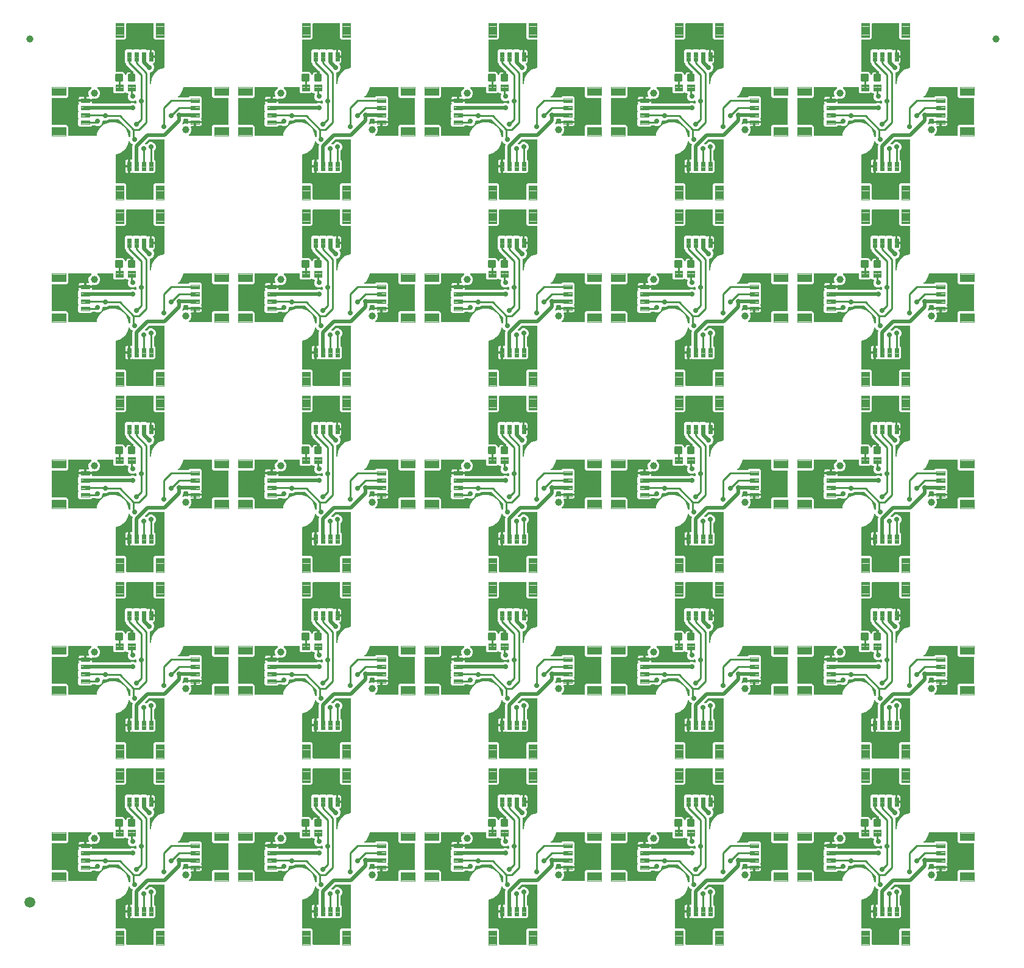
<source format=gtl>
G04 EAGLE Gerber RS-274X export*
G75*
%MOMM*%
%FSLAX34Y34*%
%LPD*%
%INTop Copper*%
%IPPOS*%
%AMOC8*
5,1,8,0,0,1.08239X$1,22.5*%
G01*
%ADD10C,0.096000*%
%ADD11C,0.102000*%
%ADD12C,0.300000*%
%ADD13C,0.100000*%
%ADD14C,1.000000*%
%ADD15C,1.500000*%
%ADD16C,0.736600*%
%ADD17C,0.254000*%
%ADD18C,0.508000*%

G36*
X371432Y1127271D02*
X371432Y1127271D01*
X371434Y1127271D01*
X371572Y1127291D01*
X371710Y1127311D01*
X371713Y1127312D01*
X371716Y1127313D01*
X371842Y1127371D01*
X371969Y1127428D01*
X371971Y1127430D01*
X371974Y1127431D01*
X372080Y1127523D01*
X372186Y1127613D01*
X372187Y1127615D01*
X372189Y1127617D01*
X372345Y1127855D01*
X372353Y1127879D01*
X372364Y1127897D01*
X372439Y1128078D01*
X372654Y1128293D01*
X372706Y1128363D01*
X372766Y1128427D01*
X372792Y1128476D01*
X372825Y1128520D01*
X372856Y1128602D01*
X372896Y1128680D01*
X372904Y1128728D01*
X372926Y1128786D01*
X372938Y1128934D01*
X372951Y1129011D01*
X372951Y1135631D01*
X372939Y1135717D01*
X372936Y1135805D01*
X372919Y1135857D01*
X372911Y1135912D01*
X372876Y1135992D01*
X372849Y1136075D01*
X372821Y1136115D01*
X372795Y1136172D01*
X372699Y1136285D01*
X372654Y1136349D01*
X372574Y1136428D01*
X372574Y1136429D01*
X356648Y1152354D01*
X356579Y1152406D01*
X356515Y1152466D01*
X356465Y1152492D01*
X356421Y1152525D01*
X356340Y1152556D01*
X356262Y1152596D01*
X356214Y1152604D01*
X356156Y1152626D01*
X356008Y1152638D01*
X355931Y1152651D01*
X343442Y1152651D01*
X343355Y1152639D01*
X343268Y1152636D01*
X343215Y1152619D01*
X343160Y1152611D01*
X343081Y1152576D01*
X342997Y1152549D01*
X342958Y1152521D01*
X342901Y1152495D01*
X342788Y1152399D01*
X342724Y1152354D01*
X341633Y1151263D01*
X339159Y1150238D01*
X336481Y1150238D01*
X335415Y1150680D01*
X335303Y1150709D01*
X335194Y1150743D01*
X335166Y1150744D01*
X335139Y1150751D01*
X335025Y1150748D01*
X334910Y1150751D01*
X334883Y1150744D01*
X334855Y1150743D01*
X334746Y1150708D01*
X334635Y1150679D01*
X334611Y1150665D01*
X334584Y1150656D01*
X334489Y1150592D01*
X334390Y1150534D01*
X334371Y1150513D01*
X334348Y1150498D01*
X334274Y1150410D01*
X334196Y1150326D01*
X334183Y1150301D01*
X334165Y1150280D01*
X334119Y1150175D01*
X334066Y1150073D01*
X334062Y1150048D01*
X334050Y1150021D01*
X334013Y1149757D01*
X334011Y1149742D01*
X334011Y1148011D01*
X332986Y1145537D01*
X331092Y1143643D01*
X328618Y1142618D01*
X325940Y1142618D01*
X323466Y1143643D01*
X323405Y1143704D01*
X323335Y1143756D01*
X323271Y1143816D01*
X323222Y1143842D01*
X323178Y1143875D01*
X323096Y1143906D01*
X323018Y1143946D01*
X322971Y1143954D01*
X322912Y1143976D01*
X322764Y1143988D01*
X322687Y1144001D01*
X319745Y1144001D01*
X319658Y1143989D01*
X319571Y1143986D01*
X319518Y1143969D01*
X319463Y1143961D01*
X319383Y1143926D01*
X319300Y1143899D01*
X319261Y1143871D01*
X319204Y1143845D01*
X319090Y1143749D01*
X319027Y1143704D01*
X317594Y1142271D01*
X302166Y1142271D01*
X300081Y1144356D01*
X300081Y1152284D01*
X300399Y1152602D01*
X300434Y1152649D01*
X300477Y1152689D01*
X300520Y1152762D01*
X300570Y1152829D01*
X300591Y1152884D01*
X300621Y1152934D01*
X300641Y1153016D01*
X300671Y1153095D01*
X300676Y1153153D01*
X300691Y1153210D01*
X300688Y1153294D01*
X300695Y1153378D01*
X300683Y1153436D01*
X300682Y1153494D01*
X300656Y1153574D01*
X300639Y1153657D01*
X300612Y1153709D01*
X300594Y1153765D01*
X300554Y1153821D01*
X300508Y1153909D01*
X300439Y1153982D01*
X300399Y1154038D01*
X300081Y1154356D01*
X300081Y1162284D01*
X300399Y1162602D01*
X300434Y1162649D01*
X300477Y1162689D01*
X300520Y1162762D01*
X300570Y1162829D01*
X300591Y1162884D01*
X300621Y1162934D01*
X300641Y1163016D01*
X300671Y1163095D01*
X300676Y1163153D01*
X300691Y1163210D01*
X300688Y1163294D01*
X300695Y1163378D01*
X300683Y1163436D01*
X300682Y1163494D01*
X300656Y1163574D01*
X300639Y1163657D01*
X300612Y1163709D01*
X300594Y1163765D01*
X300554Y1163821D01*
X300508Y1163909D01*
X300439Y1163982D01*
X300399Y1164038D01*
X300081Y1164356D01*
X300081Y1172284D01*
X300851Y1173054D01*
X300892Y1173108D01*
X300941Y1173156D01*
X300977Y1173222D01*
X301022Y1173281D01*
X301046Y1173345D01*
X301080Y1173404D01*
X301097Y1173477D01*
X301123Y1173547D01*
X301129Y1173615D01*
X301144Y1173681D01*
X301141Y1173756D01*
X301147Y1173830D01*
X301133Y1173897D01*
X301130Y1173965D01*
X301108Y1174024D01*
X301091Y1174109D01*
X301039Y1174210D01*
X301013Y1174279D01*
X300797Y1174652D01*
X300589Y1175428D01*
X300589Y1176821D01*
X309396Y1176821D01*
X309454Y1176829D01*
X309512Y1176827D01*
X309594Y1176849D01*
X309677Y1176861D01*
X309731Y1176884D01*
X309787Y1176899D01*
X309860Y1176942D01*
X309879Y1176951D01*
X309925Y1176920D01*
X309981Y1176903D01*
X310033Y1176876D01*
X310101Y1176865D01*
X310196Y1176835D01*
X310296Y1176832D01*
X310364Y1176821D01*
X319171Y1176821D01*
X319171Y1175428D01*
X319106Y1175187D01*
X319100Y1175138D01*
X319085Y1175092D01*
X319083Y1174998D01*
X319072Y1174905D01*
X319079Y1174856D01*
X319078Y1174808D01*
X319102Y1174717D01*
X319117Y1174624D01*
X319138Y1174580D01*
X319150Y1174533D01*
X319198Y1174452D01*
X319238Y1174367D01*
X319270Y1174330D01*
X319295Y1174288D01*
X319364Y1174224D01*
X319426Y1174153D01*
X319467Y1174127D01*
X319502Y1174094D01*
X319586Y1174051D01*
X319665Y1174000D01*
X319712Y1173986D01*
X319756Y1173964D01*
X319829Y1173952D01*
X319938Y1173920D01*
X320025Y1173919D01*
X320087Y1173909D01*
X371488Y1173909D01*
X371575Y1173921D01*
X371663Y1173924D01*
X371715Y1173941D01*
X371770Y1173949D01*
X371850Y1173984D01*
X371933Y1174011D01*
X371972Y1174039D01*
X372029Y1174065D01*
X372052Y1174084D01*
X374581Y1175132D01*
X377259Y1175132D01*
X379749Y1174100D01*
X379777Y1174093D01*
X379803Y1174080D01*
X379915Y1174058D01*
X380024Y1174029D01*
X380053Y1174030D01*
X380082Y1174025D01*
X380195Y1174034D01*
X380308Y1174038D01*
X380336Y1174047D01*
X380366Y1174049D01*
X380471Y1174090D01*
X380579Y1174124D01*
X380604Y1174141D01*
X380631Y1174151D01*
X380721Y1174219D01*
X380815Y1174283D01*
X380834Y1174305D01*
X380858Y1174323D01*
X380925Y1174414D01*
X380998Y1174500D01*
X381010Y1174527D01*
X381028Y1174550D01*
X381068Y1174657D01*
X381114Y1174760D01*
X381118Y1174789D01*
X381128Y1174816D01*
X381137Y1174929D01*
X381153Y1175041D01*
X381148Y1175071D01*
X381151Y1175100D01*
X381133Y1175176D01*
X381112Y1175323D01*
X381086Y1175380D01*
X381075Y1175427D01*
X380858Y1175951D01*
X380858Y1177261D01*
X380842Y1177374D01*
X380832Y1177489D01*
X380822Y1177515D01*
X380818Y1177542D01*
X380771Y1177647D01*
X380730Y1177754D01*
X380714Y1177776D01*
X380702Y1177802D01*
X380628Y1177889D01*
X380559Y1177981D01*
X380536Y1177997D01*
X380519Y1178019D01*
X380423Y1178082D01*
X380331Y1178151D01*
X380305Y1178161D01*
X380282Y1178176D01*
X380172Y1178211D01*
X380065Y1178251D01*
X380037Y1178254D01*
X380011Y1178262D01*
X379896Y1178265D01*
X379782Y1178274D01*
X379757Y1178268D01*
X379727Y1178269D01*
X379470Y1178202D01*
X379454Y1178199D01*
X377259Y1177289D01*
X374581Y1177289D01*
X372107Y1178314D01*
X370213Y1180208D01*
X369188Y1182682D01*
X369188Y1185360D01*
X369821Y1186887D01*
X369850Y1186999D01*
X369884Y1187108D01*
X369885Y1187136D01*
X369892Y1187163D01*
X369889Y1187277D01*
X369892Y1187392D01*
X369885Y1187419D01*
X369884Y1187447D01*
X369849Y1187556D01*
X369820Y1187667D01*
X369806Y1187691D01*
X369797Y1187718D01*
X369733Y1187813D01*
X369675Y1187912D01*
X369654Y1187931D01*
X369639Y1187954D01*
X369551Y1188028D01*
X369467Y1188106D01*
X369442Y1188119D01*
X369421Y1188137D01*
X369316Y1188183D01*
X369214Y1188236D01*
X369189Y1188240D01*
X369161Y1188252D01*
X368898Y1188289D01*
X368883Y1188291D01*
X367790Y1188291D01*
X366478Y1189603D01*
X366431Y1189639D01*
X366391Y1189681D01*
X366318Y1189724D01*
X366251Y1189774D01*
X366196Y1189795D01*
X366146Y1189825D01*
X366064Y1189845D01*
X365985Y1189876D01*
X365927Y1189880D01*
X365870Y1189895D01*
X365786Y1189892D01*
X365702Y1189899D01*
X365644Y1189888D01*
X365586Y1189886D01*
X365506Y1189860D01*
X365423Y1189843D01*
X365371Y1189816D01*
X365315Y1189798D01*
X365259Y1189758D01*
X365171Y1189712D01*
X365098Y1189644D01*
X365042Y1189603D01*
X363730Y1188291D01*
X350790Y1188291D01*
X348711Y1190370D01*
X348711Y1196340D01*
X348703Y1196398D01*
X348705Y1196456D01*
X348683Y1196538D01*
X348671Y1196622D01*
X348648Y1196675D01*
X348633Y1196731D01*
X348590Y1196804D01*
X348555Y1196881D01*
X348517Y1196926D01*
X348488Y1196976D01*
X348426Y1197034D01*
X348372Y1197098D01*
X348323Y1197130D01*
X348280Y1197170D01*
X348205Y1197209D01*
X348135Y1197256D01*
X348079Y1197273D01*
X348027Y1197300D01*
X347959Y1197311D01*
X347864Y1197341D01*
X347764Y1197344D01*
X347696Y1197355D01*
X327778Y1197355D01*
X327749Y1197351D01*
X327720Y1197354D01*
X327609Y1197331D01*
X327497Y1197315D01*
X327470Y1197303D01*
X327441Y1197298D01*
X327341Y1197245D01*
X327237Y1197199D01*
X327215Y1197180D01*
X327189Y1197167D01*
X327107Y1197089D01*
X327020Y1197016D01*
X327004Y1196991D01*
X326983Y1196971D01*
X326926Y1196873D01*
X326863Y1196779D01*
X326854Y1196751D01*
X326839Y1196726D01*
X326811Y1196616D01*
X326777Y1196508D01*
X326776Y1196478D01*
X326769Y1196450D01*
X326773Y1196337D01*
X326770Y1196224D01*
X326777Y1196195D01*
X326778Y1196166D01*
X326813Y1196058D01*
X326842Y1195949D01*
X326857Y1195923D01*
X326866Y1195895D01*
X326911Y1195832D01*
X326987Y1195704D01*
X327032Y1195661D01*
X327060Y1195622D01*
X329403Y1193279D01*
X330629Y1190321D01*
X330629Y1187119D01*
X329403Y1184161D01*
X327139Y1181897D01*
X324181Y1180671D01*
X320979Y1180671D01*
X320575Y1180839D01*
X320463Y1180867D01*
X320354Y1180902D01*
X320326Y1180903D01*
X320299Y1180910D01*
X320185Y1180906D01*
X320070Y1180909D01*
X320043Y1180902D01*
X320015Y1180902D01*
X319906Y1180867D01*
X319795Y1180838D01*
X319771Y1180823D01*
X319744Y1180815D01*
X319649Y1180751D01*
X319550Y1180692D01*
X319531Y1180672D01*
X319508Y1180657D01*
X319434Y1180569D01*
X319356Y1180485D01*
X319343Y1180460D01*
X319325Y1180439D01*
X319278Y1180334D01*
X319226Y1180232D01*
X319222Y1180207D01*
X319210Y1180179D01*
X319173Y1179916D01*
X319171Y1179901D01*
X319171Y1179819D01*
X311379Y1179819D01*
X311379Y1183861D01*
X314361Y1183861D01*
X314475Y1183877D01*
X314590Y1183887D01*
X314616Y1183897D01*
X314643Y1183901D01*
X314748Y1183948D01*
X314855Y1183989D01*
X314877Y1184005D01*
X314902Y1184017D01*
X314990Y1184091D01*
X315082Y1184160D01*
X315098Y1184183D01*
X315119Y1184200D01*
X315183Y1184296D01*
X315252Y1184388D01*
X315262Y1184414D01*
X315277Y1184437D01*
X315312Y1184547D01*
X315352Y1184654D01*
X315354Y1184682D01*
X315363Y1184708D01*
X315366Y1184823D01*
X315375Y1184937D01*
X315369Y1184962D01*
X315370Y1184992D01*
X315303Y1185249D01*
X315299Y1185265D01*
X314531Y1187119D01*
X314531Y1190321D01*
X315757Y1193279D01*
X318100Y1195622D01*
X318117Y1195646D01*
X318140Y1195665D01*
X318202Y1195759D01*
X318270Y1195849D01*
X318281Y1195877D01*
X318297Y1195901D01*
X318331Y1196009D01*
X318372Y1196115D01*
X318374Y1196144D01*
X318383Y1196172D01*
X318386Y1196286D01*
X318395Y1196398D01*
X318389Y1196427D01*
X318390Y1196456D01*
X318362Y1196566D01*
X318339Y1196677D01*
X318326Y1196703D01*
X318318Y1196731D01*
X318261Y1196829D01*
X318208Y1196929D01*
X318188Y1196951D01*
X318173Y1196976D01*
X318091Y1197053D01*
X318013Y1197135D01*
X317987Y1197150D01*
X317966Y1197170D01*
X317865Y1197222D01*
X317767Y1197279D01*
X317739Y1197286D01*
X317713Y1197300D01*
X317635Y1197313D01*
X317492Y1197349D01*
X317429Y1197347D01*
X317382Y1197355D01*
X287194Y1197355D01*
X287136Y1197347D01*
X287078Y1197349D01*
X286996Y1197327D01*
X286912Y1197315D01*
X286859Y1197292D01*
X286803Y1197277D01*
X286730Y1197234D01*
X286653Y1197199D01*
X286608Y1197161D01*
X286558Y1197132D01*
X286500Y1197070D01*
X286436Y1197016D01*
X286404Y1196967D01*
X286364Y1196924D01*
X286325Y1196849D01*
X286278Y1196779D01*
X286261Y1196723D01*
X286234Y1196671D01*
X286223Y1196603D01*
X286193Y1196508D01*
X286190Y1196408D01*
X286179Y1196340D01*
X286179Y1184338D01*
X284112Y1182271D01*
X264160Y1182271D01*
X264102Y1182263D01*
X264044Y1182265D01*
X263962Y1182243D01*
X263878Y1182231D01*
X263825Y1182208D01*
X263769Y1182193D01*
X263696Y1182150D01*
X263619Y1182115D01*
X263574Y1182077D01*
X263524Y1182048D01*
X263466Y1181986D01*
X263402Y1181932D01*
X263370Y1181883D01*
X263330Y1181840D01*
X263291Y1181765D01*
X263244Y1181695D01*
X263227Y1181639D01*
X263200Y1181587D01*
X263189Y1181519D01*
X263159Y1181424D01*
X263156Y1181324D01*
X263145Y1181256D01*
X263145Y1145384D01*
X263153Y1145326D01*
X263151Y1145268D01*
X263173Y1145186D01*
X263185Y1145102D01*
X263208Y1145049D01*
X263223Y1144993D01*
X263266Y1144920D01*
X263301Y1144843D01*
X263339Y1144798D01*
X263368Y1144748D01*
X263430Y1144690D01*
X263484Y1144626D01*
X263533Y1144594D01*
X263576Y1144554D01*
X263651Y1144515D01*
X263721Y1144468D01*
X263777Y1144451D01*
X263829Y1144424D01*
X263897Y1144413D01*
X263992Y1144383D01*
X264092Y1144380D01*
X264160Y1144369D01*
X284112Y1144369D01*
X286179Y1142302D01*
X286179Y1130300D01*
X286187Y1130242D01*
X286185Y1130184D01*
X286207Y1130102D01*
X286219Y1130018D01*
X286242Y1129965D01*
X286257Y1129909D01*
X286300Y1129836D01*
X286335Y1129759D01*
X286373Y1129714D01*
X286402Y1129664D01*
X286464Y1129606D01*
X286518Y1129542D01*
X286567Y1129510D01*
X286610Y1129470D01*
X286685Y1129431D01*
X286755Y1129384D01*
X286811Y1129367D01*
X286863Y1129340D01*
X286931Y1129329D01*
X287026Y1129299D01*
X287126Y1129296D01*
X287194Y1129285D01*
X324889Y1129285D01*
X325000Y1129300D01*
X325112Y1129309D01*
X325141Y1129320D01*
X325171Y1129325D01*
X325273Y1129370D01*
X325378Y1129410D01*
X325402Y1129428D01*
X325430Y1129441D01*
X325516Y1129513D01*
X325606Y1129580D01*
X325624Y1129605D01*
X325647Y1129624D01*
X325709Y1129718D01*
X325777Y1129807D01*
X325786Y1129833D01*
X325805Y1129861D01*
X325878Y1130092D01*
X325889Y1130124D01*
X326409Y1133071D01*
X330395Y1139975D01*
X336502Y1145100D01*
X343994Y1147827D01*
X351966Y1147827D01*
X359458Y1145100D01*
X365565Y1139976D01*
X369551Y1133071D01*
X370426Y1128109D01*
X370469Y1127979D01*
X370512Y1127844D01*
X370513Y1127842D01*
X370514Y1127839D01*
X370593Y1127723D01*
X370670Y1127608D01*
X370672Y1127606D01*
X370674Y1127604D01*
X370781Y1127515D01*
X370888Y1127425D01*
X370890Y1127424D01*
X370892Y1127422D01*
X371018Y1127367D01*
X371147Y1127309D01*
X371150Y1127309D01*
X371153Y1127308D01*
X371291Y1127290D01*
X371429Y1127271D01*
X371432Y1127271D01*
G37*
G36*
X889592Y90951D02*
X889592Y90951D01*
X889594Y90951D01*
X889732Y90971D01*
X889870Y90991D01*
X889873Y90992D01*
X889876Y90993D01*
X890002Y91051D01*
X890129Y91108D01*
X890131Y91110D01*
X890134Y91111D01*
X890240Y91203D01*
X890346Y91293D01*
X890347Y91295D01*
X890349Y91297D01*
X890505Y91535D01*
X890513Y91559D01*
X890524Y91577D01*
X890599Y91758D01*
X890814Y91973D01*
X890866Y92043D01*
X890926Y92107D01*
X890952Y92156D01*
X890985Y92200D01*
X891016Y92282D01*
X891056Y92360D01*
X891064Y92408D01*
X891086Y92466D01*
X891098Y92614D01*
X891111Y92691D01*
X891111Y99311D01*
X891099Y99397D01*
X891096Y99485D01*
X891079Y99537D01*
X891071Y99592D01*
X891036Y99672D01*
X891009Y99755D01*
X890981Y99795D01*
X890955Y99852D01*
X890859Y99965D01*
X890814Y100029D01*
X890734Y100108D01*
X890734Y100109D01*
X874808Y116034D01*
X874739Y116086D01*
X874675Y116146D01*
X874625Y116172D01*
X874581Y116205D01*
X874500Y116236D01*
X874422Y116276D01*
X874374Y116284D01*
X874316Y116306D01*
X874168Y116318D01*
X874091Y116331D01*
X861602Y116331D01*
X861515Y116319D01*
X861428Y116316D01*
X861375Y116299D01*
X861320Y116291D01*
X861241Y116256D01*
X861157Y116229D01*
X861118Y116201D01*
X861061Y116175D01*
X860948Y116079D01*
X860884Y116034D01*
X859793Y114943D01*
X857319Y113918D01*
X854641Y113918D01*
X853575Y114360D01*
X853463Y114389D01*
X853354Y114423D01*
X853326Y114424D01*
X853299Y114431D01*
X853185Y114428D01*
X853070Y114431D01*
X853043Y114424D01*
X853015Y114423D01*
X852906Y114388D01*
X852795Y114359D01*
X852771Y114345D01*
X852744Y114336D01*
X852649Y114272D01*
X852550Y114214D01*
X852531Y114193D01*
X852508Y114178D01*
X852434Y114090D01*
X852356Y114006D01*
X852343Y113981D01*
X852325Y113960D01*
X852279Y113855D01*
X852226Y113753D01*
X852222Y113728D01*
X852210Y113701D01*
X852173Y113437D01*
X852171Y113422D01*
X852171Y111691D01*
X851146Y109217D01*
X849252Y107323D01*
X846778Y106298D01*
X844100Y106298D01*
X841626Y107323D01*
X841565Y107384D01*
X841495Y107436D01*
X841431Y107496D01*
X841382Y107522D01*
X841338Y107555D01*
X841256Y107586D01*
X841178Y107626D01*
X841131Y107634D01*
X841072Y107656D01*
X840924Y107668D01*
X840847Y107681D01*
X837905Y107681D01*
X837818Y107669D01*
X837731Y107666D01*
X837678Y107649D01*
X837623Y107641D01*
X837543Y107606D01*
X837460Y107579D01*
X837421Y107551D01*
X837364Y107525D01*
X837250Y107429D01*
X837187Y107384D01*
X835754Y105951D01*
X820326Y105951D01*
X818241Y108036D01*
X818241Y115964D01*
X818559Y116282D01*
X818594Y116329D01*
X818637Y116369D01*
X818680Y116442D01*
X818730Y116509D01*
X818751Y116564D01*
X818781Y116614D01*
X818801Y116696D01*
X818831Y116775D01*
X818836Y116833D01*
X818851Y116890D01*
X818848Y116974D01*
X818855Y117058D01*
X818843Y117116D01*
X818842Y117174D01*
X818816Y117254D01*
X818799Y117337D01*
X818772Y117389D01*
X818754Y117445D01*
X818714Y117501D01*
X818668Y117589D01*
X818599Y117662D01*
X818559Y117718D01*
X818241Y118036D01*
X818241Y125964D01*
X818559Y126282D01*
X818594Y126329D01*
X818637Y126369D01*
X818680Y126442D01*
X818730Y126509D01*
X818751Y126564D01*
X818781Y126614D01*
X818801Y126696D01*
X818831Y126775D01*
X818836Y126833D01*
X818851Y126890D01*
X818848Y126974D01*
X818855Y127058D01*
X818843Y127116D01*
X818842Y127174D01*
X818816Y127254D01*
X818799Y127337D01*
X818772Y127389D01*
X818754Y127445D01*
X818714Y127501D01*
X818668Y127589D01*
X818599Y127662D01*
X818559Y127718D01*
X818241Y128036D01*
X818241Y135964D01*
X819011Y136734D01*
X819052Y136788D01*
X819101Y136836D01*
X819137Y136902D01*
X819182Y136961D01*
X819206Y137025D01*
X819240Y137084D01*
X819257Y137157D01*
X819283Y137227D01*
X819289Y137295D01*
X819304Y137361D01*
X819301Y137436D01*
X819307Y137510D01*
X819293Y137577D01*
X819290Y137645D01*
X819268Y137704D01*
X819251Y137789D01*
X819199Y137890D01*
X819173Y137959D01*
X818957Y138332D01*
X818749Y139108D01*
X818749Y140501D01*
X827556Y140501D01*
X827614Y140509D01*
X827672Y140507D01*
X827754Y140529D01*
X827837Y140541D01*
X827891Y140564D01*
X827947Y140579D01*
X828020Y140622D01*
X828039Y140631D01*
X828085Y140600D01*
X828141Y140583D01*
X828193Y140556D01*
X828261Y140545D01*
X828356Y140515D01*
X828456Y140512D01*
X828524Y140501D01*
X837331Y140501D01*
X837331Y139108D01*
X837266Y138867D01*
X837260Y138818D01*
X837245Y138772D01*
X837243Y138678D01*
X837232Y138585D01*
X837239Y138536D01*
X837238Y138488D01*
X837262Y138397D01*
X837277Y138304D01*
X837298Y138260D01*
X837310Y138213D01*
X837358Y138132D01*
X837398Y138047D01*
X837430Y138010D01*
X837455Y137968D01*
X837524Y137904D01*
X837586Y137833D01*
X837627Y137807D01*
X837662Y137774D01*
X837746Y137731D01*
X837825Y137680D01*
X837872Y137666D01*
X837916Y137644D01*
X837989Y137632D01*
X838098Y137600D01*
X838185Y137599D01*
X838247Y137589D01*
X889648Y137589D01*
X889735Y137601D01*
X889823Y137604D01*
X889875Y137621D01*
X889930Y137629D01*
X890010Y137664D01*
X890093Y137691D01*
X890132Y137719D01*
X890189Y137745D01*
X890212Y137764D01*
X892741Y138812D01*
X895419Y138812D01*
X897909Y137780D01*
X897937Y137773D01*
X897963Y137760D01*
X898075Y137738D01*
X898184Y137709D01*
X898213Y137710D01*
X898242Y137705D01*
X898355Y137714D01*
X898468Y137718D01*
X898496Y137727D01*
X898526Y137729D01*
X898631Y137770D01*
X898739Y137804D01*
X898764Y137821D01*
X898791Y137831D01*
X898881Y137899D01*
X898975Y137963D01*
X898994Y137985D01*
X899018Y138003D01*
X899085Y138094D01*
X899158Y138180D01*
X899170Y138207D01*
X899188Y138230D01*
X899228Y138337D01*
X899274Y138440D01*
X899278Y138469D01*
X899288Y138496D01*
X899297Y138609D01*
X899313Y138721D01*
X899308Y138751D01*
X899311Y138780D01*
X899293Y138856D01*
X899272Y139003D01*
X899246Y139060D01*
X899235Y139107D01*
X899018Y139631D01*
X899018Y140941D01*
X899002Y141054D01*
X898992Y141169D01*
X898982Y141195D01*
X898978Y141222D01*
X898931Y141327D01*
X898890Y141434D01*
X898874Y141456D01*
X898862Y141482D01*
X898788Y141569D01*
X898719Y141661D01*
X898696Y141677D01*
X898679Y141699D01*
X898583Y141762D01*
X898491Y141831D01*
X898465Y141841D01*
X898442Y141856D01*
X898332Y141891D01*
X898225Y141931D01*
X898197Y141934D01*
X898171Y141942D01*
X898056Y141945D01*
X897942Y141954D01*
X897917Y141948D01*
X897887Y141949D01*
X897630Y141882D01*
X897614Y141879D01*
X895419Y140969D01*
X892741Y140969D01*
X890267Y141994D01*
X888373Y143888D01*
X887348Y146362D01*
X887348Y149040D01*
X887981Y150567D01*
X888010Y150679D01*
X888044Y150788D01*
X888045Y150816D01*
X888052Y150843D01*
X888049Y150957D01*
X888052Y151072D01*
X888045Y151099D01*
X888044Y151127D01*
X888009Y151236D01*
X887980Y151347D01*
X887966Y151371D01*
X887957Y151398D01*
X887893Y151493D01*
X887835Y151592D01*
X887814Y151611D01*
X887799Y151634D01*
X887711Y151708D01*
X887627Y151786D01*
X887602Y151799D01*
X887581Y151817D01*
X887476Y151863D01*
X887374Y151916D01*
X887349Y151920D01*
X887321Y151932D01*
X887058Y151969D01*
X887043Y151971D01*
X885950Y151971D01*
X884638Y153283D01*
X884591Y153319D01*
X884551Y153361D01*
X884478Y153404D01*
X884411Y153454D01*
X884356Y153475D01*
X884306Y153505D01*
X884224Y153525D01*
X884145Y153556D01*
X884087Y153560D01*
X884030Y153575D01*
X883946Y153572D01*
X883862Y153579D01*
X883804Y153568D01*
X883746Y153566D01*
X883666Y153540D01*
X883583Y153523D01*
X883531Y153496D01*
X883475Y153478D01*
X883419Y153438D01*
X883331Y153392D01*
X883258Y153324D01*
X883202Y153283D01*
X881890Y151971D01*
X868950Y151971D01*
X866871Y154050D01*
X866871Y160020D01*
X866863Y160078D01*
X866865Y160136D01*
X866843Y160218D01*
X866831Y160302D01*
X866808Y160355D01*
X866793Y160411D01*
X866750Y160484D01*
X866715Y160561D01*
X866677Y160606D01*
X866648Y160656D01*
X866586Y160714D01*
X866532Y160778D01*
X866483Y160810D01*
X866440Y160850D01*
X866365Y160889D01*
X866295Y160936D01*
X866239Y160953D01*
X866187Y160980D01*
X866119Y160991D01*
X866024Y161021D01*
X865924Y161024D01*
X865856Y161035D01*
X845938Y161035D01*
X845909Y161031D01*
X845880Y161034D01*
X845769Y161011D01*
X845657Y160995D01*
X845630Y160983D01*
X845601Y160978D01*
X845501Y160925D01*
X845397Y160879D01*
X845375Y160860D01*
X845349Y160847D01*
X845267Y160769D01*
X845180Y160696D01*
X845164Y160671D01*
X845143Y160651D01*
X845086Y160553D01*
X845023Y160459D01*
X845014Y160431D01*
X844999Y160406D01*
X844971Y160296D01*
X844937Y160188D01*
X844936Y160158D01*
X844929Y160130D01*
X844933Y160017D01*
X844930Y159904D01*
X844937Y159875D01*
X844938Y159846D01*
X844973Y159738D01*
X845002Y159629D01*
X845017Y159603D01*
X845026Y159575D01*
X845071Y159512D01*
X845147Y159384D01*
X845192Y159341D01*
X845220Y159302D01*
X847563Y156959D01*
X848789Y154001D01*
X848789Y150799D01*
X847563Y147841D01*
X845299Y145577D01*
X842341Y144351D01*
X839139Y144351D01*
X838735Y144519D01*
X838623Y144547D01*
X838514Y144582D01*
X838486Y144583D01*
X838459Y144590D01*
X838345Y144586D01*
X838230Y144589D01*
X838203Y144582D01*
X838175Y144582D01*
X838066Y144547D01*
X837955Y144518D01*
X837931Y144503D01*
X837904Y144495D01*
X837809Y144431D01*
X837710Y144372D01*
X837691Y144352D01*
X837668Y144337D01*
X837594Y144249D01*
X837516Y144165D01*
X837503Y144140D01*
X837485Y144119D01*
X837438Y144014D01*
X837386Y143912D01*
X837382Y143887D01*
X837370Y143859D01*
X837333Y143596D01*
X837331Y143581D01*
X837331Y143499D01*
X829539Y143499D01*
X829539Y147541D01*
X832521Y147541D01*
X832635Y147557D01*
X832750Y147567D01*
X832776Y147577D01*
X832803Y147581D01*
X832908Y147628D01*
X833015Y147669D01*
X833037Y147685D01*
X833062Y147697D01*
X833150Y147771D01*
X833242Y147840D01*
X833258Y147863D01*
X833279Y147880D01*
X833343Y147976D01*
X833412Y148068D01*
X833422Y148094D01*
X833437Y148117D01*
X833472Y148227D01*
X833512Y148334D01*
X833514Y148362D01*
X833523Y148388D01*
X833526Y148503D01*
X833535Y148617D01*
X833529Y148642D01*
X833530Y148672D01*
X833463Y148929D01*
X833459Y148945D01*
X832691Y150799D01*
X832691Y154001D01*
X833917Y156959D01*
X836260Y159302D01*
X836277Y159326D01*
X836300Y159345D01*
X836362Y159439D01*
X836430Y159529D01*
X836441Y159557D01*
X836457Y159581D01*
X836491Y159689D01*
X836532Y159795D01*
X836534Y159824D01*
X836543Y159852D01*
X836546Y159966D01*
X836555Y160078D01*
X836549Y160107D01*
X836550Y160136D01*
X836522Y160246D01*
X836499Y160357D01*
X836486Y160383D01*
X836478Y160411D01*
X836421Y160509D01*
X836368Y160609D01*
X836348Y160631D01*
X836333Y160656D01*
X836251Y160733D01*
X836173Y160815D01*
X836147Y160830D01*
X836126Y160850D01*
X836025Y160902D01*
X835927Y160959D01*
X835899Y160966D01*
X835873Y160980D01*
X835795Y160993D01*
X835652Y161029D01*
X835589Y161027D01*
X835542Y161035D01*
X805354Y161035D01*
X805296Y161027D01*
X805238Y161029D01*
X805156Y161007D01*
X805072Y160995D01*
X805019Y160972D01*
X804963Y160957D01*
X804890Y160914D01*
X804813Y160879D01*
X804768Y160841D01*
X804718Y160812D01*
X804660Y160750D01*
X804596Y160696D01*
X804564Y160647D01*
X804524Y160604D01*
X804485Y160529D01*
X804438Y160459D01*
X804421Y160403D01*
X804394Y160351D01*
X804383Y160283D01*
X804353Y160188D01*
X804350Y160088D01*
X804339Y160020D01*
X804339Y148018D01*
X802272Y145951D01*
X782320Y145951D01*
X782262Y145943D01*
X782204Y145945D01*
X782122Y145923D01*
X782038Y145911D01*
X781985Y145888D01*
X781929Y145873D01*
X781856Y145830D01*
X781779Y145795D01*
X781734Y145757D01*
X781684Y145728D01*
X781626Y145666D01*
X781562Y145612D01*
X781530Y145563D01*
X781490Y145520D01*
X781451Y145445D01*
X781404Y145375D01*
X781387Y145319D01*
X781360Y145267D01*
X781349Y145199D01*
X781319Y145104D01*
X781316Y145004D01*
X781305Y144936D01*
X781305Y109064D01*
X781313Y109006D01*
X781311Y108948D01*
X781333Y108866D01*
X781345Y108782D01*
X781368Y108729D01*
X781383Y108673D01*
X781426Y108600D01*
X781461Y108523D01*
X781499Y108478D01*
X781528Y108428D01*
X781590Y108370D01*
X781644Y108306D01*
X781693Y108274D01*
X781736Y108234D01*
X781811Y108195D01*
X781881Y108148D01*
X781937Y108131D01*
X781989Y108104D01*
X782057Y108093D01*
X782152Y108063D01*
X782252Y108060D01*
X782320Y108049D01*
X802272Y108049D01*
X804339Y105982D01*
X804339Y93980D01*
X804347Y93922D01*
X804345Y93864D01*
X804367Y93782D01*
X804379Y93698D01*
X804402Y93645D01*
X804417Y93589D01*
X804460Y93516D01*
X804495Y93439D01*
X804533Y93394D01*
X804562Y93344D01*
X804624Y93286D01*
X804678Y93222D01*
X804727Y93190D01*
X804770Y93150D01*
X804845Y93111D01*
X804915Y93064D01*
X804971Y93047D01*
X805023Y93020D01*
X805091Y93009D01*
X805186Y92979D01*
X805286Y92976D01*
X805354Y92965D01*
X843049Y92965D01*
X843160Y92980D01*
X843272Y92989D01*
X843301Y93000D01*
X843331Y93005D01*
X843433Y93050D01*
X843538Y93090D01*
X843562Y93108D01*
X843590Y93121D01*
X843676Y93193D01*
X843766Y93260D01*
X843784Y93285D01*
X843807Y93304D01*
X843869Y93398D01*
X843937Y93487D01*
X843946Y93513D01*
X843965Y93541D01*
X844038Y93772D01*
X844049Y93804D01*
X844569Y96751D01*
X848555Y103655D01*
X854662Y108780D01*
X862154Y111507D01*
X870126Y111507D01*
X877618Y108780D01*
X883725Y103656D01*
X887711Y96751D01*
X888586Y91789D01*
X888629Y91659D01*
X888672Y91524D01*
X888673Y91522D01*
X888674Y91519D01*
X888753Y91403D01*
X888830Y91288D01*
X888832Y91286D01*
X888834Y91284D01*
X888941Y91195D01*
X889048Y91105D01*
X889050Y91104D01*
X889052Y91102D01*
X889178Y91047D01*
X889307Y90989D01*
X889310Y90989D01*
X889313Y90988D01*
X889451Y90970D01*
X889589Y90951D01*
X889592Y90951D01*
G37*
G36*
X112352Y350031D02*
X112352Y350031D01*
X112354Y350031D01*
X112491Y350051D01*
X112630Y350071D01*
X112633Y350072D01*
X112636Y350073D01*
X112760Y350130D01*
X112889Y350188D01*
X112891Y350190D01*
X112894Y350191D01*
X112999Y350282D01*
X113106Y350373D01*
X113107Y350375D01*
X113109Y350377D01*
X113265Y350615D01*
X113273Y350639D01*
X113284Y350657D01*
X113359Y350838D01*
X113574Y351053D01*
X113626Y351123D01*
X113686Y351187D01*
X113712Y351236D01*
X113745Y351280D01*
X113776Y351362D01*
X113816Y351440D01*
X113824Y351487D01*
X113846Y351546D01*
X113858Y351694D01*
X113871Y351771D01*
X113871Y358391D01*
X113859Y358477D01*
X113856Y358565D01*
X113839Y358617D01*
X113831Y358672D01*
X113796Y358752D01*
X113769Y358835D01*
X113741Y358874D01*
X113715Y358931D01*
X113619Y359045D01*
X113574Y359108D01*
X97568Y375114D01*
X97499Y375166D01*
X97435Y375226D01*
X97385Y375252D01*
X97341Y375285D01*
X97260Y375316D01*
X97182Y375356D01*
X97134Y375364D01*
X97076Y375386D01*
X96928Y375398D01*
X96851Y375411D01*
X84362Y375411D01*
X84275Y375399D01*
X84188Y375396D01*
X84135Y375379D01*
X84080Y375371D01*
X84001Y375336D01*
X83917Y375309D01*
X83878Y375281D01*
X83821Y375255D01*
X83708Y375159D01*
X83644Y375114D01*
X82553Y374023D01*
X80079Y372998D01*
X77401Y372998D01*
X76335Y373440D01*
X76223Y373469D01*
X76114Y373503D01*
X76086Y373504D01*
X76059Y373511D01*
X75945Y373508D01*
X75830Y373511D01*
X75803Y373504D01*
X75775Y373503D01*
X75666Y373468D01*
X75555Y373439D01*
X75531Y373425D01*
X75504Y373416D01*
X75409Y373352D01*
X75310Y373294D01*
X75291Y373273D01*
X75268Y373258D01*
X75194Y373170D01*
X75116Y373086D01*
X75103Y373061D01*
X75085Y373040D01*
X75039Y372935D01*
X74986Y372833D01*
X74982Y372808D01*
X74970Y372781D01*
X74933Y372517D01*
X74931Y372502D01*
X74931Y370771D01*
X73906Y368297D01*
X72012Y366403D01*
X69538Y365378D01*
X66860Y365378D01*
X64386Y366403D01*
X64325Y366464D01*
X64255Y366516D01*
X64191Y366576D01*
X64142Y366602D01*
X64098Y366635D01*
X64016Y366666D01*
X63938Y366706D01*
X63891Y366714D01*
X63832Y366736D01*
X63684Y366748D01*
X63607Y366761D01*
X60665Y366761D01*
X60578Y366749D01*
X60491Y366746D01*
X60438Y366729D01*
X60383Y366721D01*
X60303Y366686D01*
X60220Y366659D01*
X60181Y366631D01*
X60124Y366605D01*
X60011Y366509D01*
X59947Y366464D01*
X58514Y365031D01*
X43086Y365031D01*
X41001Y367116D01*
X41001Y375044D01*
X41319Y375362D01*
X41354Y375409D01*
X41397Y375449D01*
X41440Y375522D01*
X41490Y375589D01*
X41511Y375644D01*
X41541Y375694D01*
X41561Y375776D01*
X41591Y375855D01*
X41596Y375913D01*
X41611Y375970D01*
X41608Y376054D01*
X41615Y376138D01*
X41603Y376196D01*
X41602Y376254D01*
X41576Y376334D01*
X41559Y376417D01*
X41532Y376469D01*
X41514Y376525D01*
X41474Y376581D01*
X41428Y376669D01*
X41359Y376742D01*
X41319Y376798D01*
X41001Y377116D01*
X41001Y385044D01*
X41319Y385362D01*
X41354Y385409D01*
X41397Y385449D01*
X41440Y385522D01*
X41490Y385589D01*
X41511Y385644D01*
X41541Y385694D01*
X41561Y385776D01*
X41591Y385855D01*
X41596Y385913D01*
X41611Y385970D01*
X41608Y386054D01*
X41615Y386138D01*
X41603Y386196D01*
X41602Y386254D01*
X41576Y386334D01*
X41559Y386417D01*
X41532Y386469D01*
X41514Y386525D01*
X41474Y386581D01*
X41428Y386669D01*
X41359Y386742D01*
X41319Y386798D01*
X41001Y387116D01*
X41001Y395044D01*
X41771Y395814D01*
X41812Y395868D01*
X41861Y395916D01*
X41897Y395981D01*
X41942Y396041D01*
X41966Y396105D01*
X42000Y396164D01*
X42017Y396237D01*
X42043Y396307D01*
X42049Y396375D01*
X42064Y396441D01*
X42061Y396516D01*
X42067Y396590D01*
X42053Y396657D01*
X42050Y396725D01*
X42028Y396784D01*
X42011Y396869D01*
X41958Y396970D01*
X41933Y397040D01*
X41717Y397412D01*
X41509Y398188D01*
X41509Y399581D01*
X50316Y399581D01*
X50374Y399589D01*
X50432Y399587D01*
X50514Y399609D01*
X50597Y399621D01*
X50651Y399644D01*
X50707Y399659D01*
X50780Y399702D01*
X50799Y399711D01*
X50845Y399680D01*
X50901Y399663D01*
X50953Y399636D01*
X51021Y399625D01*
X51116Y399595D01*
X51216Y399592D01*
X51284Y399581D01*
X60091Y399581D01*
X60091Y398188D01*
X60026Y397947D01*
X60020Y397898D01*
X60005Y397852D01*
X60003Y397758D01*
X59992Y397665D01*
X59999Y397616D01*
X59998Y397568D01*
X60022Y397477D01*
X60037Y397384D01*
X60058Y397340D01*
X60070Y397293D01*
X60118Y397212D01*
X60158Y397127D01*
X60190Y397090D01*
X60215Y397048D01*
X60284Y396984D01*
X60346Y396913D01*
X60387Y396887D01*
X60422Y396854D01*
X60506Y396811D01*
X60585Y396760D01*
X60632Y396746D01*
X60676Y396724D01*
X60749Y396712D01*
X60858Y396680D01*
X60945Y396679D01*
X61007Y396669D01*
X112408Y396669D01*
X112495Y396681D01*
X112582Y396684D01*
X112635Y396701D01*
X112690Y396709D01*
X112769Y396744D01*
X112853Y396771D01*
X112892Y396799D01*
X112949Y396825D01*
X112972Y396844D01*
X115501Y397892D01*
X118179Y397892D01*
X120669Y396860D01*
X120697Y396853D01*
X120723Y396840D01*
X120835Y396818D01*
X120944Y396789D01*
X120973Y396790D01*
X121002Y396785D01*
X121115Y396794D01*
X121228Y396798D01*
X121256Y396807D01*
X121286Y396809D01*
X121391Y396850D01*
X121499Y396884D01*
X121524Y396901D01*
X121551Y396911D01*
X121641Y396979D01*
X121735Y397043D01*
X121754Y397065D01*
X121778Y397083D01*
X121845Y397174D01*
X121918Y397260D01*
X121930Y397287D01*
X121948Y397310D01*
X121988Y397417D01*
X122034Y397520D01*
X122038Y397549D01*
X122048Y397576D01*
X122057Y397689D01*
X122073Y397801D01*
X122068Y397831D01*
X122071Y397860D01*
X122053Y397936D01*
X122032Y398083D01*
X122006Y398140D01*
X121995Y398187D01*
X121778Y398711D01*
X121778Y400021D01*
X121762Y400134D01*
X121752Y400249D01*
X121742Y400275D01*
X121738Y400302D01*
X121691Y400407D01*
X121650Y400514D01*
X121634Y400536D01*
X121622Y400562D01*
X121548Y400649D01*
X121479Y400741D01*
X121456Y400757D01*
X121439Y400779D01*
X121343Y400842D01*
X121251Y400911D01*
X121225Y400921D01*
X121202Y400936D01*
X121092Y400971D01*
X120985Y401011D01*
X120957Y401014D01*
X120931Y401022D01*
X120816Y401025D01*
X120702Y401034D01*
X120677Y401028D01*
X120647Y401029D01*
X120390Y400962D01*
X120374Y400959D01*
X118179Y400049D01*
X115501Y400049D01*
X113027Y401074D01*
X111133Y402968D01*
X110108Y405442D01*
X110108Y408120D01*
X110741Y409647D01*
X110770Y409759D01*
X110804Y409868D01*
X110805Y409896D01*
X110812Y409923D01*
X110809Y410037D01*
X110812Y410152D01*
X110805Y410179D01*
X110804Y410207D01*
X110769Y410316D01*
X110740Y410427D01*
X110726Y410451D01*
X110717Y410478D01*
X110653Y410573D01*
X110595Y410672D01*
X110574Y410691D01*
X110559Y410714D01*
X110471Y410788D01*
X110387Y410866D01*
X110362Y410879D01*
X110341Y410897D01*
X110236Y410943D01*
X110134Y410996D01*
X110109Y411000D01*
X110081Y411012D01*
X109818Y411049D01*
X109803Y411051D01*
X108710Y411051D01*
X107398Y412363D01*
X107351Y412399D01*
X107311Y412441D01*
X107238Y412484D01*
X107171Y412534D01*
X107116Y412555D01*
X107066Y412585D01*
X106984Y412605D01*
X106905Y412636D01*
X106847Y412640D01*
X106790Y412655D01*
X106706Y412652D01*
X106622Y412659D01*
X106564Y412648D01*
X106506Y412646D01*
X106426Y412620D01*
X106343Y412603D01*
X106291Y412576D01*
X106235Y412558D01*
X106179Y412518D01*
X106091Y412472D01*
X106018Y412404D01*
X105962Y412363D01*
X104650Y411051D01*
X91710Y411051D01*
X89631Y413130D01*
X89631Y419100D01*
X89623Y419158D01*
X89625Y419216D01*
X89603Y419298D01*
X89591Y419382D01*
X89568Y419435D01*
X89553Y419491D01*
X89510Y419564D01*
X89475Y419641D01*
X89437Y419686D01*
X89408Y419736D01*
X89346Y419794D01*
X89292Y419858D01*
X89243Y419890D01*
X89200Y419930D01*
X89125Y419969D01*
X89055Y420016D01*
X88999Y420033D01*
X88947Y420060D01*
X88879Y420071D01*
X88784Y420101D01*
X88684Y420104D01*
X88616Y420115D01*
X68698Y420115D01*
X68669Y420111D01*
X68640Y420114D01*
X68529Y420091D01*
X68417Y420075D01*
X68390Y420063D01*
X68361Y420058D01*
X68261Y420005D01*
X68157Y419959D01*
X68135Y419940D01*
X68109Y419927D01*
X68027Y419849D01*
X67940Y419776D01*
X67924Y419751D01*
X67903Y419731D01*
X67846Y419633D01*
X67783Y419539D01*
X67774Y419511D01*
X67759Y419486D01*
X67731Y419376D01*
X67697Y419268D01*
X67696Y419238D01*
X67689Y419210D01*
X67693Y419097D01*
X67690Y418984D01*
X67697Y418955D01*
X67698Y418926D01*
X67733Y418818D01*
X67762Y418709D01*
X67777Y418683D01*
X67786Y418655D01*
X67831Y418592D01*
X67907Y418464D01*
X67952Y418421D01*
X67980Y418382D01*
X70323Y416039D01*
X71549Y413081D01*
X71549Y409879D01*
X70323Y406921D01*
X68059Y404657D01*
X65101Y403431D01*
X61899Y403431D01*
X61495Y403599D01*
X61383Y403627D01*
X61274Y403662D01*
X61246Y403663D01*
X61219Y403670D01*
X61105Y403666D01*
X60990Y403669D01*
X60963Y403662D01*
X60935Y403662D01*
X60826Y403627D01*
X60715Y403598D01*
X60691Y403583D01*
X60664Y403575D01*
X60569Y403511D01*
X60470Y403452D01*
X60451Y403432D01*
X60428Y403417D01*
X60354Y403329D01*
X60276Y403245D01*
X60263Y403220D01*
X60245Y403199D01*
X60198Y403094D01*
X60146Y402992D01*
X60142Y402967D01*
X60130Y402939D01*
X60093Y402676D01*
X60091Y402661D01*
X60091Y402579D01*
X52299Y402579D01*
X52299Y406621D01*
X55281Y406621D01*
X55395Y406637D01*
X55510Y406647D01*
X55536Y406657D01*
X55563Y406661D01*
X55668Y406708D01*
X55775Y406749D01*
X55797Y406765D01*
X55822Y406777D01*
X55910Y406851D01*
X56002Y406920D01*
X56018Y406943D01*
X56039Y406960D01*
X56103Y407056D01*
X56172Y407148D01*
X56182Y407174D01*
X56197Y407197D01*
X56232Y407307D01*
X56272Y407414D01*
X56274Y407442D01*
X56283Y407468D01*
X56286Y407583D01*
X56295Y407697D01*
X56289Y407722D01*
X56290Y407752D01*
X56223Y408009D01*
X56219Y408025D01*
X55451Y409879D01*
X55451Y413081D01*
X56677Y416039D01*
X59020Y418382D01*
X59037Y418406D01*
X59060Y418425D01*
X59122Y418519D01*
X59190Y418609D01*
X59201Y418637D01*
X59217Y418661D01*
X59251Y418769D01*
X59292Y418875D01*
X59294Y418904D01*
X59303Y418932D01*
X59306Y419046D01*
X59315Y419158D01*
X59309Y419187D01*
X59310Y419216D01*
X59282Y419326D01*
X59259Y419437D01*
X59246Y419463D01*
X59238Y419491D01*
X59181Y419589D01*
X59128Y419689D01*
X59108Y419711D01*
X59093Y419736D01*
X59011Y419813D01*
X58933Y419895D01*
X58907Y419910D01*
X58886Y419930D01*
X58785Y419982D01*
X58687Y420039D01*
X58659Y420046D01*
X58633Y420060D01*
X58555Y420073D01*
X58412Y420109D01*
X58349Y420107D01*
X58302Y420115D01*
X28114Y420115D01*
X28056Y420107D01*
X27998Y420109D01*
X27916Y420087D01*
X27832Y420075D01*
X27779Y420052D01*
X27723Y420037D01*
X27650Y419994D01*
X27573Y419959D01*
X27528Y419921D01*
X27478Y419892D01*
X27420Y419830D01*
X27356Y419776D01*
X27324Y419727D01*
X27284Y419684D01*
X27245Y419609D01*
X27198Y419539D01*
X27181Y419483D01*
X27154Y419431D01*
X27143Y419363D01*
X27113Y419268D01*
X27110Y419168D01*
X27099Y419100D01*
X27099Y407098D01*
X25032Y405031D01*
X5080Y405031D01*
X5022Y405023D01*
X4964Y405025D01*
X4882Y405003D01*
X4798Y404991D01*
X4745Y404968D01*
X4689Y404953D01*
X4616Y404910D01*
X4539Y404875D01*
X4494Y404837D01*
X4444Y404808D01*
X4386Y404746D01*
X4322Y404692D01*
X4290Y404643D01*
X4250Y404600D01*
X4211Y404525D01*
X4164Y404455D01*
X4147Y404399D01*
X4120Y404347D01*
X4109Y404279D01*
X4079Y404184D01*
X4076Y404084D01*
X4065Y404016D01*
X4065Y368144D01*
X4073Y368086D01*
X4071Y368028D01*
X4093Y367946D01*
X4105Y367862D01*
X4128Y367809D01*
X4143Y367753D01*
X4186Y367680D01*
X4221Y367603D01*
X4259Y367558D01*
X4288Y367508D01*
X4350Y367450D01*
X4404Y367386D01*
X4453Y367354D01*
X4496Y367314D01*
X4571Y367275D01*
X4641Y367228D01*
X4697Y367211D01*
X4749Y367184D01*
X4817Y367173D01*
X4912Y367143D01*
X5012Y367140D01*
X5080Y367129D01*
X25032Y367129D01*
X27099Y365062D01*
X27099Y353060D01*
X27107Y353002D01*
X27105Y352944D01*
X27127Y352862D01*
X27139Y352778D01*
X27162Y352725D01*
X27177Y352669D01*
X27220Y352596D01*
X27255Y352519D01*
X27293Y352474D01*
X27322Y352424D01*
X27384Y352366D01*
X27438Y352302D01*
X27487Y352270D01*
X27530Y352230D01*
X27605Y352191D01*
X27675Y352144D01*
X27731Y352127D01*
X27783Y352100D01*
X27851Y352089D01*
X27946Y352059D01*
X28046Y352056D01*
X28114Y352045D01*
X65809Y352045D01*
X65920Y352060D01*
X66032Y352069D01*
X66061Y352080D01*
X66091Y352085D01*
X66193Y352130D01*
X66298Y352170D01*
X66322Y352188D01*
X66350Y352201D01*
X66436Y352273D01*
X66526Y352340D01*
X66544Y352365D01*
X66567Y352384D01*
X66629Y352478D01*
X66697Y352567D01*
X66706Y352593D01*
X66725Y352621D01*
X66798Y352852D01*
X66809Y352884D01*
X67329Y355831D01*
X71315Y362735D01*
X77422Y367860D01*
X84914Y370587D01*
X92886Y370587D01*
X100378Y367860D01*
X106485Y362736D01*
X110471Y355831D01*
X111346Y350869D01*
X111389Y350738D01*
X111432Y350604D01*
X111433Y350602D01*
X111434Y350599D01*
X111513Y350482D01*
X111590Y350368D01*
X111592Y350366D01*
X111594Y350364D01*
X111701Y350275D01*
X111808Y350185D01*
X111810Y350184D01*
X111812Y350182D01*
X111940Y350126D01*
X112067Y350069D01*
X112070Y350069D01*
X112073Y350068D01*
X112211Y350050D01*
X112349Y350030D01*
X112352Y350031D01*
G37*
G36*
X889592Y1127271D02*
X889592Y1127271D01*
X889594Y1127271D01*
X889731Y1127291D01*
X889870Y1127311D01*
X889873Y1127312D01*
X889876Y1127313D01*
X890000Y1127370D01*
X890129Y1127428D01*
X890131Y1127430D01*
X890134Y1127431D01*
X890239Y1127522D01*
X890346Y1127613D01*
X890347Y1127615D01*
X890349Y1127617D01*
X890505Y1127855D01*
X890513Y1127879D01*
X890524Y1127897D01*
X890599Y1128078D01*
X890814Y1128293D01*
X890866Y1128363D01*
X890926Y1128427D01*
X890952Y1128476D01*
X890985Y1128520D01*
X891016Y1128602D01*
X891056Y1128680D01*
X891064Y1128727D01*
X891086Y1128786D01*
X891098Y1128934D01*
X891111Y1129011D01*
X891111Y1135631D01*
X891099Y1135717D01*
X891096Y1135805D01*
X891079Y1135857D01*
X891071Y1135912D01*
X891036Y1135992D01*
X891009Y1136075D01*
X890981Y1136114D01*
X890955Y1136171D01*
X890859Y1136285D01*
X890814Y1136348D01*
X874808Y1152354D01*
X874739Y1152406D01*
X874675Y1152466D01*
X874625Y1152492D01*
X874581Y1152525D01*
X874500Y1152556D01*
X874422Y1152596D01*
X874374Y1152604D01*
X874316Y1152626D01*
X874168Y1152638D01*
X874091Y1152651D01*
X861602Y1152651D01*
X861515Y1152639D01*
X861428Y1152636D01*
X861375Y1152619D01*
X861320Y1152611D01*
X861241Y1152576D01*
X861157Y1152549D01*
X861118Y1152521D01*
X861061Y1152495D01*
X860948Y1152399D01*
X860884Y1152354D01*
X859793Y1151263D01*
X857319Y1150238D01*
X854641Y1150238D01*
X853575Y1150680D01*
X853463Y1150709D01*
X853354Y1150743D01*
X853326Y1150744D01*
X853299Y1150751D01*
X853185Y1150748D01*
X853070Y1150751D01*
X853043Y1150744D01*
X853015Y1150743D01*
X852906Y1150708D01*
X852795Y1150679D01*
X852771Y1150665D01*
X852744Y1150656D01*
X852649Y1150592D01*
X852550Y1150534D01*
X852531Y1150513D01*
X852508Y1150498D01*
X852434Y1150410D01*
X852356Y1150326D01*
X852343Y1150301D01*
X852325Y1150280D01*
X852279Y1150175D01*
X852226Y1150073D01*
X852222Y1150048D01*
X852210Y1150021D01*
X852173Y1149757D01*
X852171Y1149742D01*
X852171Y1148011D01*
X851146Y1145537D01*
X849252Y1143643D01*
X846778Y1142618D01*
X844100Y1142618D01*
X841626Y1143643D01*
X841565Y1143704D01*
X841495Y1143756D01*
X841431Y1143816D01*
X841382Y1143842D01*
X841338Y1143875D01*
X841256Y1143906D01*
X841178Y1143946D01*
X841131Y1143954D01*
X841072Y1143976D01*
X840924Y1143988D01*
X840847Y1144001D01*
X837905Y1144001D01*
X837818Y1143989D01*
X837731Y1143986D01*
X837678Y1143969D01*
X837623Y1143961D01*
X837543Y1143926D01*
X837460Y1143899D01*
X837421Y1143871D01*
X837364Y1143845D01*
X837251Y1143749D01*
X837187Y1143704D01*
X835754Y1142271D01*
X820326Y1142271D01*
X818241Y1144356D01*
X818241Y1152284D01*
X818559Y1152602D01*
X818594Y1152649D01*
X818637Y1152689D01*
X818680Y1152762D01*
X818730Y1152829D01*
X818751Y1152884D01*
X818781Y1152934D01*
X818801Y1153016D01*
X818831Y1153095D01*
X818836Y1153153D01*
X818851Y1153210D01*
X818848Y1153294D01*
X818855Y1153378D01*
X818843Y1153436D01*
X818842Y1153494D01*
X818816Y1153574D01*
X818799Y1153657D01*
X818772Y1153709D01*
X818754Y1153765D01*
X818714Y1153821D01*
X818668Y1153909D01*
X818599Y1153982D01*
X818559Y1154038D01*
X818241Y1154356D01*
X818241Y1162284D01*
X818559Y1162602D01*
X818594Y1162649D01*
X818637Y1162689D01*
X818680Y1162762D01*
X818730Y1162829D01*
X818751Y1162884D01*
X818781Y1162934D01*
X818801Y1163016D01*
X818831Y1163095D01*
X818836Y1163153D01*
X818851Y1163210D01*
X818848Y1163294D01*
X818855Y1163378D01*
X818843Y1163436D01*
X818842Y1163494D01*
X818816Y1163574D01*
X818799Y1163657D01*
X818772Y1163709D01*
X818754Y1163765D01*
X818714Y1163821D01*
X818668Y1163909D01*
X818599Y1163982D01*
X818559Y1164038D01*
X818241Y1164356D01*
X818241Y1172284D01*
X819011Y1173054D01*
X819052Y1173108D01*
X819101Y1173156D01*
X819137Y1173221D01*
X819182Y1173281D01*
X819206Y1173345D01*
X819240Y1173404D01*
X819257Y1173477D01*
X819283Y1173547D01*
X819289Y1173615D01*
X819304Y1173681D01*
X819301Y1173756D01*
X819307Y1173830D01*
X819293Y1173897D01*
X819290Y1173965D01*
X819268Y1174024D01*
X819251Y1174109D01*
X819198Y1174210D01*
X819173Y1174280D01*
X818957Y1174652D01*
X818749Y1175428D01*
X818749Y1176821D01*
X827556Y1176821D01*
X827614Y1176829D01*
X827672Y1176827D01*
X827754Y1176849D01*
X827837Y1176861D01*
X827891Y1176884D01*
X827947Y1176899D01*
X828020Y1176942D01*
X828039Y1176951D01*
X828085Y1176920D01*
X828141Y1176903D01*
X828193Y1176876D01*
X828261Y1176865D01*
X828356Y1176835D01*
X828456Y1176832D01*
X828524Y1176821D01*
X837331Y1176821D01*
X837331Y1175428D01*
X837266Y1175187D01*
X837260Y1175138D01*
X837245Y1175092D01*
X837243Y1174998D01*
X837232Y1174905D01*
X837239Y1174856D01*
X837238Y1174808D01*
X837262Y1174717D01*
X837277Y1174624D01*
X837298Y1174580D01*
X837310Y1174533D01*
X837358Y1174452D01*
X837398Y1174367D01*
X837430Y1174330D01*
X837455Y1174288D01*
X837524Y1174224D01*
X837586Y1174153D01*
X837627Y1174127D01*
X837662Y1174094D01*
X837746Y1174051D01*
X837825Y1174000D01*
X837872Y1173986D01*
X837916Y1173964D01*
X837989Y1173952D01*
X838098Y1173920D01*
X838185Y1173919D01*
X838247Y1173909D01*
X889648Y1173909D01*
X889735Y1173921D01*
X889822Y1173924D01*
X889875Y1173941D01*
X889930Y1173949D01*
X890009Y1173984D01*
X890093Y1174011D01*
X890132Y1174039D01*
X890189Y1174065D01*
X890212Y1174084D01*
X892741Y1175132D01*
X895419Y1175132D01*
X897909Y1174100D01*
X897937Y1174093D01*
X897963Y1174080D01*
X898075Y1174058D01*
X898184Y1174029D01*
X898213Y1174030D01*
X898242Y1174025D01*
X898355Y1174034D01*
X898468Y1174038D01*
X898496Y1174047D01*
X898526Y1174049D01*
X898631Y1174090D01*
X898739Y1174124D01*
X898764Y1174141D01*
X898791Y1174151D01*
X898881Y1174219D01*
X898975Y1174283D01*
X898994Y1174305D01*
X899018Y1174323D01*
X899085Y1174414D01*
X899158Y1174500D01*
X899170Y1174527D01*
X899188Y1174550D01*
X899228Y1174657D01*
X899274Y1174760D01*
X899278Y1174789D01*
X899288Y1174816D01*
X899297Y1174929D01*
X899313Y1175041D01*
X899308Y1175071D01*
X899311Y1175100D01*
X899293Y1175176D01*
X899272Y1175323D01*
X899246Y1175380D01*
X899235Y1175427D01*
X899018Y1175951D01*
X899018Y1177261D01*
X899002Y1177374D01*
X898992Y1177489D01*
X898982Y1177515D01*
X898978Y1177542D01*
X898931Y1177647D01*
X898890Y1177754D01*
X898874Y1177776D01*
X898862Y1177802D01*
X898788Y1177889D01*
X898719Y1177981D01*
X898696Y1177997D01*
X898679Y1178019D01*
X898583Y1178082D01*
X898491Y1178151D01*
X898465Y1178161D01*
X898442Y1178176D01*
X898332Y1178211D01*
X898225Y1178251D01*
X898197Y1178254D01*
X898171Y1178262D01*
X898056Y1178265D01*
X897942Y1178274D01*
X897917Y1178268D01*
X897887Y1178269D01*
X897630Y1178202D01*
X897614Y1178199D01*
X895419Y1177289D01*
X892741Y1177289D01*
X890267Y1178314D01*
X888373Y1180208D01*
X887348Y1182682D01*
X887348Y1185360D01*
X887981Y1186887D01*
X888010Y1186999D01*
X888044Y1187108D01*
X888045Y1187136D01*
X888052Y1187163D01*
X888049Y1187277D01*
X888052Y1187392D01*
X888045Y1187419D01*
X888044Y1187447D01*
X888009Y1187556D01*
X887980Y1187667D01*
X887966Y1187691D01*
X887957Y1187718D01*
X887893Y1187813D01*
X887835Y1187912D01*
X887814Y1187931D01*
X887799Y1187954D01*
X887711Y1188028D01*
X887627Y1188106D01*
X887602Y1188119D01*
X887581Y1188137D01*
X887476Y1188183D01*
X887374Y1188236D01*
X887349Y1188240D01*
X887321Y1188252D01*
X887058Y1188289D01*
X887043Y1188291D01*
X885950Y1188291D01*
X884638Y1189603D01*
X884591Y1189639D01*
X884551Y1189681D01*
X884478Y1189724D01*
X884411Y1189774D01*
X884356Y1189795D01*
X884306Y1189825D01*
X884224Y1189845D01*
X884145Y1189876D01*
X884087Y1189880D01*
X884030Y1189895D01*
X883946Y1189892D01*
X883862Y1189899D01*
X883804Y1189888D01*
X883746Y1189886D01*
X883666Y1189860D01*
X883583Y1189843D01*
X883531Y1189816D01*
X883475Y1189798D01*
X883419Y1189758D01*
X883331Y1189712D01*
X883258Y1189644D01*
X883202Y1189603D01*
X881890Y1188291D01*
X868950Y1188291D01*
X866871Y1190370D01*
X866871Y1196340D01*
X866863Y1196398D01*
X866865Y1196456D01*
X866843Y1196538D01*
X866831Y1196622D01*
X866808Y1196675D01*
X866793Y1196731D01*
X866750Y1196804D01*
X866715Y1196881D01*
X866677Y1196926D01*
X866648Y1196976D01*
X866586Y1197034D01*
X866532Y1197098D01*
X866483Y1197130D01*
X866440Y1197170D01*
X866365Y1197209D01*
X866295Y1197256D01*
X866239Y1197273D01*
X866187Y1197300D01*
X866119Y1197311D01*
X866024Y1197341D01*
X865924Y1197344D01*
X865856Y1197355D01*
X845938Y1197355D01*
X845909Y1197351D01*
X845880Y1197354D01*
X845769Y1197331D01*
X845657Y1197315D01*
X845630Y1197303D01*
X845601Y1197298D01*
X845501Y1197245D01*
X845397Y1197199D01*
X845375Y1197180D01*
X845349Y1197167D01*
X845267Y1197089D01*
X845180Y1197016D01*
X845164Y1196991D01*
X845143Y1196971D01*
X845086Y1196873D01*
X845023Y1196779D01*
X845014Y1196751D01*
X844999Y1196726D01*
X844971Y1196616D01*
X844937Y1196508D01*
X844936Y1196478D01*
X844929Y1196450D01*
X844933Y1196337D01*
X844930Y1196224D01*
X844937Y1196195D01*
X844938Y1196166D01*
X844973Y1196058D01*
X845002Y1195949D01*
X845017Y1195923D01*
X845026Y1195895D01*
X845071Y1195832D01*
X845147Y1195704D01*
X845192Y1195661D01*
X845220Y1195622D01*
X847563Y1193279D01*
X848789Y1190321D01*
X848789Y1187119D01*
X847563Y1184161D01*
X845299Y1181897D01*
X842341Y1180671D01*
X839139Y1180671D01*
X838735Y1180839D01*
X838623Y1180867D01*
X838514Y1180902D01*
X838486Y1180903D01*
X838459Y1180910D01*
X838345Y1180906D01*
X838230Y1180909D01*
X838203Y1180902D01*
X838175Y1180902D01*
X838066Y1180867D01*
X837955Y1180838D01*
X837931Y1180823D01*
X837904Y1180815D01*
X837809Y1180751D01*
X837710Y1180692D01*
X837691Y1180672D01*
X837668Y1180657D01*
X837594Y1180569D01*
X837516Y1180485D01*
X837503Y1180460D01*
X837485Y1180439D01*
X837438Y1180334D01*
X837386Y1180232D01*
X837382Y1180207D01*
X837370Y1180179D01*
X837333Y1179916D01*
X837331Y1179901D01*
X837331Y1179819D01*
X829539Y1179819D01*
X829539Y1183861D01*
X832521Y1183861D01*
X832635Y1183877D01*
X832750Y1183887D01*
X832776Y1183897D01*
X832803Y1183901D01*
X832908Y1183948D01*
X833015Y1183989D01*
X833037Y1184005D01*
X833062Y1184017D01*
X833150Y1184091D01*
X833242Y1184160D01*
X833258Y1184183D01*
X833279Y1184200D01*
X833343Y1184296D01*
X833412Y1184388D01*
X833422Y1184414D01*
X833437Y1184437D01*
X833472Y1184547D01*
X833512Y1184654D01*
X833514Y1184682D01*
X833523Y1184708D01*
X833526Y1184823D01*
X833535Y1184937D01*
X833529Y1184962D01*
X833530Y1184992D01*
X833463Y1185249D01*
X833459Y1185265D01*
X832691Y1187119D01*
X832691Y1190321D01*
X833917Y1193279D01*
X836260Y1195622D01*
X836277Y1195646D01*
X836300Y1195665D01*
X836362Y1195759D01*
X836430Y1195849D01*
X836441Y1195877D01*
X836457Y1195901D01*
X836491Y1196009D01*
X836532Y1196115D01*
X836534Y1196144D01*
X836543Y1196172D01*
X836546Y1196286D01*
X836555Y1196398D01*
X836549Y1196427D01*
X836550Y1196456D01*
X836522Y1196566D01*
X836499Y1196677D01*
X836486Y1196703D01*
X836478Y1196731D01*
X836421Y1196829D01*
X836368Y1196929D01*
X836348Y1196951D01*
X836333Y1196976D01*
X836251Y1197053D01*
X836173Y1197135D01*
X836147Y1197150D01*
X836126Y1197170D01*
X836025Y1197222D01*
X835927Y1197279D01*
X835899Y1197286D01*
X835873Y1197300D01*
X835795Y1197313D01*
X835652Y1197349D01*
X835589Y1197347D01*
X835542Y1197355D01*
X805354Y1197355D01*
X805296Y1197347D01*
X805238Y1197349D01*
X805156Y1197327D01*
X805072Y1197315D01*
X805019Y1197292D01*
X804963Y1197277D01*
X804890Y1197234D01*
X804813Y1197199D01*
X804768Y1197161D01*
X804718Y1197132D01*
X804660Y1197070D01*
X804596Y1197016D01*
X804564Y1196967D01*
X804524Y1196924D01*
X804485Y1196849D01*
X804438Y1196779D01*
X804421Y1196723D01*
X804394Y1196671D01*
X804383Y1196603D01*
X804353Y1196508D01*
X804350Y1196408D01*
X804339Y1196340D01*
X804339Y1184338D01*
X802272Y1182271D01*
X782320Y1182271D01*
X782262Y1182263D01*
X782204Y1182265D01*
X782122Y1182243D01*
X782038Y1182231D01*
X781985Y1182208D01*
X781929Y1182193D01*
X781856Y1182150D01*
X781779Y1182115D01*
X781734Y1182077D01*
X781684Y1182048D01*
X781626Y1181986D01*
X781562Y1181932D01*
X781530Y1181883D01*
X781490Y1181840D01*
X781451Y1181765D01*
X781404Y1181695D01*
X781387Y1181639D01*
X781360Y1181587D01*
X781349Y1181519D01*
X781319Y1181424D01*
X781316Y1181324D01*
X781305Y1181256D01*
X781305Y1145384D01*
X781313Y1145326D01*
X781311Y1145268D01*
X781333Y1145186D01*
X781345Y1145102D01*
X781368Y1145049D01*
X781383Y1144993D01*
X781426Y1144920D01*
X781461Y1144843D01*
X781499Y1144798D01*
X781528Y1144748D01*
X781590Y1144690D01*
X781644Y1144626D01*
X781693Y1144594D01*
X781736Y1144554D01*
X781811Y1144515D01*
X781881Y1144468D01*
X781937Y1144451D01*
X781989Y1144424D01*
X782057Y1144413D01*
X782152Y1144383D01*
X782252Y1144380D01*
X782320Y1144369D01*
X802272Y1144369D01*
X804339Y1142302D01*
X804339Y1130300D01*
X804347Y1130242D01*
X804345Y1130184D01*
X804367Y1130102D01*
X804379Y1130018D01*
X804402Y1129965D01*
X804417Y1129909D01*
X804460Y1129836D01*
X804495Y1129759D01*
X804533Y1129714D01*
X804562Y1129664D01*
X804624Y1129606D01*
X804678Y1129542D01*
X804727Y1129510D01*
X804770Y1129470D01*
X804845Y1129431D01*
X804915Y1129384D01*
X804971Y1129367D01*
X805023Y1129340D01*
X805091Y1129329D01*
X805186Y1129299D01*
X805286Y1129296D01*
X805354Y1129285D01*
X843049Y1129285D01*
X843160Y1129300D01*
X843272Y1129309D01*
X843301Y1129320D01*
X843331Y1129325D01*
X843433Y1129370D01*
X843538Y1129410D01*
X843562Y1129428D01*
X843590Y1129441D01*
X843676Y1129513D01*
X843766Y1129580D01*
X843784Y1129605D01*
X843807Y1129624D01*
X843869Y1129718D01*
X843937Y1129807D01*
X843946Y1129833D01*
X843965Y1129861D01*
X844038Y1130092D01*
X844049Y1130124D01*
X844569Y1133071D01*
X848555Y1139975D01*
X854662Y1145100D01*
X862154Y1147827D01*
X870126Y1147827D01*
X877618Y1145100D01*
X883725Y1139976D01*
X887711Y1133071D01*
X888586Y1128109D01*
X888629Y1127978D01*
X888672Y1127844D01*
X888673Y1127842D01*
X888674Y1127839D01*
X888753Y1127722D01*
X888830Y1127608D01*
X888832Y1127606D01*
X888834Y1127604D01*
X888941Y1127515D01*
X889048Y1127425D01*
X889050Y1127424D01*
X889052Y1127422D01*
X889180Y1127366D01*
X889307Y1127309D01*
X889310Y1127309D01*
X889313Y1127308D01*
X889451Y1127290D01*
X889589Y1127270D01*
X889592Y1127271D01*
G37*
G36*
X1148672Y350031D02*
X1148672Y350031D01*
X1148674Y350031D01*
X1148812Y350051D01*
X1148950Y350071D01*
X1148953Y350072D01*
X1148956Y350073D01*
X1149082Y350131D01*
X1149209Y350188D01*
X1149211Y350190D01*
X1149214Y350191D01*
X1149320Y350283D01*
X1149426Y350373D01*
X1149427Y350375D01*
X1149429Y350377D01*
X1149585Y350615D01*
X1149593Y350639D01*
X1149604Y350657D01*
X1149679Y350838D01*
X1149894Y351053D01*
X1149946Y351123D01*
X1150006Y351187D01*
X1150032Y351236D01*
X1150065Y351280D01*
X1150096Y351362D01*
X1150136Y351440D01*
X1150144Y351488D01*
X1150166Y351546D01*
X1150178Y351694D01*
X1150191Y351771D01*
X1150191Y358391D01*
X1150179Y358477D01*
X1150176Y358565D01*
X1150159Y358617D01*
X1150151Y358672D01*
X1150116Y358752D01*
X1150089Y358835D01*
X1150061Y358874D01*
X1150035Y358931D01*
X1149939Y359045D01*
X1149894Y359108D01*
X1133888Y375114D01*
X1133819Y375166D01*
X1133755Y375226D01*
X1133705Y375252D01*
X1133661Y375285D01*
X1133580Y375316D01*
X1133502Y375356D01*
X1133454Y375364D01*
X1133396Y375386D01*
X1133248Y375398D01*
X1133171Y375411D01*
X1120682Y375411D01*
X1120595Y375399D01*
X1120508Y375396D01*
X1120455Y375379D01*
X1120400Y375371D01*
X1120321Y375336D01*
X1120237Y375309D01*
X1120198Y375281D01*
X1120141Y375255D01*
X1120028Y375159D01*
X1119964Y375114D01*
X1118873Y374023D01*
X1116399Y372998D01*
X1113721Y372998D01*
X1112655Y373440D01*
X1112543Y373469D01*
X1112434Y373503D01*
X1112406Y373504D01*
X1112379Y373511D01*
X1112265Y373508D01*
X1112150Y373511D01*
X1112123Y373504D01*
X1112095Y373503D01*
X1111986Y373468D01*
X1111875Y373439D01*
X1111851Y373425D01*
X1111824Y373416D01*
X1111729Y373352D01*
X1111630Y373294D01*
X1111611Y373273D01*
X1111588Y373258D01*
X1111514Y373170D01*
X1111436Y373086D01*
X1111423Y373061D01*
X1111405Y373040D01*
X1111359Y372935D01*
X1111306Y372833D01*
X1111302Y372808D01*
X1111290Y372781D01*
X1111253Y372517D01*
X1111251Y372502D01*
X1111251Y370771D01*
X1110226Y368297D01*
X1108332Y366403D01*
X1105858Y365378D01*
X1103180Y365378D01*
X1100706Y366403D01*
X1100645Y366464D01*
X1100575Y366516D01*
X1100511Y366576D01*
X1100462Y366602D01*
X1100418Y366635D01*
X1100336Y366666D01*
X1100258Y366706D01*
X1100211Y366714D01*
X1100152Y366736D01*
X1100004Y366748D01*
X1099927Y366761D01*
X1096985Y366761D01*
X1096898Y366749D01*
X1096811Y366746D01*
X1096758Y366729D01*
X1096703Y366721D01*
X1096623Y366686D01*
X1096540Y366659D01*
X1096501Y366631D01*
X1096444Y366605D01*
X1096331Y366509D01*
X1096267Y366464D01*
X1094834Y365031D01*
X1079406Y365031D01*
X1077321Y367116D01*
X1077321Y375044D01*
X1077639Y375362D01*
X1077674Y375409D01*
X1077717Y375449D01*
X1077760Y375522D01*
X1077810Y375589D01*
X1077831Y375644D01*
X1077861Y375694D01*
X1077881Y375776D01*
X1077911Y375855D01*
X1077916Y375913D01*
X1077931Y375970D01*
X1077928Y376054D01*
X1077935Y376138D01*
X1077923Y376196D01*
X1077922Y376254D01*
X1077896Y376334D01*
X1077879Y376417D01*
X1077852Y376469D01*
X1077834Y376525D01*
X1077794Y376581D01*
X1077748Y376669D01*
X1077679Y376742D01*
X1077639Y376798D01*
X1077321Y377116D01*
X1077321Y385044D01*
X1077639Y385362D01*
X1077674Y385409D01*
X1077717Y385449D01*
X1077760Y385522D01*
X1077810Y385589D01*
X1077831Y385644D01*
X1077861Y385694D01*
X1077881Y385776D01*
X1077911Y385855D01*
X1077916Y385913D01*
X1077931Y385970D01*
X1077928Y386054D01*
X1077935Y386138D01*
X1077923Y386196D01*
X1077922Y386254D01*
X1077896Y386334D01*
X1077879Y386417D01*
X1077852Y386469D01*
X1077834Y386525D01*
X1077794Y386581D01*
X1077748Y386669D01*
X1077679Y386742D01*
X1077639Y386798D01*
X1077321Y387116D01*
X1077321Y395044D01*
X1078091Y395814D01*
X1078132Y395868D01*
X1078181Y395916D01*
X1078217Y395981D01*
X1078262Y396041D01*
X1078286Y396105D01*
X1078320Y396164D01*
X1078337Y396237D01*
X1078363Y396307D01*
X1078369Y396375D01*
X1078384Y396441D01*
X1078381Y396516D01*
X1078387Y396590D01*
X1078373Y396657D01*
X1078370Y396725D01*
X1078348Y396784D01*
X1078331Y396869D01*
X1078278Y396970D01*
X1078253Y397040D01*
X1078037Y397412D01*
X1077829Y398188D01*
X1077829Y399581D01*
X1086636Y399581D01*
X1086694Y399589D01*
X1086752Y399587D01*
X1086834Y399609D01*
X1086917Y399621D01*
X1086971Y399644D01*
X1087027Y399659D01*
X1087100Y399702D01*
X1087119Y399711D01*
X1087165Y399680D01*
X1087221Y399663D01*
X1087273Y399636D01*
X1087341Y399625D01*
X1087436Y399595D01*
X1087536Y399592D01*
X1087604Y399581D01*
X1096411Y399581D01*
X1096411Y398188D01*
X1096346Y397947D01*
X1096340Y397898D01*
X1096325Y397852D01*
X1096323Y397758D01*
X1096312Y397665D01*
X1096319Y397616D01*
X1096318Y397568D01*
X1096342Y397477D01*
X1096357Y397384D01*
X1096378Y397340D01*
X1096390Y397293D01*
X1096438Y397212D01*
X1096478Y397127D01*
X1096510Y397090D01*
X1096535Y397048D01*
X1096604Y396984D01*
X1096666Y396913D01*
X1096707Y396887D01*
X1096742Y396854D01*
X1096826Y396811D01*
X1096905Y396760D01*
X1096952Y396746D01*
X1096996Y396724D01*
X1097069Y396712D01*
X1097178Y396680D01*
X1097265Y396679D01*
X1097327Y396669D01*
X1148728Y396669D01*
X1148815Y396681D01*
X1148902Y396684D01*
X1148955Y396701D01*
X1149010Y396709D01*
X1149089Y396744D01*
X1149173Y396771D01*
X1149212Y396799D01*
X1149269Y396825D01*
X1149292Y396844D01*
X1151821Y397892D01*
X1154499Y397892D01*
X1156989Y396860D01*
X1157017Y396853D01*
X1157043Y396840D01*
X1157155Y396818D01*
X1157264Y396789D01*
X1157293Y396790D01*
X1157322Y396785D01*
X1157435Y396794D01*
X1157548Y396798D01*
X1157576Y396807D01*
X1157606Y396809D01*
X1157711Y396850D01*
X1157819Y396884D01*
X1157844Y396901D01*
X1157871Y396911D01*
X1157961Y396979D01*
X1158055Y397043D01*
X1158074Y397065D01*
X1158098Y397083D01*
X1158165Y397174D01*
X1158238Y397260D01*
X1158250Y397287D01*
X1158268Y397310D01*
X1158308Y397417D01*
X1158354Y397520D01*
X1158358Y397549D01*
X1158368Y397576D01*
X1158377Y397689D01*
X1158393Y397801D01*
X1158388Y397831D01*
X1158391Y397860D01*
X1158373Y397936D01*
X1158352Y398083D01*
X1158326Y398140D01*
X1158315Y398187D01*
X1158098Y398711D01*
X1158098Y400021D01*
X1158082Y400134D01*
X1158072Y400249D01*
X1158062Y400275D01*
X1158058Y400302D01*
X1158011Y400407D01*
X1157970Y400514D01*
X1157954Y400536D01*
X1157942Y400562D01*
X1157868Y400649D01*
X1157799Y400741D01*
X1157776Y400757D01*
X1157759Y400779D01*
X1157663Y400842D01*
X1157571Y400911D01*
X1157545Y400921D01*
X1157522Y400936D01*
X1157412Y400971D01*
X1157305Y401011D01*
X1157277Y401014D01*
X1157251Y401022D01*
X1157136Y401025D01*
X1157022Y401034D01*
X1156997Y401028D01*
X1156967Y401029D01*
X1156710Y400962D01*
X1156694Y400959D01*
X1154499Y400049D01*
X1151821Y400049D01*
X1149347Y401074D01*
X1147453Y402968D01*
X1146428Y405442D01*
X1146428Y408120D01*
X1147061Y409647D01*
X1147090Y409759D01*
X1147124Y409868D01*
X1147125Y409896D01*
X1147132Y409923D01*
X1147129Y410037D01*
X1147132Y410152D01*
X1147125Y410179D01*
X1147124Y410207D01*
X1147089Y410316D01*
X1147060Y410427D01*
X1147046Y410451D01*
X1147037Y410478D01*
X1146973Y410573D01*
X1146915Y410672D01*
X1146894Y410691D01*
X1146879Y410714D01*
X1146791Y410788D01*
X1146707Y410866D01*
X1146682Y410879D01*
X1146661Y410897D01*
X1146556Y410943D01*
X1146454Y410996D01*
X1146429Y411000D01*
X1146401Y411012D01*
X1146138Y411049D01*
X1146123Y411051D01*
X1145030Y411051D01*
X1143718Y412363D01*
X1143671Y412399D01*
X1143631Y412441D01*
X1143558Y412484D01*
X1143491Y412534D01*
X1143436Y412555D01*
X1143386Y412585D01*
X1143304Y412605D01*
X1143225Y412636D01*
X1143167Y412640D01*
X1143110Y412655D01*
X1143026Y412652D01*
X1142942Y412659D01*
X1142884Y412648D01*
X1142826Y412646D01*
X1142746Y412620D01*
X1142663Y412603D01*
X1142611Y412576D01*
X1142555Y412558D01*
X1142499Y412518D01*
X1142411Y412472D01*
X1142338Y412404D01*
X1142282Y412363D01*
X1140970Y411051D01*
X1128030Y411051D01*
X1125951Y413130D01*
X1125951Y419100D01*
X1125943Y419158D01*
X1125945Y419216D01*
X1125923Y419298D01*
X1125911Y419382D01*
X1125888Y419435D01*
X1125873Y419491D01*
X1125830Y419564D01*
X1125795Y419641D01*
X1125757Y419686D01*
X1125728Y419736D01*
X1125666Y419794D01*
X1125612Y419858D01*
X1125563Y419890D01*
X1125520Y419930D01*
X1125445Y419969D01*
X1125375Y420016D01*
X1125319Y420033D01*
X1125267Y420060D01*
X1125199Y420071D01*
X1125104Y420101D01*
X1125004Y420104D01*
X1124936Y420115D01*
X1105018Y420115D01*
X1104989Y420111D01*
X1104960Y420114D01*
X1104849Y420091D01*
X1104737Y420075D01*
X1104710Y420063D01*
X1104681Y420058D01*
X1104581Y420005D01*
X1104477Y419959D01*
X1104455Y419940D01*
X1104429Y419927D01*
X1104347Y419849D01*
X1104260Y419776D01*
X1104244Y419751D01*
X1104223Y419731D01*
X1104166Y419633D01*
X1104103Y419539D01*
X1104094Y419511D01*
X1104079Y419486D01*
X1104051Y419376D01*
X1104017Y419268D01*
X1104016Y419238D01*
X1104009Y419210D01*
X1104013Y419097D01*
X1104010Y418984D01*
X1104017Y418955D01*
X1104018Y418926D01*
X1104053Y418818D01*
X1104082Y418709D01*
X1104097Y418683D01*
X1104106Y418655D01*
X1104151Y418592D01*
X1104227Y418464D01*
X1104272Y418421D01*
X1104300Y418382D01*
X1106643Y416039D01*
X1107869Y413081D01*
X1107869Y409879D01*
X1106643Y406921D01*
X1104379Y404657D01*
X1101421Y403431D01*
X1098219Y403431D01*
X1097815Y403599D01*
X1097703Y403627D01*
X1097594Y403662D01*
X1097566Y403663D01*
X1097539Y403670D01*
X1097425Y403666D01*
X1097310Y403669D01*
X1097283Y403662D01*
X1097255Y403662D01*
X1097146Y403627D01*
X1097035Y403598D01*
X1097011Y403583D01*
X1096984Y403575D01*
X1096889Y403511D01*
X1096790Y403452D01*
X1096771Y403432D01*
X1096748Y403417D01*
X1096674Y403329D01*
X1096596Y403245D01*
X1096583Y403220D01*
X1096565Y403199D01*
X1096518Y403094D01*
X1096466Y402992D01*
X1096462Y402967D01*
X1096450Y402939D01*
X1096413Y402676D01*
X1096411Y402661D01*
X1096411Y402579D01*
X1088619Y402579D01*
X1088619Y406621D01*
X1091601Y406621D01*
X1091715Y406637D01*
X1091830Y406647D01*
X1091856Y406657D01*
X1091883Y406661D01*
X1091988Y406708D01*
X1092095Y406749D01*
X1092117Y406765D01*
X1092142Y406777D01*
X1092230Y406851D01*
X1092322Y406920D01*
X1092338Y406943D01*
X1092359Y406960D01*
X1092423Y407056D01*
X1092492Y407148D01*
X1092502Y407174D01*
X1092517Y407197D01*
X1092552Y407307D01*
X1092592Y407414D01*
X1092594Y407442D01*
X1092603Y407468D01*
X1092606Y407583D01*
X1092615Y407697D01*
X1092609Y407722D01*
X1092610Y407752D01*
X1092543Y408009D01*
X1092539Y408025D01*
X1091771Y409879D01*
X1091771Y413081D01*
X1092997Y416039D01*
X1095340Y418382D01*
X1095357Y418406D01*
X1095380Y418425D01*
X1095442Y418519D01*
X1095510Y418609D01*
X1095521Y418637D01*
X1095537Y418661D01*
X1095571Y418769D01*
X1095612Y418875D01*
X1095614Y418904D01*
X1095623Y418932D01*
X1095626Y419046D01*
X1095635Y419158D01*
X1095629Y419187D01*
X1095630Y419216D01*
X1095602Y419326D01*
X1095579Y419437D01*
X1095566Y419463D01*
X1095558Y419491D01*
X1095501Y419589D01*
X1095448Y419689D01*
X1095428Y419711D01*
X1095413Y419736D01*
X1095331Y419813D01*
X1095253Y419895D01*
X1095227Y419910D01*
X1095206Y419930D01*
X1095105Y419982D01*
X1095007Y420039D01*
X1094979Y420046D01*
X1094953Y420060D01*
X1094875Y420073D01*
X1094732Y420109D01*
X1094669Y420107D01*
X1094622Y420115D01*
X1064434Y420115D01*
X1064376Y420107D01*
X1064318Y420109D01*
X1064236Y420087D01*
X1064152Y420075D01*
X1064099Y420052D01*
X1064043Y420037D01*
X1063970Y419994D01*
X1063893Y419959D01*
X1063848Y419921D01*
X1063798Y419892D01*
X1063740Y419830D01*
X1063676Y419776D01*
X1063644Y419727D01*
X1063604Y419684D01*
X1063565Y419609D01*
X1063518Y419539D01*
X1063501Y419483D01*
X1063474Y419431D01*
X1063463Y419363D01*
X1063433Y419268D01*
X1063430Y419168D01*
X1063419Y419100D01*
X1063419Y407098D01*
X1061352Y405031D01*
X1041400Y405031D01*
X1041342Y405023D01*
X1041284Y405025D01*
X1041202Y405003D01*
X1041118Y404991D01*
X1041065Y404968D01*
X1041009Y404953D01*
X1040936Y404910D01*
X1040859Y404875D01*
X1040814Y404837D01*
X1040764Y404808D01*
X1040706Y404746D01*
X1040642Y404692D01*
X1040610Y404643D01*
X1040570Y404600D01*
X1040531Y404525D01*
X1040484Y404455D01*
X1040467Y404399D01*
X1040440Y404347D01*
X1040429Y404279D01*
X1040399Y404184D01*
X1040396Y404084D01*
X1040385Y404016D01*
X1040385Y368144D01*
X1040393Y368086D01*
X1040391Y368028D01*
X1040413Y367946D01*
X1040425Y367862D01*
X1040448Y367809D01*
X1040463Y367753D01*
X1040506Y367680D01*
X1040541Y367603D01*
X1040579Y367558D01*
X1040608Y367508D01*
X1040670Y367450D01*
X1040724Y367386D01*
X1040773Y367354D01*
X1040816Y367314D01*
X1040891Y367275D01*
X1040961Y367228D01*
X1041017Y367211D01*
X1041069Y367184D01*
X1041137Y367173D01*
X1041232Y367143D01*
X1041332Y367140D01*
X1041400Y367129D01*
X1061352Y367129D01*
X1063419Y365062D01*
X1063419Y353060D01*
X1063427Y353002D01*
X1063425Y352944D01*
X1063447Y352862D01*
X1063459Y352778D01*
X1063482Y352725D01*
X1063497Y352669D01*
X1063540Y352596D01*
X1063575Y352519D01*
X1063613Y352474D01*
X1063642Y352424D01*
X1063704Y352366D01*
X1063758Y352302D01*
X1063807Y352270D01*
X1063850Y352230D01*
X1063925Y352191D01*
X1063995Y352144D01*
X1064051Y352127D01*
X1064103Y352100D01*
X1064171Y352089D01*
X1064266Y352059D01*
X1064366Y352056D01*
X1064434Y352045D01*
X1102129Y352045D01*
X1102240Y352060D01*
X1102352Y352069D01*
X1102381Y352080D01*
X1102411Y352085D01*
X1102513Y352130D01*
X1102618Y352170D01*
X1102642Y352188D01*
X1102670Y352201D01*
X1102756Y352273D01*
X1102846Y352340D01*
X1102864Y352365D01*
X1102887Y352384D01*
X1102949Y352478D01*
X1103017Y352567D01*
X1103026Y352593D01*
X1103045Y352621D01*
X1103118Y352852D01*
X1103129Y352884D01*
X1103649Y355831D01*
X1107635Y362736D01*
X1113742Y367860D01*
X1121234Y370587D01*
X1129206Y370587D01*
X1136698Y367860D01*
X1142805Y362736D01*
X1146791Y355831D01*
X1147666Y350869D01*
X1147709Y350739D01*
X1147752Y350604D01*
X1147753Y350602D01*
X1147754Y350599D01*
X1147833Y350483D01*
X1147910Y350368D01*
X1147912Y350366D01*
X1147914Y350364D01*
X1148021Y350275D01*
X1148128Y350185D01*
X1148130Y350184D01*
X1148132Y350182D01*
X1148258Y350127D01*
X1148387Y350069D01*
X1148390Y350069D01*
X1148393Y350068D01*
X1148531Y350050D01*
X1148669Y350031D01*
X1148672Y350031D01*
G37*
G36*
X112352Y90951D02*
X112352Y90951D01*
X112354Y90951D01*
X112492Y90971D01*
X112630Y90991D01*
X112633Y90992D01*
X112636Y90993D01*
X112762Y91051D01*
X112889Y91108D01*
X112891Y91110D01*
X112894Y91111D01*
X113000Y91203D01*
X113106Y91293D01*
X113107Y91295D01*
X113109Y91297D01*
X113265Y91535D01*
X113273Y91559D01*
X113284Y91577D01*
X113359Y91758D01*
X113574Y91973D01*
X113626Y92043D01*
X113686Y92107D01*
X113712Y92156D01*
X113745Y92200D01*
X113776Y92282D01*
X113816Y92360D01*
X113824Y92407D01*
X113846Y92466D01*
X113858Y92614D01*
X113871Y92691D01*
X113871Y99311D01*
X113859Y99397D01*
X113856Y99485D01*
X113839Y99537D01*
X113831Y99592D01*
X113796Y99672D01*
X113769Y99755D01*
X113741Y99794D01*
X113715Y99851D01*
X113619Y99965D01*
X113574Y100028D01*
X97568Y116034D01*
X97499Y116086D01*
X97435Y116146D01*
X97385Y116172D01*
X97341Y116205D01*
X97260Y116236D01*
X97182Y116276D01*
X97134Y116284D01*
X97076Y116306D01*
X96928Y116318D01*
X96851Y116331D01*
X84362Y116331D01*
X84275Y116319D01*
X84188Y116316D01*
X84135Y116299D01*
X84080Y116291D01*
X84001Y116256D01*
X83917Y116229D01*
X83878Y116201D01*
X83821Y116175D01*
X83708Y116079D01*
X83644Y116034D01*
X82553Y114943D01*
X80079Y113918D01*
X77401Y113918D01*
X76335Y114360D01*
X76223Y114389D01*
X76114Y114423D01*
X76086Y114424D01*
X76059Y114431D01*
X75945Y114428D01*
X75830Y114431D01*
X75803Y114424D01*
X75775Y114423D01*
X75666Y114388D01*
X75555Y114359D01*
X75531Y114345D01*
X75504Y114336D01*
X75409Y114272D01*
X75310Y114214D01*
X75291Y114193D01*
X75268Y114178D01*
X75194Y114090D01*
X75116Y114006D01*
X75103Y113981D01*
X75085Y113960D01*
X75039Y113855D01*
X74986Y113753D01*
X74982Y113728D01*
X74970Y113701D01*
X74933Y113437D01*
X74931Y113422D01*
X74931Y111691D01*
X73906Y109217D01*
X72012Y107323D01*
X69538Y106298D01*
X66860Y106298D01*
X64386Y107323D01*
X64325Y107384D01*
X64255Y107436D01*
X64191Y107496D01*
X64142Y107522D01*
X64098Y107555D01*
X64016Y107586D01*
X63938Y107626D01*
X63891Y107634D01*
X63832Y107656D01*
X63684Y107668D01*
X63607Y107681D01*
X60665Y107681D01*
X60578Y107669D01*
X60491Y107666D01*
X60438Y107649D01*
X60383Y107641D01*
X60303Y107606D01*
X60220Y107579D01*
X60181Y107551D01*
X60124Y107525D01*
X60010Y107429D01*
X59947Y107384D01*
X58514Y105951D01*
X43086Y105951D01*
X41001Y108036D01*
X41001Y115964D01*
X41319Y116282D01*
X41354Y116329D01*
X41397Y116369D01*
X41440Y116442D01*
X41490Y116509D01*
X41511Y116564D01*
X41541Y116614D01*
X41561Y116696D01*
X41591Y116775D01*
X41596Y116833D01*
X41611Y116890D01*
X41608Y116974D01*
X41615Y117058D01*
X41603Y117116D01*
X41602Y117174D01*
X41576Y117254D01*
X41559Y117337D01*
X41532Y117389D01*
X41514Y117445D01*
X41474Y117501D01*
X41428Y117589D01*
X41359Y117662D01*
X41319Y117718D01*
X41001Y118036D01*
X41001Y125964D01*
X41319Y126282D01*
X41354Y126329D01*
X41397Y126369D01*
X41440Y126442D01*
X41490Y126509D01*
X41511Y126564D01*
X41541Y126614D01*
X41561Y126696D01*
X41591Y126775D01*
X41596Y126833D01*
X41611Y126890D01*
X41608Y126974D01*
X41615Y127058D01*
X41603Y127116D01*
X41602Y127174D01*
X41576Y127254D01*
X41559Y127337D01*
X41532Y127389D01*
X41514Y127445D01*
X41474Y127501D01*
X41428Y127589D01*
X41359Y127662D01*
X41319Y127718D01*
X41001Y128036D01*
X41001Y135964D01*
X41771Y136734D01*
X41812Y136788D01*
X41861Y136836D01*
X41897Y136901D01*
X41942Y136961D01*
X41966Y137025D01*
X42000Y137084D01*
X42017Y137157D01*
X42043Y137227D01*
X42049Y137295D01*
X42064Y137361D01*
X42061Y137436D01*
X42067Y137510D01*
X42053Y137577D01*
X42050Y137645D01*
X42028Y137704D01*
X42011Y137789D01*
X41958Y137890D01*
X41933Y137960D01*
X41717Y138332D01*
X41509Y139108D01*
X41509Y140501D01*
X50316Y140501D01*
X50374Y140509D01*
X50432Y140507D01*
X50514Y140529D01*
X50597Y140541D01*
X50651Y140564D01*
X50707Y140579D01*
X50780Y140622D01*
X50799Y140631D01*
X50845Y140600D01*
X50901Y140583D01*
X50953Y140556D01*
X51021Y140545D01*
X51116Y140515D01*
X51216Y140512D01*
X51284Y140501D01*
X60091Y140501D01*
X60091Y139108D01*
X60026Y138867D01*
X60020Y138818D01*
X60005Y138772D01*
X60003Y138678D01*
X59992Y138585D01*
X59999Y138536D01*
X59998Y138488D01*
X60022Y138397D01*
X60037Y138304D01*
X60058Y138260D01*
X60070Y138213D01*
X60118Y138132D01*
X60158Y138047D01*
X60190Y138010D01*
X60215Y137968D01*
X60284Y137904D01*
X60346Y137833D01*
X60387Y137807D01*
X60422Y137774D01*
X60506Y137731D01*
X60585Y137680D01*
X60632Y137666D01*
X60676Y137644D01*
X60749Y137632D01*
X60858Y137600D01*
X60945Y137599D01*
X61007Y137589D01*
X112408Y137589D01*
X112495Y137601D01*
X112582Y137604D01*
X112635Y137621D01*
X112690Y137629D01*
X112769Y137664D01*
X112853Y137691D01*
X112892Y137719D01*
X112949Y137745D01*
X112972Y137764D01*
X115501Y138812D01*
X118179Y138812D01*
X120669Y137780D01*
X120697Y137773D01*
X120723Y137760D01*
X120835Y137738D01*
X120944Y137709D01*
X120973Y137710D01*
X121002Y137705D01*
X121115Y137714D01*
X121228Y137718D01*
X121256Y137727D01*
X121286Y137729D01*
X121391Y137770D01*
X121499Y137804D01*
X121524Y137821D01*
X121551Y137831D01*
X121641Y137899D01*
X121735Y137963D01*
X121754Y137985D01*
X121778Y138003D01*
X121845Y138094D01*
X121918Y138180D01*
X121930Y138207D01*
X121948Y138230D01*
X121988Y138337D01*
X122034Y138440D01*
X122038Y138469D01*
X122048Y138496D01*
X122057Y138609D01*
X122073Y138721D01*
X122068Y138751D01*
X122071Y138780D01*
X122053Y138856D01*
X122032Y139003D01*
X122006Y139060D01*
X121995Y139107D01*
X121778Y139631D01*
X121778Y140941D01*
X121762Y141054D01*
X121752Y141169D01*
X121742Y141195D01*
X121738Y141222D01*
X121691Y141327D01*
X121650Y141434D01*
X121634Y141456D01*
X121622Y141482D01*
X121548Y141569D01*
X121479Y141661D01*
X121456Y141677D01*
X121439Y141699D01*
X121343Y141762D01*
X121251Y141831D01*
X121225Y141841D01*
X121202Y141856D01*
X121092Y141891D01*
X120985Y141931D01*
X120957Y141934D01*
X120931Y141942D01*
X120816Y141945D01*
X120702Y141954D01*
X120677Y141948D01*
X120647Y141949D01*
X120390Y141882D01*
X120374Y141879D01*
X118179Y140969D01*
X115501Y140969D01*
X113027Y141994D01*
X111133Y143888D01*
X110108Y146362D01*
X110108Y149040D01*
X110741Y150567D01*
X110770Y150679D01*
X110804Y150788D01*
X110805Y150816D01*
X110812Y150843D01*
X110809Y150957D01*
X110812Y151072D01*
X110805Y151099D01*
X110804Y151127D01*
X110769Y151236D01*
X110740Y151347D01*
X110726Y151371D01*
X110717Y151398D01*
X110653Y151493D01*
X110595Y151592D01*
X110574Y151611D01*
X110559Y151634D01*
X110471Y151708D01*
X110387Y151786D01*
X110362Y151799D01*
X110341Y151817D01*
X110236Y151863D01*
X110134Y151916D01*
X110109Y151920D01*
X110081Y151932D01*
X109818Y151969D01*
X109803Y151971D01*
X108710Y151971D01*
X107398Y153283D01*
X107351Y153319D01*
X107311Y153361D01*
X107238Y153404D01*
X107171Y153454D01*
X107116Y153475D01*
X107066Y153505D01*
X106984Y153525D01*
X106905Y153556D01*
X106847Y153560D01*
X106790Y153575D01*
X106706Y153572D01*
X106622Y153579D01*
X106564Y153568D01*
X106506Y153566D01*
X106426Y153540D01*
X106343Y153523D01*
X106291Y153496D01*
X106235Y153478D01*
X106179Y153438D01*
X106091Y153392D01*
X106018Y153324D01*
X105962Y153283D01*
X104650Y151971D01*
X91710Y151971D01*
X89631Y154050D01*
X89631Y160020D01*
X89623Y160078D01*
X89625Y160136D01*
X89603Y160218D01*
X89591Y160302D01*
X89568Y160355D01*
X89553Y160411D01*
X89510Y160484D01*
X89475Y160561D01*
X89437Y160606D01*
X89408Y160656D01*
X89346Y160714D01*
X89292Y160778D01*
X89243Y160810D01*
X89200Y160850D01*
X89125Y160889D01*
X89055Y160936D01*
X88999Y160953D01*
X88947Y160980D01*
X88879Y160991D01*
X88784Y161021D01*
X88684Y161024D01*
X88616Y161035D01*
X68698Y161035D01*
X68669Y161031D01*
X68640Y161034D01*
X68529Y161011D01*
X68417Y160995D01*
X68390Y160983D01*
X68361Y160978D01*
X68261Y160925D01*
X68157Y160879D01*
X68135Y160860D01*
X68109Y160847D01*
X68027Y160769D01*
X67940Y160696D01*
X67924Y160671D01*
X67903Y160651D01*
X67846Y160553D01*
X67783Y160459D01*
X67774Y160431D01*
X67759Y160406D01*
X67731Y160296D01*
X67697Y160188D01*
X67696Y160158D01*
X67689Y160130D01*
X67693Y160017D01*
X67690Y159904D01*
X67697Y159875D01*
X67698Y159846D01*
X67733Y159738D01*
X67762Y159629D01*
X67777Y159603D01*
X67786Y159575D01*
X67831Y159512D01*
X67907Y159384D01*
X67952Y159341D01*
X67980Y159302D01*
X70323Y156959D01*
X71549Y154001D01*
X71549Y150799D01*
X70323Y147841D01*
X68059Y145577D01*
X65101Y144351D01*
X61899Y144351D01*
X61495Y144519D01*
X61383Y144547D01*
X61274Y144582D01*
X61246Y144583D01*
X61219Y144590D01*
X61105Y144586D01*
X60990Y144589D01*
X60963Y144582D01*
X60935Y144582D01*
X60826Y144547D01*
X60715Y144518D01*
X60691Y144503D01*
X60664Y144495D01*
X60569Y144431D01*
X60470Y144372D01*
X60451Y144352D01*
X60428Y144337D01*
X60354Y144249D01*
X60276Y144165D01*
X60263Y144140D01*
X60245Y144119D01*
X60198Y144014D01*
X60146Y143912D01*
X60142Y143887D01*
X60130Y143859D01*
X60093Y143596D01*
X60091Y143581D01*
X60091Y143499D01*
X52299Y143499D01*
X52299Y147541D01*
X55281Y147541D01*
X55395Y147557D01*
X55510Y147567D01*
X55536Y147577D01*
X55563Y147581D01*
X55668Y147628D01*
X55775Y147669D01*
X55797Y147685D01*
X55822Y147697D01*
X55910Y147771D01*
X56002Y147840D01*
X56018Y147863D01*
X56039Y147880D01*
X56103Y147976D01*
X56172Y148068D01*
X56182Y148094D01*
X56197Y148117D01*
X56232Y148227D01*
X56272Y148334D01*
X56274Y148362D01*
X56283Y148388D01*
X56286Y148503D01*
X56295Y148617D01*
X56289Y148642D01*
X56290Y148672D01*
X56223Y148929D01*
X56219Y148945D01*
X55451Y150799D01*
X55451Y154001D01*
X56677Y156959D01*
X59020Y159302D01*
X59037Y159326D01*
X59060Y159345D01*
X59122Y159439D01*
X59190Y159529D01*
X59201Y159557D01*
X59217Y159581D01*
X59251Y159689D01*
X59292Y159795D01*
X59294Y159824D01*
X59303Y159852D01*
X59306Y159966D01*
X59315Y160078D01*
X59309Y160107D01*
X59310Y160136D01*
X59282Y160246D01*
X59259Y160357D01*
X59246Y160383D01*
X59238Y160411D01*
X59181Y160509D01*
X59128Y160609D01*
X59108Y160631D01*
X59093Y160656D01*
X59011Y160733D01*
X58933Y160815D01*
X58907Y160830D01*
X58886Y160850D01*
X58785Y160902D01*
X58687Y160959D01*
X58659Y160966D01*
X58633Y160980D01*
X58555Y160993D01*
X58412Y161029D01*
X58349Y161027D01*
X58302Y161035D01*
X28114Y161035D01*
X28056Y161027D01*
X27998Y161029D01*
X27916Y161007D01*
X27832Y160995D01*
X27779Y160972D01*
X27723Y160957D01*
X27650Y160914D01*
X27573Y160879D01*
X27528Y160841D01*
X27478Y160812D01*
X27420Y160750D01*
X27356Y160696D01*
X27324Y160647D01*
X27284Y160604D01*
X27245Y160529D01*
X27198Y160459D01*
X27181Y160403D01*
X27154Y160351D01*
X27143Y160283D01*
X27113Y160188D01*
X27110Y160088D01*
X27099Y160020D01*
X27099Y148018D01*
X25032Y145951D01*
X5080Y145951D01*
X5022Y145943D01*
X4964Y145945D01*
X4882Y145923D01*
X4798Y145911D01*
X4745Y145888D01*
X4689Y145873D01*
X4616Y145830D01*
X4539Y145795D01*
X4494Y145757D01*
X4444Y145728D01*
X4386Y145666D01*
X4322Y145612D01*
X4290Y145563D01*
X4250Y145520D01*
X4211Y145445D01*
X4164Y145375D01*
X4147Y145319D01*
X4120Y145267D01*
X4109Y145199D01*
X4079Y145104D01*
X4076Y145004D01*
X4065Y144936D01*
X4065Y109064D01*
X4073Y109006D01*
X4071Y108948D01*
X4093Y108866D01*
X4105Y108782D01*
X4128Y108729D01*
X4143Y108673D01*
X4186Y108600D01*
X4221Y108523D01*
X4259Y108478D01*
X4288Y108428D01*
X4350Y108370D01*
X4404Y108306D01*
X4453Y108274D01*
X4496Y108234D01*
X4571Y108195D01*
X4641Y108148D01*
X4697Y108131D01*
X4749Y108104D01*
X4817Y108093D01*
X4912Y108063D01*
X5012Y108060D01*
X5080Y108049D01*
X25032Y108049D01*
X27099Y105982D01*
X27099Y93980D01*
X27107Y93922D01*
X27105Y93864D01*
X27127Y93782D01*
X27139Y93698D01*
X27162Y93645D01*
X27177Y93589D01*
X27220Y93516D01*
X27255Y93439D01*
X27293Y93394D01*
X27322Y93344D01*
X27384Y93286D01*
X27438Y93222D01*
X27487Y93190D01*
X27530Y93150D01*
X27605Y93111D01*
X27675Y93064D01*
X27731Y93047D01*
X27783Y93020D01*
X27851Y93009D01*
X27946Y92979D01*
X28046Y92976D01*
X28114Y92965D01*
X65809Y92965D01*
X65920Y92980D01*
X66032Y92989D01*
X66061Y93000D01*
X66091Y93005D01*
X66193Y93050D01*
X66298Y93090D01*
X66322Y93108D01*
X66350Y93121D01*
X66436Y93193D01*
X66526Y93260D01*
X66544Y93285D01*
X66567Y93304D01*
X66629Y93398D01*
X66697Y93487D01*
X66706Y93513D01*
X66725Y93541D01*
X66798Y93772D01*
X66809Y93804D01*
X67329Y96751D01*
X71315Y103656D01*
X77422Y108780D01*
X84914Y111507D01*
X92886Y111507D01*
X100378Y108780D01*
X106485Y103656D01*
X110471Y96751D01*
X111346Y91789D01*
X111389Y91659D01*
X111432Y91524D01*
X111433Y91522D01*
X111434Y91519D01*
X111513Y91403D01*
X111590Y91288D01*
X111592Y91286D01*
X111594Y91284D01*
X111701Y91195D01*
X111808Y91105D01*
X111810Y91104D01*
X111812Y91102D01*
X111938Y91047D01*
X112067Y90989D01*
X112070Y90989D01*
X112073Y90988D01*
X112211Y90970D01*
X112349Y90951D01*
X112352Y90951D01*
G37*
G36*
X889592Y868191D02*
X889592Y868191D01*
X889594Y868191D01*
X889732Y868211D01*
X889870Y868231D01*
X889873Y868232D01*
X889876Y868233D01*
X890002Y868291D01*
X890129Y868348D01*
X890131Y868350D01*
X890134Y868351D01*
X890240Y868443D01*
X890346Y868533D01*
X890347Y868535D01*
X890349Y868537D01*
X890505Y868775D01*
X890513Y868799D01*
X890524Y868817D01*
X890599Y868998D01*
X890814Y869213D01*
X890866Y869283D01*
X890926Y869347D01*
X890952Y869396D01*
X890985Y869440D01*
X891016Y869522D01*
X891056Y869600D01*
X891064Y869647D01*
X891086Y869706D01*
X891098Y869854D01*
X891111Y869931D01*
X891111Y876551D01*
X891099Y876637D01*
X891096Y876725D01*
X891079Y876777D01*
X891071Y876832D01*
X891036Y876912D01*
X891009Y876995D01*
X890981Y877034D01*
X890955Y877091D01*
X890859Y877205D01*
X890814Y877268D01*
X874808Y893274D01*
X874739Y893326D01*
X874675Y893386D01*
X874625Y893412D01*
X874581Y893445D01*
X874500Y893476D01*
X874422Y893516D01*
X874374Y893524D01*
X874316Y893546D01*
X874168Y893558D01*
X874091Y893571D01*
X861602Y893571D01*
X861515Y893559D01*
X861428Y893556D01*
X861375Y893539D01*
X861320Y893531D01*
X861241Y893496D01*
X861157Y893469D01*
X861118Y893441D01*
X861061Y893415D01*
X860948Y893319D01*
X860884Y893274D01*
X859793Y892183D01*
X857319Y891158D01*
X854641Y891158D01*
X853575Y891600D01*
X853463Y891629D01*
X853354Y891663D01*
X853326Y891664D01*
X853299Y891671D01*
X853185Y891668D01*
X853070Y891671D01*
X853043Y891664D01*
X853015Y891663D01*
X852906Y891628D01*
X852795Y891599D01*
X852771Y891585D01*
X852744Y891576D01*
X852649Y891512D01*
X852550Y891454D01*
X852531Y891433D01*
X852508Y891418D01*
X852434Y891330D01*
X852356Y891246D01*
X852343Y891221D01*
X852325Y891200D01*
X852279Y891095D01*
X852226Y890993D01*
X852222Y890968D01*
X852210Y890941D01*
X852173Y890677D01*
X852171Y890662D01*
X852171Y888931D01*
X851146Y886457D01*
X849252Y884563D01*
X846778Y883538D01*
X844100Y883538D01*
X841626Y884563D01*
X841565Y884624D01*
X841495Y884676D01*
X841431Y884736D01*
X841382Y884762D01*
X841338Y884795D01*
X841256Y884826D01*
X841178Y884866D01*
X841131Y884874D01*
X841072Y884896D01*
X840924Y884908D01*
X840847Y884921D01*
X837905Y884921D01*
X837818Y884909D01*
X837731Y884906D01*
X837678Y884889D01*
X837623Y884881D01*
X837543Y884846D01*
X837460Y884819D01*
X837421Y884791D01*
X837364Y884765D01*
X837250Y884669D01*
X837187Y884624D01*
X835754Y883191D01*
X820326Y883191D01*
X818241Y885276D01*
X818241Y893204D01*
X818559Y893522D01*
X818594Y893569D01*
X818637Y893609D01*
X818680Y893682D01*
X818730Y893749D01*
X818751Y893804D01*
X818781Y893854D01*
X818801Y893936D01*
X818831Y894015D01*
X818836Y894073D01*
X818851Y894130D01*
X818848Y894214D01*
X818855Y894298D01*
X818843Y894356D01*
X818842Y894414D01*
X818816Y894494D01*
X818799Y894577D01*
X818772Y894629D01*
X818754Y894685D01*
X818714Y894741D01*
X818668Y894829D01*
X818599Y894902D01*
X818559Y894958D01*
X818241Y895276D01*
X818241Y903204D01*
X818559Y903522D01*
X818594Y903569D01*
X818637Y903609D01*
X818680Y903682D01*
X818730Y903749D01*
X818751Y903804D01*
X818781Y903854D01*
X818801Y903936D01*
X818831Y904015D01*
X818836Y904073D01*
X818851Y904130D01*
X818848Y904214D01*
X818855Y904298D01*
X818843Y904356D01*
X818842Y904414D01*
X818816Y904494D01*
X818799Y904577D01*
X818772Y904629D01*
X818754Y904685D01*
X818714Y904741D01*
X818668Y904829D01*
X818599Y904902D01*
X818559Y904958D01*
X818241Y905276D01*
X818241Y913204D01*
X819011Y913974D01*
X819052Y914028D01*
X819101Y914076D01*
X819137Y914141D01*
X819182Y914201D01*
X819206Y914265D01*
X819240Y914324D01*
X819257Y914397D01*
X819283Y914467D01*
X819289Y914535D01*
X819304Y914601D01*
X819301Y914676D01*
X819307Y914750D01*
X819293Y914817D01*
X819290Y914885D01*
X819268Y914944D01*
X819251Y915029D01*
X819198Y915130D01*
X819173Y915200D01*
X818957Y915572D01*
X818749Y916348D01*
X818749Y917741D01*
X827556Y917741D01*
X827614Y917749D01*
X827672Y917747D01*
X827754Y917769D01*
X827837Y917781D01*
X827891Y917804D01*
X827947Y917819D01*
X828020Y917862D01*
X828039Y917871D01*
X828085Y917840D01*
X828141Y917823D01*
X828193Y917796D01*
X828261Y917785D01*
X828356Y917755D01*
X828456Y917752D01*
X828524Y917741D01*
X837331Y917741D01*
X837331Y916348D01*
X837266Y916107D01*
X837260Y916058D01*
X837245Y916012D01*
X837243Y915918D01*
X837232Y915825D01*
X837239Y915776D01*
X837238Y915728D01*
X837262Y915637D01*
X837277Y915544D01*
X837298Y915500D01*
X837310Y915453D01*
X837358Y915372D01*
X837398Y915287D01*
X837430Y915250D01*
X837455Y915208D01*
X837524Y915144D01*
X837586Y915073D01*
X837627Y915047D01*
X837662Y915014D01*
X837746Y914971D01*
X837825Y914920D01*
X837872Y914906D01*
X837916Y914884D01*
X837989Y914872D01*
X838098Y914840D01*
X838185Y914839D01*
X838247Y914829D01*
X889648Y914829D01*
X889735Y914841D01*
X889822Y914844D01*
X889875Y914861D01*
X889930Y914869D01*
X890009Y914904D01*
X890093Y914931D01*
X890132Y914959D01*
X890189Y914985D01*
X890212Y915004D01*
X892741Y916052D01*
X895419Y916052D01*
X897909Y915020D01*
X897937Y915013D01*
X897963Y915000D01*
X898075Y914978D01*
X898184Y914949D01*
X898213Y914950D01*
X898242Y914945D01*
X898355Y914954D01*
X898468Y914958D01*
X898496Y914967D01*
X898526Y914969D01*
X898631Y915010D01*
X898739Y915044D01*
X898764Y915061D01*
X898791Y915071D01*
X898881Y915139D01*
X898975Y915203D01*
X898994Y915225D01*
X899018Y915243D01*
X899085Y915334D01*
X899158Y915420D01*
X899170Y915447D01*
X899188Y915470D01*
X899228Y915577D01*
X899274Y915680D01*
X899278Y915709D01*
X899288Y915736D01*
X899297Y915849D01*
X899313Y915961D01*
X899308Y915991D01*
X899311Y916020D01*
X899293Y916096D01*
X899272Y916243D01*
X899246Y916300D01*
X899235Y916347D01*
X899018Y916871D01*
X899018Y918181D01*
X899002Y918294D01*
X898992Y918409D01*
X898982Y918435D01*
X898978Y918462D01*
X898931Y918567D01*
X898890Y918674D01*
X898874Y918696D01*
X898862Y918722D01*
X898788Y918809D01*
X898719Y918901D01*
X898696Y918917D01*
X898679Y918939D01*
X898583Y919002D01*
X898491Y919071D01*
X898465Y919081D01*
X898442Y919096D01*
X898332Y919131D01*
X898225Y919171D01*
X898197Y919174D01*
X898171Y919182D01*
X898056Y919185D01*
X897942Y919194D01*
X897917Y919188D01*
X897887Y919189D01*
X897630Y919122D01*
X897614Y919119D01*
X895419Y918209D01*
X892741Y918209D01*
X890267Y919234D01*
X888373Y921128D01*
X887348Y923602D01*
X887348Y926280D01*
X887981Y927807D01*
X888010Y927919D01*
X888044Y928028D01*
X888045Y928056D01*
X888052Y928083D01*
X888049Y928197D01*
X888052Y928312D01*
X888045Y928339D01*
X888044Y928367D01*
X888009Y928476D01*
X887980Y928587D01*
X887966Y928611D01*
X887957Y928638D01*
X887893Y928733D01*
X887835Y928832D01*
X887814Y928851D01*
X887799Y928874D01*
X887711Y928948D01*
X887627Y929026D01*
X887602Y929039D01*
X887581Y929057D01*
X887476Y929103D01*
X887374Y929156D01*
X887349Y929160D01*
X887321Y929172D01*
X887058Y929209D01*
X887043Y929211D01*
X885950Y929211D01*
X884638Y930523D01*
X884591Y930559D01*
X884551Y930601D01*
X884478Y930644D01*
X884411Y930694D01*
X884356Y930715D01*
X884306Y930745D01*
X884224Y930765D01*
X884145Y930796D01*
X884087Y930800D01*
X884030Y930815D01*
X883946Y930812D01*
X883862Y930819D01*
X883804Y930808D01*
X883746Y930806D01*
X883666Y930780D01*
X883583Y930763D01*
X883531Y930736D01*
X883475Y930718D01*
X883419Y930678D01*
X883331Y930632D01*
X883258Y930564D01*
X883202Y930523D01*
X881890Y929211D01*
X868950Y929211D01*
X866871Y931290D01*
X866871Y937260D01*
X866863Y937318D01*
X866865Y937376D01*
X866843Y937458D01*
X866831Y937542D01*
X866808Y937595D01*
X866793Y937651D01*
X866750Y937724D01*
X866715Y937801D01*
X866677Y937846D01*
X866648Y937896D01*
X866586Y937954D01*
X866532Y938018D01*
X866483Y938050D01*
X866440Y938090D01*
X866365Y938129D01*
X866295Y938176D01*
X866239Y938193D01*
X866187Y938220D01*
X866119Y938231D01*
X866024Y938261D01*
X865924Y938264D01*
X865856Y938275D01*
X845938Y938275D01*
X845909Y938271D01*
X845880Y938274D01*
X845769Y938251D01*
X845657Y938235D01*
X845630Y938223D01*
X845601Y938218D01*
X845501Y938165D01*
X845397Y938119D01*
X845375Y938100D01*
X845349Y938087D01*
X845267Y938009D01*
X845180Y937936D01*
X845164Y937911D01*
X845143Y937891D01*
X845086Y937793D01*
X845023Y937699D01*
X845014Y937671D01*
X844999Y937646D01*
X844971Y937536D01*
X844937Y937428D01*
X844936Y937398D01*
X844929Y937370D01*
X844933Y937257D01*
X844930Y937144D01*
X844937Y937115D01*
X844938Y937086D01*
X844973Y936978D01*
X845002Y936869D01*
X845017Y936843D01*
X845026Y936815D01*
X845071Y936752D01*
X845147Y936624D01*
X845192Y936581D01*
X845220Y936542D01*
X847563Y934199D01*
X848789Y931241D01*
X848789Y928039D01*
X847563Y925081D01*
X845299Y922817D01*
X842341Y921591D01*
X839139Y921591D01*
X838735Y921759D01*
X838623Y921787D01*
X838514Y921822D01*
X838486Y921823D01*
X838459Y921830D01*
X838345Y921826D01*
X838230Y921829D01*
X838203Y921822D01*
X838175Y921822D01*
X838066Y921787D01*
X837955Y921758D01*
X837931Y921743D01*
X837904Y921735D01*
X837809Y921671D01*
X837710Y921612D01*
X837691Y921592D01*
X837668Y921577D01*
X837594Y921489D01*
X837516Y921405D01*
X837503Y921380D01*
X837485Y921359D01*
X837438Y921254D01*
X837386Y921152D01*
X837382Y921127D01*
X837370Y921099D01*
X837333Y920836D01*
X837331Y920821D01*
X837331Y920739D01*
X829539Y920739D01*
X829539Y924781D01*
X832521Y924781D01*
X832635Y924797D01*
X832750Y924807D01*
X832776Y924817D01*
X832803Y924821D01*
X832908Y924868D01*
X833015Y924909D01*
X833037Y924925D01*
X833062Y924937D01*
X833150Y925011D01*
X833242Y925080D01*
X833258Y925103D01*
X833279Y925120D01*
X833343Y925216D01*
X833412Y925308D01*
X833422Y925334D01*
X833437Y925357D01*
X833472Y925467D01*
X833512Y925574D01*
X833514Y925602D01*
X833523Y925628D01*
X833526Y925743D01*
X833535Y925857D01*
X833529Y925882D01*
X833530Y925912D01*
X833463Y926169D01*
X833459Y926185D01*
X832691Y928039D01*
X832691Y931241D01*
X833917Y934199D01*
X836260Y936542D01*
X836277Y936566D01*
X836300Y936585D01*
X836362Y936679D01*
X836430Y936769D01*
X836441Y936797D01*
X836457Y936821D01*
X836491Y936929D01*
X836532Y937035D01*
X836534Y937064D01*
X836543Y937092D01*
X836546Y937206D01*
X836555Y937318D01*
X836549Y937347D01*
X836550Y937376D01*
X836522Y937486D01*
X836499Y937597D01*
X836486Y937623D01*
X836478Y937651D01*
X836421Y937749D01*
X836368Y937849D01*
X836348Y937871D01*
X836333Y937896D01*
X836251Y937973D01*
X836173Y938055D01*
X836147Y938070D01*
X836126Y938090D01*
X836025Y938142D01*
X835927Y938199D01*
X835899Y938206D01*
X835873Y938220D01*
X835795Y938233D01*
X835652Y938269D01*
X835589Y938267D01*
X835542Y938275D01*
X805354Y938275D01*
X805296Y938267D01*
X805238Y938269D01*
X805156Y938247D01*
X805072Y938235D01*
X805019Y938212D01*
X804963Y938197D01*
X804890Y938154D01*
X804813Y938119D01*
X804768Y938081D01*
X804718Y938052D01*
X804660Y937990D01*
X804596Y937936D01*
X804564Y937887D01*
X804524Y937844D01*
X804485Y937769D01*
X804438Y937699D01*
X804421Y937643D01*
X804394Y937591D01*
X804383Y937523D01*
X804353Y937428D01*
X804350Y937328D01*
X804339Y937260D01*
X804339Y925258D01*
X802272Y923191D01*
X782320Y923191D01*
X782262Y923183D01*
X782204Y923185D01*
X782122Y923163D01*
X782038Y923151D01*
X781985Y923128D01*
X781929Y923113D01*
X781856Y923070D01*
X781779Y923035D01*
X781734Y922997D01*
X781684Y922968D01*
X781626Y922906D01*
X781562Y922852D01*
X781530Y922803D01*
X781490Y922760D01*
X781451Y922685D01*
X781404Y922615D01*
X781387Y922559D01*
X781360Y922507D01*
X781349Y922439D01*
X781319Y922344D01*
X781316Y922244D01*
X781305Y922176D01*
X781305Y886304D01*
X781313Y886246D01*
X781311Y886188D01*
X781333Y886106D01*
X781345Y886022D01*
X781368Y885969D01*
X781383Y885913D01*
X781426Y885840D01*
X781461Y885763D01*
X781499Y885718D01*
X781528Y885668D01*
X781590Y885610D01*
X781644Y885546D01*
X781693Y885514D01*
X781736Y885474D01*
X781811Y885435D01*
X781881Y885388D01*
X781937Y885371D01*
X781989Y885344D01*
X782057Y885333D01*
X782152Y885303D01*
X782252Y885300D01*
X782320Y885289D01*
X802272Y885289D01*
X804339Y883222D01*
X804339Y871220D01*
X804347Y871162D01*
X804345Y871104D01*
X804367Y871022D01*
X804379Y870938D01*
X804402Y870885D01*
X804417Y870829D01*
X804460Y870756D01*
X804495Y870679D01*
X804533Y870634D01*
X804562Y870584D01*
X804624Y870526D01*
X804678Y870462D01*
X804727Y870430D01*
X804770Y870390D01*
X804845Y870351D01*
X804915Y870304D01*
X804971Y870287D01*
X805023Y870260D01*
X805091Y870249D01*
X805186Y870219D01*
X805286Y870216D01*
X805354Y870205D01*
X843049Y870205D01*
X843160Y870220D01*
X843272Y870229D01*
X843301Y870240D01*
X843331Y870245D01*
X843433Y870290D01*
X843538Y870330D01*
X843562Y870348D01*
X843590Y870361D01*
X843676Y870433D01*
X843766Y870500D01*
X843784Y870525D01*
X843807Y870544D01*
X843869Y870638D01*
X843937Y870727D01*
X843946Y870753D01*
X843965Y870781D01*
X844038Y871012D01*
X844049Y871044D01*
X844569Y873991D01*
X848555Y880896D01*
X854662Y886020D01*
X862154Y888747D01*
X870126Y888747D01*
X877618Y886020D01*
X883725Y880896D01*
X887711Y873991D01*
X888586Y869029D01*
X888629Y868899D01*
X888672Y868764D01*
X888673Y868762D01*
X888674Y868759D01*
X888753Y868643D01*
X888830Y868528D01*
X888832Y868526D01*
X888834Y868524D01*
X888941Y868435D01*
X889048Y868345D01*
X889050Y868344D01*
X889052Y868342D01*
X889178Y868287D01*
X889307Y868229D01*
X889310Y868229D01*
X889313Y868228D01*
X889451Y868210D01*
X889589Y868191D01*
X889592Y868191D01*
G37*
G36*
X889592Y350031D02*
X889592Y350031D01*
X889594Y350031D01*
X889731Y350051D01*
X889870Y350071D01*
X889873Y350072D01*
X889876Y350073D01*
X890000Y350130D01*
X890129Y350188D01*
X890131Y350190D01*
X890134Y350191D01*
X890239Y350282D01*
X890346Y350373D01*
X890347Y350375D01*
X890349Y350377D01*
X890505Y350615D01*
X890513Y350639D01*
X890524Y350657D01*
X890599Y350838D01*
X890814Y351053D01*
X890866Y351123D01*
X890926Y351187D01*
X890952Y351236D01*
X890985Y351280D01*
X891016Y351362D01*
X891056Y351440D01*
X891064Y351487D01*
X891086Y351546D01*
X891098Y351694D01*
X891111Y351771D01*
X891111Y358391D01*
X891099Y358477D01*
X891096Y358565D01*
X891079Y358617D01*
X891071Y358672D01*
X891036Y358752D01*
X891009Y358835D01*
X890981Y358874D01*
X890955Y358931D01*
X890859Y359045D01*
X890814Y359108D01*
X874808Y375114D01*
X874739Y375166D01*
X874675Y375226D01*
X874625Y375252D01*
X874581Y375285D01*
X874500Y375316D01*
X874422Y375356D01*
X874374Y375364D01*
X874316Y375386D01*
X874168Y375398D01*
X874091Y375411D01*
X861602Y375411D01*
X861515Y375399D01*
X861428Y375396D01*
X861375Y375379D01*
X861320Y375371D01*
X861241Y375336D01*
X861157Y375309D01*
X861118Y375281D01*
X861061Y375255D01*
X860948Y375159D01*
X860884Y375114D01*
X859793Y374023D01*
X857319Y372998D01*
X854641Y372998D01*
X853575Y373440D01*
X853463Y373469D01*
X853354Y373503D01*
X853326Y373504D01*
X853299Y373511D01*
X853185Y373508D01*
X853070Y373511D01*
X853043Y373504D01*
X853015Y373503D01*
X852906Y373468D01*
X852795Y373439D01*
X852771Y373425D01*
X852744Y373416D01*
X852649Y373352D01*
X852550Y373294D01*
X852531Y373273D01*
X852508Y373258D01*
X852434Y373170D01*
X852356Y373086D01*
X852343Y373061D01*
X852325Y373040D01*
X852279Y372935D01*
X852226Y372833D01*
X852222Y372808D01*
X852210Y372781D01*
X852173Y372517D01*
X852171Y372502D01*
X852171Y370771D01*
X851146Y368297D01*
X849252Y366403D01*
X846778Y365378D01*
X844100Y365378D01*
X841626Y366403D01*
X841565Y366464D01*
X841495Y366516D01*
X841431Y366576D01*
X841382Y366602D01*
X841338Y366635D01*
X841256Y366666D01*
X841178Y366706D01*
X841131Y366714D01*
X841072Y366736D01*
X840924Y366748D01*
X840847Y366761D01*
X837905Y366761D01*
X837818Y366749D01*
X837731Y366746D01*
X837678Y366729D01*
X837623Y366721D01*
X837543Y366686D01*
X837460Y366659D01*
X837421Y366631D01*
X837364Y366605D01*
X837250Y366509D01*
X837187Y366464D01*
X835754Y365031D01*
X820326Y365031D01*
X818241Y367116D01*
X818241Y375044D01*
X818559Y375362D01*
X818594Y375409D01*
X818637Y375449D01*
X818680Y375522D01*
X818730Y375589D01*
X818751Y375644D01*
X818781Y375694D01*
X818801Y375776D01*
X818831Y375855D01*
X818836Y375913D01*
X818851Y375970D01*
X818848Y376054D01*
X818855Y376138D01*
X818843Y376196D01*
X818842Y376254D01*
X818816Y376334D01*
X818799Y376417D01*
X818772Y376469D01*
X818754Y376525D01*
X818714Y376581D01*
X818668Y376669D01*
X818599Y376742D01*
X818559Y376798D01*
X818241Y377116D01*
X818241Y385044D01*
X818559Y385362D01*
X818594Y385409D01*
X818637Y385449D01*
X818680Y385522D01*
X818730Y385589D01*
X818751Y385644D01*
X818781Y385694D01*
X818801Y385776D01*
X818831Y385855D01*
X818836Y385913D01*
X818851Y385970D01*
X818848Y386054D01*
X818855Y386138D01*
X818843Y386196D01*
X818842Y386254D01*
X818816Y386334D01*
X818799Y386417D01*
X818772Y386469D01*
X818754Y386525D01*
X818714Y386581D01*
X818668Y386669D01*
X818599Y386742D01*
X818559Y386798D01*
X818241Y387116D01*
X818241Y395044D01*
X819011Y395814D01*
X819052Y395868D01*
X819101Y395916D01*
X819137Y395981D01*
X819182Y396041D01*
X819206Y396105D01*
X819240Y396164D01*
X819257Y396237D01*
X819283Y396307D01*
X819289Y396375D01*
X819304Y396441D01*
X819301Y396516D01*
X819307Y396590D01*
X819293Y396657D01*
X819290Y396725D01*
X819268Y396784D01*
X819251Y396869D01*
X819198Y396970D01*
X819173Y397040D01*
X818957Y397412D01*
X818749Y398188D01*
X818749Y399581D01*
X827556Y399581D01*
X827614Y399589D01*
X827672Y399587D01*
X827754Y399609D01*
X827837Y399621D01*
X827891Y399644D01*
X827947Y399659D01*
X828020Y399702D01*
X828039Y399711D01*
X828085Y399680D01*
X828141Y399663D01*
X828193Y399636D01*
X828261Y399625D01*
X828356Y399595D01*
X828456Y399592D01*
X828524Y399581D01*
X837331Y399581D01*
X837331Y398188D01*
X837266Y397947D01*
X837260Y397898D01*
X837245Y397852D01*
X837243Y397758D01*
X837232Y397665D01*
X837239Y397616D01*
X837238Y397568D01*
X837262Y397477D01*
X837277Y397384D01*
X837298Y397340D01*
X837310Y397293D01*
X837358Y397212D01*
X837398Y397127D01*
X837430Y397090D01*
X837455Y397048D01*
X837524Y396984D01*
X837586Y396913D01*
X837627Y396887D01*
X837662Y396854D01*
X837746Y396811D01*
X837825Y396760D01*
X837872Y396746D01*
X837916Y396724D01*
X837989Y396712D01*
X838098Y396680D01*
X838185Y396679D01*
X838247Y396669D01*
X889648Y396669D01*
X889735Y396681D01*
X889822Y396684D01*
X889875Y396701D01*
X889930Y396709D01*
X890009Y396744D01*
X890093Y396771D01*
X890132Y396799D01*
X890189Y396825D01*
X890212Y396844D01*
X892741Y397892D01*
X895419Y397892D01*
X897909Y396860D01*
X897937Y396853D01*
X897963Y396840D01*
X898075Y396818D01*
X898184Y396789D01*
X898213Y396790D01*
X898242Y396785D01*
X898355Y396794D01*
X898468Y396798D01*
X898496Y396807D01*
X898526Y396809D01*
X898631Y396850D01*
X898739Y396884D01*
X898764Y396901D01*
X898791Y396911D01*
X898881Y396979D01*
X898975Y397043D01*
X898994Y397065D01*
X899018Y397083D01*
X899085Y397174D01*
X899158Y397260D01*
X899170Y397287D01*
X899188Y397310D01*
X899228Y397417D01*
X899274Y397520D01*
X899278Y397549D01*
X899288Y397576D01*
X899297Y397689D01*
X899313Y397801D01*
X899308Y397831D01*
X899311Y397860D01*
X899293Y397936D01*
X899272Y398083D01*
X899246Y398140D01*
X899235Y398187D01*
X899018Y398711D01*
X899018Y400021D01*
X899002Y400134D01*
X898992Y400249D01*
X898982Y400275D01*
X898978Y400302D01*
X898931Y400407D01*
X898890Y400514D01*
X898874Y400536D01*
X898862Y400562D01*
X898788Y400649D01*
X898719Y400741D01*
X898696Y400757D01*
X898679Y400779D01*
X898583Y400842D01*
X898491Y400911D01*
X898465Y400921D01*
X898442Y400936D01*
X898332Y400971D01*
X898225Y401011D01*
X898197Y401014D01*
X898171Y401022D01*
X898056Y401025D01*
X897942Y401034D01*
X897917Y401028D01*
X897887Y401029D01*
X897630Y400962D01*
X897614Y400959D01*
X895419Y400049D01*
X892741Y400049D01*
X890267Y401074D01*
X888373Y402968D01*
X887348Y405442D01*
X887348Y408120D01*
X887981Y409647D01*
X888010Y409759D01*
X888044Y409868D01*
X888045Y409896D01*
X888052Y409923D01*
X888049Y410037D01*
X888052Y410152D01*
X888045Y410179D01*
X888044Y410207D01*
X888009Y410316D01*
X887980Y410427D01*
X887966Y410451D01*
X887957Y410478D01*
X887893Y410573D01*
X887835Y410672D01*
X887814Y410691D01*
X887799Y410714D01*
X887711Y410788D01*
X887627Y410866D01*
X887602Y410879D01*
X887581Y410897D01*
X887476Y410943D01*
X887374Y410996D01*
X887349Y411000D01*
X887321Y411012D01*
X887058Y411049D01*
X887043Y411051D01*
X885950Y411051D01*
X884638Y412363D01*
X884591Y412399D01*
X884551Y412441D01*
X884478Y412484D01*
X884411Y412534D01*
X884356Y412555D01*
X884306Y412585D01*
X884224Y412605D01*
X884145Y412636D01*
X884087Y412640D01*
X884030Y412655D01*
X883946Y412652D01*
X883862Y412659D01*
X883804Y412648D01*
X883746Y412646D01*
X883666Y412620D01*
X883583Y412603D01*
X883531Y412576D01*
X883475Y412558D01*
X883419Y412518D01*
X883331Y412472D01*
X883258Y412404D01*
X883202Y412363D01*
X881890Y411051D01*
X868950Y411051D01*
X866871Y413130D01*
X866871Y419100D01*
X866863Y419158D01*
X866865Y419216D01*
X866843Y419298D01*
X866831Y419382D01*
X866808Y419435D01*
X866793Y419491D01*
X866750Y419564D01*
X866715Y419641D01*
X866677Y419686D01*
X866648Y419736D01*
X866586Y419794D01*
X866532Y419858D01*
X866483Y419890D01*
X866440Y419930D01*
X866365Y419969D01*
X866295Y420016D01*
X866239Y420033D01*
X866187Y420060D01*
X866119Y420071D01*
X866024Y420101D01*
X865924Y420104D01*
X865856Y420115D01*
X845938Y420115D01*
X845909Y420111D01*
X845880Y420114D01*
X845769Y420091D01*
X845657Y420075D01*
X845630Y420063D01*
X845601Y420058D01*
X845501Y420005D01*
X845397Y419959D01*
X845375Y419940D01*
X845349Y419927D01*
X845267Y419849D01*
X845180Y419776D01*
X845164Y419751D01*
X845143Y419731D01*
X845086Y419633D01*
X845023Y419539D01*
X845014Y419511D01*
X844999Y419486D01*
X844971Y419376D01*
X844937Y419268D01*
X844936Y419238D01*
X844929Y419210D01*
X844933Y419097D01*
X844930Y418984D01*
X844937Y418955D01*
X844938Y418926D01*
X844973Y418818D01*
X845002Y418709D01*
X845017Y418683D01*
X845026Y418655D01*
X845071Y418592D01*
X845147Y418464D01*
X845192Y418421D01*
X845220Y418382D01*
X847563Y416039D01*
X848789Y413081D01*
X848789Y409879D01*
X847563Y406921D01*
X845299Y404657D01*
X842341Y403431D01*
X839139Y403431D01*
X838735Y403599D01*
X838623Y403627D01*
X838514Y403662D01*
X838486Y403663D01*
X838459Y403670D01*
X838345Y403666D01*
X838230Y403669D01*
X838203Y403662D01*
X838175Y403662D01*
X838066Y403627D01*
X837955Y403598D01*
X837931Y403583D01*
X837904Y403575D01*
X837809Y403511D01*
X837710Y403452D01*
X837691Y403432D01*
X837668Y403417D01*
X837594Y403329D01*
X837516Y403245D01*
X837503Y403220D01*
X837485Y403199D01*
X837438Y403094D01*
X837386Y402992D01*
X837382Y402967D01*
X837370Y402939D01*
X837333Y402676D01*
X837331Y402661D01*
X837331Y402579D01*
X829539Y402579D01*
X829539Y406621D01*
X832521Y406621D01*
X832635Y406637D01*
X832750Y406647D01*
X832776Y406657D01*
X832803Y406661D01*
X832908Y406708D01*
X833015Y406749D01*
X833037Y406765D01*
X833062Y406777D01*
X833150Y406851D01*
X833242Y406920D01*
X833258Y406943D01*
X833279Y406960D01*
X833343Y407056D01*
X833412Y407148D01*
X833422Y407174D01*
X833437Y407197D01*
X833472Y407307D01*
X833512Y407414D01*
X833514Y407442D01*
X833523Y407468D01*
X833526Y407583D01*
X833535Y407697D01*
X833529Y407722D01*
X833530Y407752D01*
X833463Y408009D01*
X833459Y408025D01*
X832691Y409879D01*
X832691Y413081D01*
X833917Y416039D01*
X836260Y418382D01*
X836277Y418406D01*
X836300Y418425D01*
X836362Y418519D01*
X836430Y418609D01*
X836441Y418637D01*
X836457Y418661D01*
X836491Y418769D01*
X836532Y418875D01*
X836534Y418904D01*
X836543Y418932D01*
X836546Y419046D01*
X836555Y419158D01*
X836549Y419187D01*
X836550Y419216D01*
X836522Y419326D01*
X836499Y419437D01*
X836486Y419463D01*
X836478Y419491D01*
X836421Y419589D01*
X836368Y419689D01*
X836348Y419711D01*
X836333Y419736D01*
X836251Y419813D01*
X836173Y419895D01*
X836147Y419910D01*
X836126Y419930D01*
X836025Y419982D01*
X835927Y420039D01*
X835899Y420046D01*
X835873Y420060D01*
X835795Y420073D01*
X835652Y420109D01*
X835589Y420107D01*
X835542Y420115D01*
X805354Y420115D01*
X805296Y420107D01*
X805238Y420109D01*
X805156Y420087D01*
X805072Y420075D01*
X805019Y420052D01*
X804963Y420037D01*
X804890Y419994D01*
X804813Y419959D01*
X804768Y419921D01*
X804718Y419892D01*
X804660Y419830D01*
X804596Y419776D01*
X804564Y419727D01*
X804524Y419684D01*
X804485Y419609D01*
X804438Y419539D01*
X804421Y419483D01*
X804394Y419431D01*
X804383Y419363D01*
X804353Y419268D01*
X804350Y419168D01*
X804339Y419100D01*
X804339Y407098D01*
X802272Y405031D01*
X782320Y405031D01*
X782262Y405023D01*
X782204Y405025D01*
X782122Y405003D01*
X782038Y404991D01*
X781985Y404968D01*
X781929Y404953D01*
X781856Y404910D01*
X781779Y404875D01*
X781734Y404837D01*
X781684Y404808D01*
X781626Y404746D01*
X781562Y404692D01*
X781530Y404643D01*
X781490Y404600D01*
X781451Y404525D01*
X781404Y404455D01*
X781387Y404399D01*
X781360Y404347D01*
X781349Y404279D01*
X781319Y404184D01*
X781316Y404084D01*
X781305Y404016D01*
X781305Y368144D01*
X781313Y368086D01*
X781311Y368028D01*
X781333Y367946D01*
X781345Y367862D01*
X781368Y367809D01*
X781383Y367753D01*
X781426Y367680D01*
X781461Y367603D01*
X781499Y367558D01*
X781528Y367508D01*
X781590Y367450D01*
X781644Y367386D01*
X781693Y367354D01*
X781736Y367314D01*
X781811Y367275D01*
X781881Y367228D01*
X781937Y367211D01*
X781989Y367184D01*
X782057Y367173D01*
X782152Y367143D01*
X782252Y367140D01*
X782320Y367129D01*
X802272Y367129D01*
X804339Y365062D01*
X804339Y353060D01*
X804347Y353002D01*
X804345Y352944D01*
X804367Y352862D01*
X804379Y352778D01*
X804402Y352725D01*
X804417Y352669D01*
X804460Y352596D01*
X804495Y352519D01*
X804533Y352474D01*
X804562Y352424D01*
X804624Y352366D01*
X804678Y352302D01*
X804727Y352270D01*
X804770Y352230D01*
X804845Y352191D01*
X804915Y352144D01*
X804971Y352127D01*
X805023Y352100D01*
X805091Y352089D01*
X805186Y352059D01*
X805286Y352056D01*
X805354Y352045D01*
X843049Y352045D01*
X843160Y352060D01*
X843272Y352069D01*
X843301Y352080D01*
X843331Y352085D01*
X843433Y352130D01*
X843538Y352170D01*
X843562Y352188D01*
X843590Y352201D01*
X843676Y352273D01*
X843766Y352340D01*
X843784Y352365D01*
X843807Y352384D01*
X843869Y352478D01*
X843937Y352567D01*
X843946Y352593D01*
X843965Y352621D01*
X844038Y352852D01*
X844049Y352884D01*
X844569Y355831D01*
X848555Y362735D01*
X854662Y367860D01*
X862154Y370587D01*
X870126Y370587D01*
X877618Y367860D01*
X883725Y362736D01*
X887711Y355831D01*
X888586Y350869D01*
X888629Y350738D01*
X888672Y350604D01*
X888673Y350602D01*
X888674Y350599D01*
X888753Y350482D01*
X888830Y350368D01*
X888832Y350366D01*
X888834Y350364D01*
X888941Y350275D01*
X889048Y350185D01*
X889050Y350184D01*
X889052Y350182D01*
X889180Y350126D01*
X889307Y350069D01*
X889310Y350069D01*
X889313Y350068D01*
X889451Y350050D01*
X889589Y350030D01*
X889592Y350031D01*
G37*
G36*
X889592Y609111D02*
X889592Y609111D01*
X889594Y609111D01*
X889732Y609131D01*
X889870Y609151D01*
X889873Y609152D01*
X889876Y609153D01*
X890002Y609211D01*
X890129Y609268D01*
X890131Y609270D01*
X890134Y609271D01*
X890240Y609363D01*
X890346Y609453D01*
X890347Y609455D01*
X890349Y609457D01*
X890505Y609695D01*
X890513Y609719D01*
X890524Y609737D01*
X890599Y609918D01*
X890814Y610133D01*
X890866Y610203D01*
X890926Y610267D01*
X890952Y610316D01*
X890985Y610360D01*
X891016Y610442D01*
X891056Y610520D01*
X891064Y610568D01*
X891086Y610626D01*
X891098Y610774D01*
X891111Y610851D01*
X891111Y617471D01*
X891099Y617557D01*
X891096Y617645D01*
X891079Y617697D01*
X891071Y617752D01*
X891036Y617832D01*
X891009Y617915D01*
X890981Y617954D01*
X890955Y618011D01*
X890859Y618125D01*
X890814Y618188D01*
X874808Y634194D01*
X874739Y634246D01*
X874675Y634306D01*
X874625Y634332D01*
X874581Y634365D01*
X874500Y634396D01*
X874422Y634436D01*
X874374Y634444D01*
X874316Y634466D01*
X874168Y634478D01*
X874091Y634491D01*
X861602Y634491D01*
X861515Y634479D01*
X861428Y634476D01*
X861375Y634459D01*
X861320Y634451D01*
X861241Y634416D01*
X861157Y634389D01*
X861118Y634361D01*
X861061Y634335D01*
X860948Y634239D01*
X860884Y634194D01*
X859793Y633103D01*
X857319Y632078D01*
X854641Y632078D01*
X853575Y632520D01*
X853463Y632549D01*
X853354Y632583D01*
X853326Y632584D01*
X853299Y632591D01*
X853185Y632588D01*
X853070Y632591D01*
X853043Y632584D01*
X853015Y632583D01*
X852906Y632548D01*
X852795Y632519D01*
X852771Y632505D01*
X852744Y632496D01*
X852649Y632432D01*
X852550Y632374D01*
X852531Y632353D01*
X852508Y632338D01*
X852434Y632250D01*
X852356Y632166D01*
X852343Y632141D01*
X852325Y632120D01*
X852279Y632015D01*
X852226Y631913D01*
X852222Y631888D01*
X852210Y631861D01*
X852173Y631597D01*
X852171Y631582D01*
X852171Y629851D01*
X851146Y627377D01*
X849252Y625483D01*
X846778Y624458D01*
X844100Y624458D01*
X841626Y625483D01*
X841565Y625544D01*
X841495Y625596D01*
X841431Y625656D01*
X841382Y625682D01*
X841338Y625715D01*
X841256Y625746D01*
X841178Y625786D01*
X841131Y625794D01*
X841072Y625816D01*
X840924Y625828D01*
X840847Y625841D01*
X837905Y625841D01*
X837818Y625829D01*
X837731Y625826D01*
X837678Y625809D01*
X837623Y625801D01*
X837543Y625766D01*
X837460Y625739D01*
X837421Y625711D01*
X837364Y625685D01*
X837251Y625589D01*
X837187Y625544D01*
X835754Y624111D01*
X820326Y624111D01*
X818241Y626196D01*
X818241Y634124D01*
X818559Y634442D01*
X818594Y634489D01*
X818637Y634529D01*
X818680Y634602D01*
X818730Y634669D01*
X818751Y634724D01*
X818781Y634774D01*
X818801Y634856D01*
X818831Y634935D01*
X818836Y634993D01*
X818851Y635050D01*
X818848Y635134D01*
X818855Y635218D01*
X818843Y635276D01*
X818842Y635334D01*
X818816Y635414D01*
X818799Y635497D01*
X818772Y635549D01*
X818754Y635605D01*
X818714Y635661D01*
X818668Y635749D01*
X818599Y635822D01*
X818559Y635878D01*
X818241Y636196D01*
X818241Y644124D01*
X818559Y644442D01*
X818594Y644489D01*
X818637Y644529D01*
X818680Y644602D01*
X818730Y644669D01*
X818751Y644724D01*
X818781Y644774D01*
X818801Y644856D01*
X818831Y644935D01*
X818836Y644993D01*
X818851Y645050D01*
X818848Y645134D01*
X818855Y645218D01*
X818843Y645276D01*
X818842Y645334D01*
X818816Y645414D01*
X818799Y645497D01*
X818772Y645549D01*
X818754Y645605D01*
X818714Y645661D01*
X818668Y645749D01*
X818599Y645822D01*
X818559Y645878D01*
X818241Y646196D01*
X818241Y654124D01*
X819011Y654894D01*
X819052Y654948D01*
X819101Y654996D01*
X819137Y655061D01*
X819182Y655121D01*
X819206Y655185D01*
X819240Y655244D01*
X819257Y655317D01*
X819283Y655387D01*
X819289Y655455D01*
X819304Y655521D01*
X819301Y655596D01*
X819307Y655670D01*
X819293Y655737D01*
X819290Y655805D01*
X819268Y655864D01*
X819251Y655949D01*
X819198Y656050D01*
X819173Y656120D01*
X818957Y656492D01*
X818749Y657268D01*
X818749Y658661D01*
X827556Y658661D01*
X827614Y658669D01*
X827672Y658667D01*
X827754Y658689D01*
X827837Y658701D01*
X827891Y658724D01*
X827947Y658739D01*
X828020Y658782D01*
X828039Y658791D01*
X828085Y658760D01*
X828141Y658743D01*
X828193Y658716D01*
X828261Y658705D01*
X828356Y658675D01*
X828456Y658672D01*
X828524Y658661D01*
X837331Y658661D01*
X837331Y657268D01*
X837266Y657027D01*
X837260Y656978D01*
X837245Y656932D01*
X837243Y656838D01*
X837232Y656745D01*
X837239Y656696D01*
X837238Y656648D01*
X837262Y656557D01*
X837277Y656464D01*
X837298Y656420D01*
X837310Y656373D01*
X837358Y656292D01*
X837398Y656207D01*
X837430Y656170D01*
X837455Y656128D01*
X837524Y656064D01*
X837586Y655993D01*
X837627Y655967D01*
X837662Y655934D01*
X837746Y655891D01*
X837825Y655840D01*
X837872Y655826D01*
X837916Y655804D01*
X837989Y655792D01*
X838098Y655760D01*
X838185Y655759D01*
X838247Y655749D01*
X889648Y655749D01*
X889735Y655761D01*
X889822Y655764D01*
X889875Y655781D01*
X889930Y655789D01*
X890009Y655824D01*
X890093Y655851D01*
X890132Y655879D01*
X890189Y655905D01*
X890212Y655924D01*
X892741Y656972D01*
X895419Y656972D01*
X897909Y655940D01*
X897937Y655933D01*
X897963Y655920D01*
X898075Y655898D01*
X898184Y655869D01*
X898213Y655870D01*
X898242Y655865D01*
X898355Y655874D01*
X898468Y655878D01*
X898496Y655887D01*
X898526Y655889D01*
X898631Y655930D01*
X898739Y655964D01*
X898764Y655981D01*
X898791Y655991D01*
X898881Y656059D01*
X898975Y656123D01*
X898994Y656145D01*
X899018Y656163D01*
X899085Y656254D01*
X899158Y656340D01*
X899170Y656367D01*
X899188Y656390D01*
X899228Y656497D01*
X899274Y656600D01*
X899278Y656629D01*
X899288Y656656D01*
X899297Y656769D01*
X899313Y656881D01*
X899308Y656911D01*
X899311Y656940D01*
X899293Y657016D01*
X899272Y657163D01*
X899246Y657220D01*
X899235Y657267D01*
X899018Y657791D01*
X899018Y659101D01*
X899002Y659214D01*
X898992Y659329D01*
X898982Y659355D01*
X898978Y659382D01*
X898931Y659487D01*
X898890Y659594D01*
X898874Y659616D01*
X898862Y659642D01*
X898788Y659729D01*
X898719Y659821D01*
X898696Y659837D01*
X898679Y659859D01*
X898583Y659922D01*
X898491Y659991D01*
X898465Y660001D01*
X898442Y660016D01*
X898332Y660051D01*
X898225Y660091D01*
X898197Y660094D01*
X898171Y660102D01*
X898056Y660105D01*
X897942Y660114D01*
X897917Y660108D01*
X897887Y660109D01*
X897630Y660042D01*
X897614Y660039D01*
X895419Y659129D01*
X892741Y659129D01*
X890267Y660154D01*
X888373Y662048D01*
X887348Y664522D01*
X887348Y667200D01*
X887981Y668727D01*
X888010Y668839D01*
X888044Y668948D01*
X888045Y668976D01*
X888052Y669003D01*
X888049Y669117D01*
X888052Y669232D01*
X888045Y669259D01*
X888044Y669287D01*
X888009Y669396D01*
X887980Y669507D01*
X887966Y669531D01*
X887957Y669558D01*
X887893Y669653D01*
X887835Y669752D01*
X887814Y669771D01*
X887799Y669794D01*
X887711Y669868D01*
X887627Y669946D01*
X887602Y669959D01*
X887581Y669977D01*
X887476Y670023D01*
X887374Y670076D01*
X887349Y670080D01*
X887321Y670092D01*
X887058Y670129D01*
X887043Y670131D01*
X885950Y670131D01*
X884638Y671443D01*
X884591Y671479D01*
X884551Y671521D01*
X884478Y671564D01*
X884411Y671614D01*
X884356Y671635D01*
X884306Y671665D01*
X884224Y671685D01*
X884145Y671716D01*
X884087Y671720D01*
X884030Y671735D01*
X883946Y671732D01*
X883862Y671739D01*
X883804Y671728D01*
X883746Y671726D01*
X883666Y671700D01*
X883583Y671683D01*
X883531Y671656D01*
X883475Y671638D01*
X883419Y671598D01*
X883331Y671552D01*
X883258Y671484D01*
X883202Y671443D01*
X881890Y670131D01*
X868950Y670131D01*
X866871Y672210D01*
X866871Y678180D01*
X866863Y678238D01*
X866865Y678296D01*
X866843Y678378D01*
X866831Y678462D01*
X866808Y678515D01*
X866793Y678571D01*
X866750Y678644D01*
X866715Y678721D01*
X866677Y678766D01*
X866648Y678816D01*
X866586Y678874D01*
X866532Y678938D01*
X866483Y678970D01*
X866440Y679010D01*
X866365Y679049D01*
X866295Y679096D01*
X866239Y679113D01*
X866187Y679140D01*
X866119Y679151D01*
X866024Y679181D01*
X865924Y679184D01*
X865856Y679195D01*
X845938Y679195D01*
X845909Y679191D01*
X845880Y679194D01*
X845769Y679171D01*
X845657Y679155D01*
X845630Y679143D01*
X845601Y679138D01*
X845501Y679085D01*
X845397Y679039D01*
X845375Y679020D01*
X845349Y679007D01*
X845267Y678929D01*
X845180Y678856D01*
X845164Y678831D01*
X845143Y678811D01*
X845086Y678713D01*
X845023Y678619D01*
X845014Y678591D01*
X844999Y678566D01*
X844971Y678456D01*
X844937Y678348D01*
X844936Y678318D01*
X844929Y678290D01*
X844933Y678177D01*
X844930Y678064D01*
X844937Y678035D01*
X844938Y678006D01*
X844973Y677898D01*
X845002Y677789D01*
X845017Y677763D01*
X845026Y677735D01*
X845071Y677672D01*
X845147Y677544D01*
X845192Y677501D01*
X845220Y677462D01*
X847563Y675119D01*
X848789Y672161D01*
X848789Y668959D01*
X847563Y666001D01*
X845299Y663737D01*
X842341Y662511D01*
X839139Y662511D01*
X838735Y662679D01*
X838623Y662707D01*
X838514Y662742D01*
X838486Y662743D01*
X838459Y662750D01*
X838345Y662746D01*
X838230Y662749D01*
X838203Y662742D01*
X838175Y662742D01*
X838066Y662707D01*
X837955Y662678D01*
X837931Y662663D01*
X837904Y662655D01*
X837809Y662591D01*
X837710Y662532D01*
X837691Y662512D01*
X837668Y662497D01*
X837594Y662409D01*
X837516Y662325D01*
X837503Y662300D01*
X837485Y662279D01*
X837438Y662174D01*
X837386Y662072D01*
X837382Y662047D01*
X837370Y662019D01*
X837333Y661756D01*
X837331Y661741D01*
X837331Y661659D01*
X829539Y661659D01*
X829539Y665701D01*
X832521Y665701D01*
X832635Y665717D01*
X832750Y665727D01*
X832776Y665737D01*
X832803Y665741D01*
X832908Y665788D01*
X833015Y665829D01*
X833037Y665845D01*
X833062Y665857D01*
X833150Y665931D01*
X833242Y666000D01*
X833258Y666023D01*
X833279Y666040D01*
X833343Y666136D01*
X833412Y666228D01*
X833422Y666254D01*
X833437Y666277D01*
X833472Y666387D01*
X833512Y666494D01*
X833514Y666522D01*
X833523Y666548D01*
X833526Y666663D01*
X833535Y666777D01*
X833529Y666802D01*
X833530Y666832D01*
X833463Y667089D01*
X833459Y667105D01*
X832691Y668959D01*
X832691Y672161D01*
X833917Y675119D01*
X836260Y677462D01*
X836277Y677486D01*
X836300Y677505D01*
X836362Y677599D01*
X836430Y677689D01*
X836441Y677717D01*
X836457Y677741D01*
X836491Y677849D01*
X836532Y677955D01*
X836534Y677984D01*
X836543Y678012D01*
X836546Y678126D01*
X836555Y678238D01*
X836549Y678267D01*
X836550Y678296D01*
X836522Y678406D01*
X836499Y678517D01*
X836486Y678543D01*
X836478Y678571D01*
X836421Y678669D01*
X836368Y678769D01*
X836348Y678791D01*
X836333Y678816D01*
X836251Y678893D01*
X836173Y678975D01*
X836147Y678990D01*
X836126Y679010D01*
X836025Y679062D01*
X835927Y679119D01*
X835899Y679126D01*
X835873Y679140D01*
X835795Y679153D01*
X835652Y679189D01*
X835589Y679187D01*
X835542Y679195D01*
X805354Y679195D01*
X805296Y679187D01*
X805238Y679189D01*
X805156Y679167D01*
X805072Y679155D01*
X805019Y679132D01*
X804963Y679117D01*
X804890Y679074D01*
X804813Y679039D01*
X804768Y679001D01*
X804718Y678972D01*
X804660Y678910D01*
X804596Y678856D01*
X804564Y678807D01*
X804524Y678764D01*
X804485Y678689D01*
X804438Y678619D01*
X804421Y678563D01*
X804394Y678511D01*
X804383Y678443D01*
X804353Y678348D01*
X804350Y678248D01*
X804339Y678180D01*
X804339Y666178D01*
X802272Y664111D01*
X782320Y664111D01*
X782262Y664103D01*
X782204Y664105D01*
X782122Y664083D01*
X782038Y664071D01*
X781985Y664048D01*
X781929Y664033D01*
X781856Y663990D01*
X781779Y663955D01*
X781734Y663917D01*
X781684Y663888D01*
X781626Y663826D01*
X781562Y663772D01*
X781530Y663723D01*
X781490Y663680D01*
X781451Y663605D01*
X781404Y663535D01*
X781387Y663479D01*
X781360Y663427D01*
X781349Y663359D01*
X781319Y663264D01*
X781316Y663164D01*
X781305Y663096D01*
X781305Y627224D01*
X781313Y627166D01*
X781311Y627108D01*
X781333Y627026D01*
X781345Y626942D01*
X781368Y626889D01*
X781383Y626833D01*
X781426Y626760D01*
X781461Y626683D01*
X781499Y626638D01*
X781528Y626588D01*
X781590Y626530D01*
X781644Y626466D01*
X781693Y626434D01*
X781736Y626394D01*
X781811Y626355D01*
X781881Y626308D01*
X781937Y626291D01*
X781989Y626264D01*
X782057Y626253D01*
X782152Y626223D01*
X782252Y626220D01*
X782320Y626209D01*
X802272Y626209D01*
X804339Y624142D01*
X804339Y612140D01*
X804347Y612082D01*
X804345Y612024D01*
X804367Y611942D01*
X804379Y611858D01*
X804402Y611805D01*
X804417Y611749D01*
X804460Y611676D01*
X804495Y611599D01*
X804533Y611554D01*
X804562Y611504D01*
X804624Y611446D01*
X804678Y611382D01*
X804727Y611350D01*
X804770Y611310D01*
X804845Y611271D01*
X804915Y611224D01*
X804971Y611207D01*
X805023Y611180D01*
X805091Y611169D01*
X805186Y611139D01*
X805286Y611136D01*
X805354Y611125D01*
X843049Y611125D01*
X843160Y611140D01*
X843272Y611149D01*
X843301Y611160D01*
X843331Y611165D01*
X843433Y611210D01*
X843538Y611250D01*
X843562Y611268D01*
X843590Y611281D01*
X843676Y611353D01*
X843766Y611420D01*
X843784Y611445D01*
X843807Y611464D01*
X843869Y611558D01*
X843937Y611647D01*
X843946Y611673D01*
X843965Y611701D01*
X844038Y611932D01*
X844049Y611964D01*
X844569Y614911D01*
X848555Y621815D01*
X854662Y626940D01*
X862154Y629667D01*
X870126Y629667D01*
X877618Y626940D01*
X883725Y621816D01*
X887711Y614911D01*
X888586Y609949D01*
X888629Y609819D01*
X888672Y609684D01*
X888673Y609682D01*
X888674Y609679D01*
X888753Y609563D01*
X888830Y609448D01*
X888832Y609446D01*
X888834Y609444D01*
X888941Y609355D01*
X889048Y609265D01*
X889050Y609264D01*
X889052Y609262D01*
X889178Y609207D01*
X889307Y609149D01*
X889310Y609149D01*
X889313Y609148D01*
X889451Y609130D01*
X889589Y609111D01*
X889592Y609111D01*
G37*
G36*
X630512Y868191D02*
X630512Y868191D01*
X630514Y868191D01*
X630652Y868211D01*
X630790Y868231D01*
X630793Y868232D01*
X630796Y868233D01*
X630922Y868291D01*
X631049Y868348D01*
X631051Y868350D01*
X631054Y868351D01*
X631160Y868443D01*
X631266Y868533D01*
X631267Y868535D01*
X631269Y868537D01*
X631425Y868775D01*
X631433Y868799D01*
X631444Y868817D01*
X631519Y868998D01*
X631734Y869213D01*
X631786Y869283D01*
X631846Y869347D01*
X631872Y869396D01*
X631905Y869440D01*
X631936Y869522D01*
X631976Y869600D01*
X631984Y869648D01*
X632006Y869706D01*
X632018Y869854D01*
X632031Y869931D01*
X632031Y876551D01*
X632019Y876637D01*
X632016Y876725D01*
X631999Y876777D01*
X631991Y876832D01*
X631956Y876912D01*
X631929Y876995D01*
X631901Y877034D01*
X631875Y877091D01*
X631779Y877205D01*
X631734Y877268D01*
X615728Y893274D01*
X615659Y893326D01*
X615595Y893386D01*
X615545Y893412D01*
X615501Y893445D01*
X615420Y893476D01*
X615342Y893516D01*
X615294Y893524D01*
X615236Y893546D01*
X615088Y893558D01*
X615011Y893571D01*
X602522Y893571D01*
X602435Y893559D01*
X602348Y893556D01*
X602295Y893539D01*
X602240Y893531D01*
X602161Y893496D01*
X602077Y893469D01*
X602038Y893441D01*
X601981Y893415D01*
X601868Y893319D01*
X601804Y893274D01*
X600713Y892183D01*
X598239Y891158D01*
X595561Y891158D01*
X594495Y891600D01*
X594383Y891629D01*
X594274Y891663D01*
X594246Y891664D01*
X594219Y891671D01*
X594105Y891668D01*
X593990Y891671D01*
X593963Y891664D01*
X593935Y891663D01*
X593826Y891628D01*
X593715Y891599D01*
X593691Y891585D01*
X593664Y891576D01*
X593569Y891512D01*
X593470Y891454D01*
X593451Y891433D01*
X593428Y891418D01*
X593354Y891330D01*
X593276Y891246D01*
X593263Y891221D01*
X593245Y891200D01*
X593199Y891095D01*
X593146Y890993D01*
X593142Y890968D01*
X593130Y890941D01*
X593093Y890677D01*
X593091Y890662D01*
X593091Y888931D01*
X592066Y886457D01*
X590172Y884563D01*
X587698Y883538D01*
X585020Y883538D01*
X582546Y884563D01*
X582485Y884624D01*
X582415Y884676D01*
X582351Y884736D01*
X582302Y884762D01*
X582258Y884795D01*
X582176Y884826D01*
X582098Y884866D01*
X582051Y884874D01*
X581992Y884896D01*
X581844Y884908D01*
X581767Y884921D01*
X578825Y884921D01*
X578738Y884909D01*
X578651Y884906D01*
X578598Y884889D01*
X578543Y884881D01*
X578463Y884846D01*
X578380Y884819D01*
X578341Y884791D01*
X578284Y884765D01*
X578171Y884669D01*
X578107Y884624D01*
X576674Y883191D01*
X561246Y883191D01*
X559161Y885276D01*
X559161Y893204D01*
X559479Y893522D01*
X559514Y893569D01*
X559557Y893609D01*
X559600Y893682D01*
X559650Y893749D01*
X559671Y893804D01*
X559701Y893854D01*
X559721Y893936D01*
X559751Y894015D01*
X559756Y894073D01*
X559771Y894130D01*
X559768Y894214D01*
X559775Y894298D01*
X559763Y894356D01*
X559762Y894414D01*
X559736Y894494D01*
X559719Y894577D01*
X559692Y894629D01*
X559674Y894685D01*
X559634Y894741D01*
X559588Y894829D01*
X559519Y894902D01*
X559479Y894958D01*
X559161Y895276D01*
X559161Y903204D01*
X559479Y903522D01*
X559514Y903569D01*
X559557Y903609D01*
X559600Y903682D01*
X559650Y903749D01*
X559671Y903804D01*
X559701Y903854D01*
X559721Y903936D01*
X559751Y904015D01*
X559756Y904073D01*
X559771Y904130D01*
X559768Y904214D01*
X559775Y904298D01*
X559763Y904356D01*
X559762Y904414D01*
X559736Y904494D01*
X559719Y904577D01*
X559692Y904629D01*
X559674Y904685D01*
X559634Y904741D01*
X559588Y904829D01*
X559519Y904902D01*
X559479Y904958D01*
X559161Y905276D01*
X559161Y913204D01*
X559931Y913974D01*
X559972Y914028D01*
X560021Y914076D01*
X560057Y914141D01*
X560102Y914201D01*
X560126Y914265D01*
X560160Y914324D01*
X560177Y914397D01*
X560203Y914467D01*
X560209Y914535D01*
X560224Y914601D01*
X560221Y914676D01*
X560227Y914750D01*
X560213Y914817D01*
X560210Y914885D01*
X560188Y914944D01*
X560171Y915029D01*
X560118Y915130D01*
X560093Y915200D01*
X559877Y915572D01*
X559669Y916348D01*
X559669Y917741D01*
X568476Y917741D01*
X568534Y917749D01*
X568592Y917747D01*
X568674Y917769D01*
X568757Y917781D01*
X568811Y917804D01*
X568867Y917819D01*
X568940Y917862D01*
X568959Y917871D01*
X569005Y917840D01*
X569061Y917823D01*
X569113Y917796D01*
X569181Y917785D01*
X569276Y917755D01*
X569376Y917752D01*
X569444Y917741D01*
X578251Y917741D01*
X578251Y916348D01*
X578186Y916107D01*
X578180Y916058D01*
X578165Y916012D01*
X578163Y915918D01*
X578152Y915825D01*
X578159Y915776D01*
X578158Y915728D01*
X578182Y915637D01*
X578197Y915544D01*
X578218Y915500D01*
X578230Y915453D01*
X578278Y915372D01*
X578318Y915287D01*
X578350Y915250D01*
X578375Y915208D01*
X578444Y915144D01*
X578506Y915073D01*
X578547Y915047D01*
X578582Y915014D01*
X578666Y914971D01*
X578745Y914920D01*
X578792Y914906D01*
X578836Y914884D01*
X578909Y914872D01*
X579018Y914840D01*
X579105Y914839D01*
X579167Y914829D01*
X630568Y914829D01*
X630655Y914841D01*
X630743Y914844D01*
X630795Y914861D01*
X630850Y914869D01*
X630930Y914904D01*
X631013Y914931D01*
X631052Y914959D01*
X631109Y914985D01*
X631132Y915004D01*
X633661Y916052D01*
X636339Y916052D01*
X638829Y915020D01*
X638857Y915013D01*
X638883Y915000D01*
X638995Y914978D01*
X639104Y914949D01*
X639133Y914950D01*
X639162Y914945D01*
X639275Y914954D01*
X639388Y914958D01*
X639416Y914967D01*
X639446Y914969D01*
X639551Y915010D01*
X639659Y915044D01*
X639684Y915061D01*
X639711Y915071D01*
X639801Y915139D01*
X639895Y915203D01*
X639914Y915225D01*
X639938Y915243D01*
X640005Y915334D01*
X640078Y915420D01*
X640090Y915447D01*
X640108Y915470D01*
X640148Y915577D01*
X640194Y915680D01*
X640198Y915709D01*
X640208Y915736D01*
X640217Y915849D01*
X640233Y915961D01*
X640228Y915991D01*
X640231Y916020D01*
X640213Y916096D01*
X640192Y916243D01*
X640166Y916300D01*
X640155Y916347D01*
X639938Y916871D01*
X639938Y918181D01*
X639922Y918294D01*
X639912Y918409D01*
X639902Y918435D01*
X639898Y918462D01*
X639851Y918567D01*
X639810Y918674D01*
X639794Y918696D01*
X639782Y918722D01*
X639708Y918809D01*
X639639Y918901D01*
X639616Y918917D01*
X639599Y918939D01*
X639503Y919002D01*
X639411Y919071D01*
X639385Y919081D01*
X639362Y919096D01*
X639252Y919131D01*
X639145Y919171D01*
X639117Y919174D01*
X639091Y919182D01*
X638976Y919185D01*
X638862Y919194D01*
X638837Y919188D01*
X638807Y919189D01*
X638550Y919122D01*
X638534Y919119D01*
X636339Y918209D01*
X633661Y918209D01*
X631187Y919234D01*
X629293Y921128D01*
X628268Y923602D01*
X628268Y926280D01*
X628901Y927807D01*
X628930Y927919D01*
X628964Y928028D01*
X628965Y928056D01*
X628972Y928083D01*
X628969Y928197D01*
X628972Y928312D01*
X628965Y928339D01*
X628964Y928367D01*
X628929Y928476D01*
X628900Y928587D01*
X628886Y928611D01*
X628877Y928638D01*
X628813Y928733D01*
X628755Y928832D01*
X628734Y928851D01*
X628719Y928874D01*
X628631Y928948D01*
X628547Y929026D01*
X628522Y929039D01*
X628501Y929057D01*
X628396Y929103D01*
X628294Y929156D01*
X628269Y929160D01*
X628241Y929172D01*
X627978Y929209D01*
X627963Y929211D01*
X626870Y929211D01*
X625558Y930523D01*
X625511Y930559D01*
X625471Y930601D01*
X625398Y930644D01*
X625331Y930694D01*
X625276Y930715D01*
X625226Y930745D01*
X625144Y930765D01*
X625065Y930796D01*
X625007Y930800D01*
X624950Y930815D01*
X624866Y930812D01*
X624782Y930819D01*
X624724Y930808D01*
X624666Y930806D01*
X624586Y930780D01*
X624503Y930763D01*
X624451Y930736D01*
X624395Y930718D01*
X624339Y930678D01*
X624251Y930632D01*
X624178Y930564D01*
X624122Y930523D01*
X622810Y929211D01*
X609870Y929211D01*
X607791Y931290D01*
X607791Y937260D01*
X607783Y937318D01*
X607785Y937376D01*
X607763Y937458D01*
X607751Y937542D01*
X607728Y937595D01*
X607713Y937651D01*
X607670Y937724D01*
X607635Y937801D01*
X607597Y937846D01*
X607568Y937896D01*
X607506Y937954D01*
X607452Y938018D01*
X607403Y938050D01*
X607360Y938090D01*
X607285Y938129D01*
X607215Y938176D01*
X607159Y938193D01*
X607107Y938220D01*
X607039Y938231D01*
X606944Y938261D01*
X606844Y938264D01*
X606776Y938275D01*
X586858Y938275D01*
X586829Y938271D01*
X586800Y938274D01*
X586689Y938251D01*
X586577Y938235D01*
X586550Y938223D01*
X586521Y938218D01*
X586421Y938165D01*
X586317Y938119D01*
X586295Y938100D01*
X586269Y938087D01*
X586187Y938009D01*
X586100Y937936D01*
X586084Y937911D01*
X586063Y937891D01*
X586006Y937793D01*
X585943Y937699D01*
X585934Y937671D01*
X585919Y937646D01*
X585891Y937536D01*
X585857Y937428D01*
X585856Y937398D01*
X585849Y937370D01*
X585853Y937257D01*
X585850Y937144D01*
X585857Y937115D01*
X585858Y937086D01*
X585893Y936978D01*
X585922Y936869D01*
X585937Y936843D01*
X585946Y936815D01*
X585991Y936752D01*
X586067Y936624D01*
X586112Y936581D01*
X586140Y936542D01*
X588483Y934199D01*
X589709Y931241D01*
X589709Y928039D01*
X588483Y925081D01*
X586219Y922817D01*
X583261Y921591D01*
X580059Y921591D01*
X579655Y921759D01*
X579543Y921787D01*
X579434Y921822D01*
X579406Y921823D01*
X579379Y921830D01*
X579265Y921826D01*
X579150Y921829D01*
X579123Y921822D01*
X579095Y921822D01*
X578986Y921787D01*
X578875Y921758D01*
X578851Y921743D01*
X578824Y921735D01*
X578729Y921671D01*
X578630Y921612D01*
X578611Y921592D01*
X578588Y921577D01*
X578514Y921489D01*
X578436Y921405D01*
X578423Y921380D01*
X578405Y921359D01*
X578358Y921254D01*
X578306Y921152D01*
X578302Y921127D01*
X578290Y921099D01*
X578253Y920836D01*
X578251Y920821D01*
X578251Y920739D01*
X570459Y920739D01*
X570459Y924781D01*
X573441Y924781D01*
X573555Y924797D01*
X573670Y924807D01*
X573696Y924817D01*
X573723Y924821D01*
X573828Y924868D01*
X573935Y924909D01*
X573957Y924925D01*
X573982Y924937D01*
X574070Y925011D01*
X574162Y925080D01*
X574178Y925103D01*
X574199Y925120D01*
X574263Y925216D01*
X574332Y925308D01*
X574342Y925334D01*
X574357Y925357D01*
X574392Y925467D01*
X574432Y925574D01*
X574434Y925602D01*
X574443Y925628D01*
X574446Y925743D01*
X574455Y925857D01*
X574449Y925882D01*
X574450Y925912D01*
X574383Y926169D01*
X574379Y926185D01*
X573611Y928039D01*
X573611Y931241D01*
X574837Y934199D01*
X577180Y936542D01*
X577197Y936566D01*
X577220Y936585D01*
X577282Y936679D01*
X577350Y936769D01*
X577361Y936797D01*
X577377Y936821D01*
X577411Y936929D01*
X577452Y937035D01*
X577454Y937064D01*
X577463Y937092D01*
X577466Y937206D01*
X577475Y937318D01*
X577469Y937347D01*
X577470Y937376D01*
X577442Y937486D01*
X577419Y937597D01*
X577406Y937623D01*
X577398Y937651D01*
X577341Y937749D01*
X577288Y937849D01*
X577268Y937871D01*
X577253Y937896D01*
X577171Y937973D01*
X577093Y938055D01*
X577067Y938070D01*
X577046Y938090D01*
X576945Y938142D01*
X576847Y938199D01*
X576819Y938206D01*
X576793Y938220D01*
X576715Y938233D01*
X576572Y938269D01*
X576509Y938267D01*
X576462Y938275D01*
X546274Y938275D01*
X546216Y938267D01*
X546158Y938269D01*
X546076Y938247D01*
X545992Y938235D01*
X545939Y938212D01*
X545883Y938197D01*
X545810Y938154D01*
X545733Y938119D01*
X545688Y938081D01*
X545638Y938052D01*
X545580Y937990D01*
X545516Y937936D01*
X545484Y937887D01*
X545444Y937844D01*
X545405Y937769D01*
X545358Y937699D01*
X545341Y937643D01*
X545314Y937591D01*
X545303Y937523D01*
X545273Y937428D01*
X545270Y937328D01*
X545259Y937260D01*
X545259Y925258D01*
X543192Y923191D01*
X523240Y923191D01*
X523182Y923183D01*
X523124Y923185D01*
X523042Y923163D01*
X522958Y923151D01*
X522905Y923128D01*
X522849Y923113D01*
X522776Y923070D01*
X522699Y923035D01*
X522654Y922997D01*
X522604Y922968D01*
X522546Y922906D01*
X522482Y922852D01*
X522450Y922803D01*
X522410Y922760D01*
X522371Y922685D01*
X522324Y922615D01*
X522307Y922559D01*
X522280Y922507D01*
X522269Y922439D01*
X522239Y922344D01*
X522236Y922244D01*
X522225Y922176D01*
X522225Y886304D01*
X522233Y886246D01*
X522231Y886188D01*
X522253Y886106D01*
X522265Y886022D01*
X522288Y885969D01*
X522303Y885913D01*
X522346Y885840D01*
X522381Y885763D01*
X522419Y885718D01*
X522448Y885668D01*
X522510Y885610D01*
X522564Y885546D01*
X522613Y885514D01*
X522656Y885474D01*
X522731Y885435D01*
X522801Y885388D01*
X522857Y885371D01*
X522909Y885344D01*
X522977Y885333D01*
X523072Y885303D01*
X523172Y885300D01*
X523240Y885289D01*
X543192Y885289D01*
X545259Y883222D01*
X545259Y871220D01*
X545267Y871162D01*
X545265Y871104D01*
X545287Y871022D01*
X545299Y870938D01*
X545322Y870885D01*
X545337Y870829D01*
X545380Y870756D01*
X545415Y870679D01*
X545453Y870634D01*
X545482Y870584D01*
X545544Y870526D01*
X545598Y870462D01*
X545647Y870430D01*
X545690Y870390D01*
X545765Y870351D01*
X545835Y870304D01*
X545891Y870287D01*
X545943Y870260D01*
X546011Y870249D01*
X546106Y870219D01*
X546206Y870216D01*
X546274Y870205D01*
X583969Y870205D01*
X584080Y870220D01*
X584192Y870229D01*
X584221Y870240D01*
X584251Y870245D01*
X584353Y870290D01*
X584458Y870330D01*
X584482Y870348D01*
X584510Y870361D01*
X584596Y870433D01*
X584686Y870500D01*
X584704Y870525D01*
X584727Y870544D01*
X584789Y870638D01*
X584857Y870727D01*
X584866Y870753D01*
X584885Y870781D01*
X584958Y871012D01*
X584969Y871044D01*
X585489Y873991D01*
X589475Y880895D01*
X595582Y886020D01*
X603074Y888747D01*
X611046Y888747D01*
X618538Y886020D01*
X624645Y880896D01*
X628631Y873991D01*
X629506Y869029D01*
X629549Y868899D01*
X629592Y868764D01*
X629593Y868762D01*
X629594Y868759D01*
X629673Y868643D01*
X629750Y868528D01*
X629752Y868526D01*
X629754Y868524D01*
X629861Y868435D01*
X629968Y868345D01*
X629970Y868344D01*
X629972Y868342D01*
X630098Y868287D01*
X630227Y868229D01*
X630230Y868229D01*
X630233Y868228D01*
X630371Y868210D01*
X630509Y868191D01*
X630512Y868191D01*
G37*
G36*
X630512Y609111D02*
X630512Y609111D01*
X630514Y609111D01*
X630651Y609131D01*
X630790Y609151D01*
X630793Y609152D01*
X630796Y609153D01*
X630920Y609210D01*
X631049Y609268D01*
X631051Y609270D01*
X631054Y609271D01*
X631159Y609362D01*
X631266Y609453D01*
X631267Y609455D01*
X631269Y609457D01*
X631425Y609695D01*
X631433Y609719D01*
X631444Y609737D01*
X631519Y609918D01*
X631734Y610133D01*
X631786Y610203D01*
X631846Y610267D01*
X631872Y610316D01*
X631905Y610360D01*
X631936Y610442D01*
X631976Y610520D01*
X631984Y610567D01*
X632006Y610626D01*
X632018Y610774D01*
X632031Y610851D01*
X632031Y617471D01*
X632019Y617557D01*
X632016Y617645D01*
X631999Y617697D01*
X631991Y617752D01*
X631956Y617832D01*
X631929Y617915D01*
X631901Y617954D01*
X631875Y618011D01*
X631779Y618125D01*
X631734Y618188D01*
X615728Y634194D01*
X615659Y634246D01*
X615595Y634306D01*
X615545Y634332D01*
X615501Y634365D01*
X615420Y634396D01*
X615342Y634436D01*
X615294Y634444D01*
X615236Y634466D01*
X615088Y634478D01*
X615011Y634491D01*
X602522Y634491D01*
X602435Y634479D01*
X602348Y634476D01*
X602295Y634459D01*
X602240Y634451D01*
X602161Y634416D01*
X602077Y634389D01*
X602038Y634361D01*
X601981Y634335D01*
X601868Y634239D01*
X601804Y634194D01*
X600713Y633103D01*
X598239Y632078D01*
X595561Y632078D01*
X594495Y632520D01*
X594383Y632549D01*
X594274Y632583D01*
X594246Y632584D01*
X594219Y632591D01*
X594105Y632588D01*
X593990Y632591D01*
X593963Y632584D01*
X593935Y632583D01*
X593826Y632548D01*
X593715Y632519D01*
X593691Y632505D01*
X593664Y632496D01*
X593569Y632432D01*
X593470Y632374D01*
X593451Y632353D01*
X593428Y632338D01*
X593354Y632250D01*
X593276Y632166D01*
X593263Y632141D01*
X593245Y632120D01*
X593199Y632015D01*
X593146Y631913D01*
X593142Y631888D01*
X593130Y631861D01*
X593093Y631597D01*
X593091Y631582D01*
X593091Y629851D01*
X592066Y627377D01*
X590172Y625483D01*
X587698Y624458D01*
X585020Y624458D01*
X582546Y625483D01*
X582485Y625544D01*
X582415Y625596D01*
X582351Y625656D01*
X582302Y625682D01*
X582258Y625715D01*
X582176Y625746D01*
X582098Y625786D01*
X582051Y625794D01*
X581992Y625816D01*
X581844Y625828D01*
X581767Y625841D01*
X578825Y625841D01*
X578738Y625829D01*
X578651Y625826D01*
X578598Y625809D01*
X578543Y625801D01*
X578463Y625766D01*
X578380Y625739D01*
X578341Y625711D01*
X578284Y625685D01*
X578170Y625589D01*
X578107Y625544D01*
X576674Y624111D01*
X561246Y624111D01*
X559161Y626196D01*
X559161Y634124D01*
X559479Y634442D01*
X559514Y634489D01*
X559557Y634529D01*
X559600Y634602D01*
X559650Y634669D01*
X559671Y634724D01*
X559701Y634774D01*
X559721Y634856D01*
X559751Y634935D01*
X559756Y634993D01*
X559771Y635050D01*
X559768Y635134D01*
X559775Y635218D01*
X559763Y635276D01*
X559762Y635334D01*
X559736Y635414D01*
X559719Y635497D01*
X559692Y635549D01*
X559674Y635605D01*
X559634Y635661D01*
X559588Y635749D01*
X559519Y635822D01*
X559479Y635878D01*
X559161Y636196D01*
X559161Y644124D01*
X559479Y644442D01*
X559514Y644489D01*
X559557Y644529D01*
X559600Y644602D01*
X559650Y644669D01*
X559671Y644724D01*
X559701Y644774D01*
X559721Y644856D01*
X559751Y644935D01*
X559756Y644993D01*
X559771Y645050D01*
X559768Y645134D01*
X559775Y645218D01*
X559763Y645276D01*
X559762Y645334D01*
X559736Y645414D01*
X559719Y645497D01*
X559692Y645549D01*
X559674Y645605D01*
X559634Y645661D01*
X559588Y645749D01*
X559519Y645822D01*
X559479Y645878D01*
X559161Y646196D01*
X559161Y654124D01*
X559931Y654894D01*
X559972Y654948D01*
X560021Y654996D01*
X560057Y655062D01*
X560102Y655121D01*
X560126Y655185D01*
X560160Y655244D01*
X560177Y655317D01*
X560203Y655387D01*
X560209Y655455D01*
X560224Y655521D01*
X560221Y655596D01*
X560227Y655670D01*
X560213Y655737D01*
X560210Y655805D01*
X560188Y655864D01*
X560171Y655949D01*
X560119Y656050D01*
X560093Y656119D01*
X559877Y656492D01*
X559669Y657268D01*
X559669Y658661D01*
X568476Y658661D01*
X568534Y658669D01*
X568592Y658667D01*
X568674Y658689D01*
X568757Y658701D01*
X568811Y658724D01*
X568867Y658739D01*
X568940Y658782D01*
X568959Y658791D01*
X569005Y658760D01*
X569061Y658743D01*
X569113Y658716D01*
X569181Y658705D01*
X569276Y658675D01*
X569376Y658672D01*
X569444Y658661D01*
X578251Y658661D01*
X578251Y657268D01*
X578186Y657027D01*
X578180Y656978D01*
X578165Y656932D01*
X578163Y656838D01*
X578152Y656745D01*
X578159Y656696D01*
X578158Y656648D01*
X578182Y656557D01*
X578197Y656464D01*
X578218Y656420D01*
X578230Y656373D01*
X578278Y656292D01*
X578318Y656207D01*
X578350Y656170D01*
X578375Y656128D01*
X578444Y656064D01*
X578506Y655993D01*
X578547Y655967D01*
X578582Y655934D01*
X578666Y655891D01*
X578745Y655840D01*
X578792Y655826D01*
X578836Y655804D01*
X578909Y655792D01*
X579018Y655760D01*
X579105Y655759D01*
X579167Y655749D01*
X630568Y655749D01*
X630655Y655761D01*
X630742Y655764D01*
X630795Y655781D01*
X630850Y655789D01*
X630929Y655824D01*
X631013Y655851D01*
X631052Y655879D01*
X631109Y655905D01*
X631132Y655924D01*
X633661Y656972D01*
X636339Y656972D01*
X638829Y655940D01*
X638857Y655933D01*
X638883Y655920D01*
X638995Y655898D01*
X639104Y655869D01*
X639133Y655870D01*
X639162Y655865D01*
X639275Y655874D01*
X639388Y655878D01*
X639416Y655887D01*
X639446Y655889D01*
X639551Y655930D01*
X639659Y655964D01*
X639684Y655981D01*
X639711Y655991D01*
X639801Y656059D01*
X639895Y656123D01*
X639914Y656145D01*
X639938Y656163D01*
X640005Y656254D01*
X640078Y656340D01*
X640090Y656367D01*
X640108Y656390D01*
X640148Y656497D01*
X640194Y656600D01*
X640198Y656629D01*
X640208Y656656D01*
X640217Y656769D01*
X640233Y656881D01*
X640228Y656911D01*
X640231Y656940D01*
X640213Y657016D01*
X640192Y657163D01*
X640166Y657220D01*
X640155Y657267D01*
X639938Y657791D01*
X639938Y659101D01*
X639922Y659214D01*
X639912Y659329D01*
X639902Y659355D01*
X639898Y659382D01*
X639851Y659487D01*
X639810Y659594D01*
X639794Y659616D01*
X639782Y659642D01*
X639708Y659729D01*
X639639Y659821D01*
X639616Y659837D01*
X639599Y659859D01*
X639503Y659922D01*
X639411Y659991D01*
X639385Y660001D01*
X639362Y660016D01*
X639252Y660051D01*
X639145Y660091D01*
X639117Y660094D01*
X639091Y660102D01*
X638976Y660105D01*
X638862Y660114D01*
X638837Y660108D01*
X638807Y660109D01*
X638550Y660042D01*
X638534Y660039D01*
X636339Y659129D01*
X633661Y659129D01*
X631187Y660154D01*
X629293Y662048D01*
X628268Y664522D01*
X628268Y667200D01*
X628901Y668727D01*
X628930Y668839D01*
X628964Y668948D01*
X628965Y668976D01*
X628972Y669003D01*
X628969Y669117D01*
X628972Y669232D01*
X628965Y669259D01*
X628964Y669287D01*
X628929Y669396D01*
X628900Y669507D01*
X628886Y669531D01*
X628877Y669558D01*
X628813Y669653D01*
X628755Y669752D01*
X628734Y669771D01*
X628719Y669794D01*
X628631Y669868D01*
X628547Y669946D01*
X628522Y669959D01*
X628501Y669977D01*
X628396Y670023D01*
X628294Y670076D01*
X628269Y670080D01*
X628241Y670092D01*
X627978Y670129D01*
X627963Y670131D01*
X626870Y670131D01*
X625558Y671443D01*
X625511Y671479D01*
X625471Y671521D01*
X625398Y671564D01*
X625331Y671614D01*
X625276Y671635D01*
X625226Y671665D01*
X625144Y671685D01*
X625065Y671716D01*
X625007Y671720D01*
X624950Y671735D01*
X624866Y671732D01*
X624782Y671739D01*
X624724Y671728D01*
X624666Y671726D01*
X624586Y671700D01*
X624503Y671683D01*
X624451Y671656D01*
X624395Y671638D01*
X624339Y671598D01*
X624251Y671552D01*
X624178Y671484D01*
X624122Y671443D01*
X622810Y670131D01*
X609870Y670131D01*
X607791Y672210D01*
X607791Y678180D01*
X607783Y678238D01*
X607785Y678296D01*
X607763Y678378D01*
X607751Y678462D01*
X607728Y678515D01*
X607713Y678571D01*
X607670Y678644D01*
X607635Y678721D01*
X607597Y678766D01*
X607568Y678816D01*
X607506Y678874D01*
X607452Y678938D01*
X607403Y678970D01*
X607360Y679010D01*
X607285Y679049D01*
X607215Y679096D01*
X607159Y679113D01*
X607107Y679140D01*
X607039Y679151D01*
X606944Y679181D01*
X606844Y679184D01*
X606776Y679195D01*
X586858Y679195D01*
X586829Y679191D01*
X586800Y679194D01*
X586689Y679171D01*
X586577Y679155D01*
X586550Y679143D01*
X586521Y679138D01*
X586421Y679085D01*
X586317Y679039D01*
X586295Y679020D01*
X586269Y679007D01*
X586187Y678929D01*
X586100Y678856D01*
X586084Y678831D01*
X586063Y678811D01*
X586006Y678713D01*
X585943Y678619D01*
X585934Y678591D01*
X585919Y678566D01*
X585891Y678456D01*
X585857Y678348D01*
X585856Y678318D01*
X585849Y678290D01*
X585853Y678177D01*
X585850Y678064D01*
X585857Y678035D01*
X585858Y678006D01*
X585893Y677898D01*
X585922Y677789D01*
X585937Y677763D01*
X585946Y677735D01*
X585991Y677672D01*
X586067Y677544D01*
X586112Y677501D01*
X586140Y677462D01*
X588483Y675119D01*
X589709Y672161D01*
X589709Y668959D01*
X588483Y666001D01*
X586219Y663737D01*
X583261Y662511D01*
X580059Y662511D01*
X579655Y662679D01*
X579543Y662707D01*
X579434Y662742D01*
X579406Y662743D01*
X579379Y662750D01*
X579265Y662746D01*
X579150Y662749D01*
X579123Y662742D01*
X579095Y662742D01*
X578986Y662707D01*
X578875Y662678D01*
X578851Y662663D01*
X578824Y662655D01*
X578729Y662591D01*
X578630Y662532D01*
X578611Y662512D01*
X578588Y662497D01*
X578514Y662409D01*
X578436Y662325D01*
X578423Y662300D01*
X578405Y662279D01*
X578358Y662174D01*
X578306Y662072D01*
X578302Y662047D01*
X578290Y662019D01*
X578253Y661756D01*
X578251Y661741D01*
X578251Y661659D01*
X570459Y661659D01*
X570459Y665701D01*
X573441Y665701D01*
X573555Y665717D01*
X573670Y665727D01*
X573696Y665737D01*
X573723Y665741D01*
X573828Y665788D01*
X573935Y665829D01*
X573957Y665845D01*
X573982Y665857D01*
X574070Y665931D01*
X574162Y666000D01*
X574178Y666023D01*
X574199Y666040D01*
X574263Y666136D01*
X574332Y666228D01*
X574342Y666254D01*
X574357Y666277D01*
X574392Y666387D01*
X574432Y666494D01*
X574434Y666522D01*
X574443Y666548D01*
X574446Y666663D01*
X574455Y666777D01*
X574449Y666802D01*
X574450Y666832D01*
X574383Y667089D01*
X574379Y667105D01*
X573611Y668959D01*
X573611Y672161D01*
X574837Y675119D01*
X577180Y677462D01*
X577197Y677486D01*
X577220Y677505D01*
X577282Y677599D01*
X577350Y677689D01*
X577361Y677717D01*
X577377Y677741D01*
X577411Y677849D01*
X577452Y677955D01*
X577454Y677984D01*
X577463Y678012D01*
X577466Y678126D01*
X577475Y678238D01*
X577469Y678267D01*
X577470Y678296D01*
X577442Y678406D01*
X577419Y678517D01*
X577406Y678543D01*
X577398Y678571D01*
X577341Y678669D01*
X577288Y678769D01*
X577268Y678791D01*
X577253Y678816D01*
X577171Y678893D01*
X577093Y678975D01*
X577067Y678990D01*
X577046Y679010D01*
X576945Y679062D01*
X576847Y679119D01*
X576819Y679126D01*
X576793Y679140D01*
X576715Y679153D01*
X576572Y679189D01*
X576509Y679187D01*
X576462Y679195D01*
X546274Y679195D01*
X546216Y679187D01*
X546158Y679189D01*
X546076Y679167D01*
X545992Y679155D01*
X545939Y679132D01*
X545883Y679117D01*
X545810Y679074D01*
X545733Y679039D01*
X545688Y679001D01*
X545638Y678972D01*
X545580Y678910D01*
X545516Y678856D01*
X545484Y678807D01*
X545444Y678764D01*
X545405Y678689D01*
X545358Y678619D01*
X545341Y678563D01*
X545314Y678511D01*
X545303Y678443D01*
X545273Y678348D01*
X545270Y678248D01*
X545259Y678180D01*
X545259Y666178D01*
X543192Y664111D01*
X523240Y664111D01*
X523182Y664103D01*
X523124Y664105D01*
X523042Y664083D01*
X522958Y664071D01*
X522905Y664048D01*
X522849Y664033D01*
X522776Y663990D01*
X522699Y663955D01*
X522654Y663917D01*
X522604Y663888D01*
X522546Y663826D01*
X522482Y663772D01*
X522450Y663723D01*
X522410Y663680D01*
X522371Y663605D01*
X522324Y663535D01*
X522307Y663479D01*
X522280Y663427D01*
X522269Y663359D01*
X522239Y663264D01*
X522236Y663164D01*
X522225Y663096D01*
X522225Y627224D01*
X522233Y627166D01*
X522231Y627108D01*
X522253Y627026D01*
X522265Y626942D01*
X522288Y626889D01*
X522303Y626833D01*
X522346Y626760D01*
X522381Y626683D01*
X522419Y626638D01*
X522448Y626588D01*
X522510Y626530D01*
X522564Y626466D01*
X522613Y626434D01*
X522656Y626394D01*
X522731Y626355D01*
X522801Y626308D01*
X522857Y626291D01*
X522909Y626264D01*
X522977Y626253D01*
X523072Y626223D01*
X523172Y626220D01*
X523240Y626209D01*
X543192Y626209D01*
X545259Y624142D01*
X545259Y612140D01*
X545267Y612082D01*
X545265Y612024D01*
X545287Y611942D01*
X545299Y611858D01*
X545322Y611805D01*
X545337Y611749D01*
X545380Y611676D01*
X545415Y611599D01*
X545453Y611554D01*
X545482Y611504D01*
X545544Y611446D01*
X545598Y611382D01*
X545647Y611350D01*
X545690Y611310D01*
X545765Y611271D01*
X545835Y611224D01*
X545891Y611207D01*
X545943Y611180D01*
X546011Y611169D01*
X546106Y611139D01*
X546206Y611136D01*
X546274Y611125D01*
X583969Y611125D01*
X584080Y611140D01*
X584192Y611149D01*
X584221Y611160D01*
X584251Y611165D01*
X584353Y611210D01*
X584458Y611250D01*
X584482Y611268D01*
X584510Y611281D01*
X584596Y611353D01*
X584686Y611420D01*
X584704Y611445D01*
X584727Y611464D01*
X584789Y611558D01*
X584857Y611647D01*
X584866Y611673D01*
X584885Y611701D01*
X584958Y611932D01*
X584969Y611964D01*
X585489Y614911D01*
X589475Y621815D01*
X595582Y626940D01*
X603074Y629667D01*
X611046Y629667D01*
X618538Y626940D01*
X624645Y621816D01*
X628631Y614911D01*
X629506Y609949D01*
X629549Y609818D01*
X629592Y609684D01*
X629593Y609682D01*
X629594Y609679D01*
X629673Y609562D01*
X629750Y609448D01*
X629752Y609446D01*
X629754Y609444D01*
X629861Y609355D01*
X629968Y609265D01*
X629970Y609264D01*
X629972Y609262D01*
X630100Y609206D01*
X630227Y609149D01*
X630230Y609149D01*
X630233Y609148D01*
X630371Y609130D01*
X630509Y609110D01*
X630512Y609111D01*
G37*
G36*
X630512Y350031D02*
X630512Y350031D01*
X630514Y350031D01*
X630651Y350051D01*
X630790Y350071D01*
X630793Y350072D01*
X630796Y350073D01*
X630920Y350130D01*
X631049Y350188D01*
X631051Y350190D01*
X631054Y350191D01*
X631159Y350282D01*
X631266Y350373D01*
X631267Y350375D01*
X631269Y350377D01*
X631425Y350615D01*
X631433Y350639D01*
X631444Y350657D01*
X631519Y350838D01*
X631734Y351053D01*
X631786Y351123D01*
X631846Y351187D01*
X631872Y351236D01*
X631905Y351280D01*
X631936Y351362D01*
X631976Y351440D01*
X631984Y351488D01*
X632006Y351546D01*
X632018Y351694D01*
X632031Y351771D01*
X632031Y358391D01*
X632019Y358477D01*
X632016Y358565D01*
X631999Y358617D01*
X631991Y358672D01*
X631956Y358752D01*
X631929Y358835D01*
X631901Y358874D01*
X631875Y358931D01*
X631779Y359045D01*
X631734Y359108D01*
X615728Y375114D01*
X615659Y375166D01*
X615595Y375226D01*
X615545Y375252D01*
X615501Y375285D01*
X615420Y375316D01*
X615342Y375356D01*
X615294Y375364D01*
X615236Y375386D01*
X615088Y375398D01*
X615011Y375411D01*
X602522Y375411D01*
X602435Y375399D01*
X602348Y375396D01*
X602295Y375379D01*
X602240Y375371D01*
X602161Y375336D01*
X602077Y375309D01*
X602038Y375281D01*
X601981Y375255D01*
X601868Y375159D01*
X601804Y375114D01*
X600713Y374023D01*
X598239Y372998D01*
X595561Y372998D01*
X594495Y373440D01*
X594383Y373469D01*
X594274Y373503D01*
X594246Y373504D01*
X594219Y373511D01*
X594105Y373508D01*
X593990Y373511D01*
X593963Y373504D01*
X593935Y373503D01*
X593826Y373468D01*
X593715Y373439D01*
X593691Y373425D01*
X593664Y373416D01*
X593569Y373352D01*
X593470Y373294D01*
X593451Y373273D01*
X593428Y373258D01*
X593354Y373170D01*
X593276Y373086D01*
X593263Y373061D01*
X593245Y373040D01*
X593199Y372935D01*
X593146Y372833D01*
X593142Y372808D01*
X593130Y372781D01*
X593093Y372517D01*
X593091Y372502D01*
X593091Y370771D01*
X592066Y368297D01*
X590172Y366403D01*
X587698Y365378D01*
X585020Y365378D01*
X582546Y366403D01*
X582485Y366464D01*
X582415Y366516D01*
X582351Y366576D01*
X582302Y366602D01*
X582258Y366635D01*
X582176Y366666D01*
X582098Y366706D01*
X582051Y366714D01*
X581992Y366736D01*
X581844Y366748D01*
X581767Y366761D01*
X578825Y366761D01*
X578738Y366749D01*
X578651Y366746D01*
X578598Y366729D01*
X578543Y366721D01*
X578463Y366686D01*
X578380Y366659D01*
X578341Y366631D01*
X578284Y366605D01*
X578170Y366509D01*
X578107Y366464D01*
X576674Y365031D01*
X561246Y365031D01*
X559161Y367116D01*
X559161Y375044D01*
X559479Y375362D01*
X559514Y375409D01*
X559557Y375449D01*
X559600Y375522D01*
X559650Y375589D01*
X559671Y375644D01*
X559701Y375694D01*
X559721Y375776D01*
X559751Y375855D01*
X559756Y375913D01*
X559771Y375970D01*
X559768Y376054D01*
X559775Y376138D01*
X559763Y376196D01*
X559762Y376254D01*
X559736Y376334D01*
X559719Y376417D01*
X559692Y376469D01*
X559674Y376525D01*
X559634Y376581D01*
X559588Y376669D01*
X559519Y376742D01*
X559479Y376798D01*
X559161Y377116D01*
X559161Y385044D01*
X559479Y385362D01*
X559514Y385409D01*
X559557Y385449D01*
X559600Y385522D01*
X559650Y385589D01*
X559671Y385644D01*
X559701Y385694D01*
X559721Y385776D01*
X559751Y385855D01*
X559756Y385913D01*
X559771Y385970D01*
X559768Y386054D01*
X559775Y386138D01*
X559763Y386196D01*
X559762Y386254D01*
X559736Y386334D01*
X559719Y386417D01*
X559692Y386469D01*
X559674Y386525D01*
X559634Y386581D01*
X559588Y386669D01*
X559519Y386742D01*
X559479Y386798D01*
X559161Y387116D01*
X559161Y395044D01*
X559931Y395814D01*
X559972Y395868D01*
X560021Y395916D01*
X560057Y395982D01*
X560102Y396041D01*
X560126Y396105D01*
X560160Y396164D01*
X560177Y396237D01*
X560203Y396307D01*
X560209Y396375D01*
X560224Y396441D01*
X560221Y396516D01*
X560227Y396590D01*
X560213Y396657D01*
X560210Y396725D01*
X560188Y396784D01*
X560171Y396869D01*
X560119Y396970D01*
X560093Y397039D01*
X559877Y397412D01*
X559669Y398188D01*
X559669Y399581D01*
X568476Y399581D01*
X568534Y399589D01*
X568592Y399587D01*
X568674Y399609D01*
X568757Y399621D01*
X568811Y399644D01*
X568867Y399659D01*
X568940Y399702D01*
X568959Y399711D01*
X569005Y399680D01*
X569061Y399663D01*
X569113Y399636D01*
X569181Y399625D01*
X569276Y399595D01*
X569376Y399592D01*
X569444Y399581D01*
X578251Y399581D01*
X578251Y398188D01*
X578186Y397947D01*
X578180Y397898D01*
X578165Y397852D01*
X578163Y397758D01*
X578152Y397665D01*
X578159Y397616D01*
X578158Y397568D01*
X578182Y397477D01*
X578197Y397384D01*
X578218Y397340D01*
X578230Y397293D01*
X578278Y397212D01*
X578318Y397127D01*
X578350Y397090D01*
X578375Y397048D01*
X578444Y396984D01*
X578506Y396913D01*
X578547Y396887D01*
X578582Y396854D01*
X578666Y396811D01*
X578745Y396760D01*
X578792Y396746D01*
X578836Y396724D01*
X578909Y396712D01*
X579018Y396680D01*
X579105Y396679D01*
X579167Y396669D01*
X630568Y396669D01*
X630655Y396681D01*
X630743Y396684D01*
X630795Y396701D01*
X630850Y396709D01*
X630930Y396744D01*
X631013Y396771D01*
X631052Y396799D01*
X631109Y396825D01*
X631132Y396844D01*
X633661Y397892D01*
X636339Y397892D01*
X638829Y396860D01*
X638857Y396853D01*
X638883Y396840D01*
X638995Y396818D01*
X639104Y396789D01*
X639133Y396790D01*
X639162Y396785D01*
X639275Y396794D01*
X639388Y396798D01*
X639416Y396807D01*
X639446Y396809D01*
X639551Y396850D01*
X639659Y396884D01*
X639684Y396901D01*
X639711Y396911D01*
X639801Y396979D01*
X639895Y397043D01*
X639914Y397065D01*
X639938Y397083D01*
X640005Y397174D01*
X640078Y397260D01*
X640090Y397287D01*
X640108Y397310D01*
X640148Y397417D01*
X640194Y397520D01*
X640198Y397549D01*
X640208Y397576D01*
X640217Y397689D01*
X640233Y397801D01*
X640228Y397831D01*
X640231Y397860D01*
X640213Y397936D01*
X640192Y398083D01*
X640166Y398140D01*
X640155Y398187D01*
X639938Y398711D01*
X639938Y400021D01*
X639922Y400134D01*
X639912Y400249D01*
X639902Y400275D01*
X639898Y400302D01*
X639851Y400407D01*
X639810Y400514D01*
X639794Y400536D01*
X639782Y400562D01*
X639708Y400649D01*
X639639Y400741D01*
X639616Y400757D01*
X639599Y400779D01*
X639503Y400842D01*
X639411Y400911D01*
X639385Y400921D01*
X639362Y400936D01*
X639252Y400971D01*
X639145Y401011D01*
X639117Y401014D01*
X639091Y401022D01*
X638976Y401025D01*
X638862Y401034D01*
X638837Y401028D01*
X638807Y401029D01*
X638550Y400962D01*
X638534Y400959D01*
X636339Y400049D01*
X633661Y400049D01*
X631187Y401074D01*
X629293Y402968D01*
X628268Y405442D01*
X628268Y408120D01*
X628901Y409647D01*
X628930Y409759D01*
X628964Y409868D01*
X628965Y409896D01*
X628972Y409923D01*
X628969Y410037D01*
X628972Y410152D01*
X628965Y410179D01*
X628964Y410207D01*
X628929Y410316D01*
X628900Y410427D01*
X628886Y410451D01*
X628877Y410478D01*
X628813Y410573D01*
X628755Y410672D01*
X628734Y410691D01*
X628719Y410714D01*
X628631Y410788D01*
X628547Y410866D01*
X628522Y410879D01*
X628501Y410897D01*
X628396Y410943D01*
X628294Y410996D01*
X628269Y411000D01*
X628241Y411012D01*
X627978Y411049D01*
X627963Y411051D01*
X626870Y411051D01*
X625558Y412363D01*
X625511Y412399D01*
X625471Y412441D01*
X625398Y412484D01*
X625331Y412534D01*
X625276Y412555D01*
X625226Y412585D01*
X625144Y412605D01*
X625065Y412636D01*
X625007Y412640D01*
X624950Y412655D01*
X624866Y412652D01*
X624782Y412659D01*
X624724Y412648D01*
X624666Y412646D01*
X624586Y412620D01*
X624503Y412603D01*
X624451Y412576D01*
X624395Y412558D01*
X624339Y412518D01*
X624251Y412472D01*
X624178Y412403D01*
X624122Y412363D01*
X622810Y411051D01*
X609870Y411051D01*
X607791Y413130D01*
X607791Y419100D01*
X607783Y419158D01*
X607785Y419216D01*
X607763Y419298D01*
X607751Y419382D01*
X607728Y419435D01*
X607713Y419491D01*
X607670Y419564D01*
X607635Y419641D01*
X607597Y419686D01*
X607568Y419736D01*
X607506Y419794D01*
X607452Y419858D01*
X607403Y419890D01*
X607360Y419930D01*
X607285Y419969D01*
X607215Y420016D01*
X607159Y420033D01*
X607107Y420060D01*
X607039Y420071D01*
X606944Y420101D01*
X606844Y420104D01*
X606776Y420115D01*
X586858Y420115D01*
X586829Y420111D01*
X586800Y420114D01*
X586689Y420091D01*
X586577Y420075D01*
X586550Y420063D01*
X586521Y420058D01*
X586421Y420005D01*
X586317Y419959D01*
X586295Y419940D01*
X586269Y419927D01*
X586187Y419849D01*
X586100Y419776D01*
X586084Y419751D01*
X586063Y419731D01*
X586006Y419633D01*
X585943Y419539D01*
X585934Y419511D01*
X585919Y419486D01*
X585891Y419376D01*
X585857Y419268D01*
X585856Y419238D01*
X585849Y419210D01*
X585853Y419097D01*
X585850Y418984D01*
X585857Y418955D01*
X585858Y418926D01*
X585893Y418818D01*
X585922Y418709D01*
X585937Y418683D01*
X585946Y418655D01*
X585991Y418592D01*
X586067Y418464D01*
X586112Y418421D01*
X586140Y418382D01*
X588483Y416039D01*
X589709Y413081D01*
X589709Y409879D01*
X588483Y406921D01*
X586219Y404657D01*
X583261Y403431D01*
X580059Y403431D01*
X579655Y403599D01*
X579543Y403627D01*
X579434Y403662D01*
X579406Y403663D01*
X579379Y403670D01*
X579265Y403666D01*
X579150Y403669D01*
X579123Y403662D01*
X579095Y403662D01*
X578986Y403627D01*
X578875Y403598D01*
X578851Y403583D01*
X578824Y403575D01*
X578729Y403511D01*
X578630Y403452D01*
X578611Y403432D01*
X578588Y403417D01*
X578514Y403329D01*
X578436Y403245D01*
X578423Y403220D01*
X578405Y403199D01*
X578358Y403094D01*
X578306Y402992D01*
X578302Y402967D01*
X578290Y402939D01*
X578253Y402676D01*
X578251Y402661D01*
X578251Y402579D01*
X570459Y402579D01*
X570459Y406621D01*
X573441Y406621D01*
X573555Y406637D01*
X573670Y406647D01*
X573696Y406657D01*
X573723Y406661D01*
X573828Y406708D01*
X573935Y406749D01*
X573957Y406765D01*
X573982Y406777D01*
X574070Y406851D01*
X574162Y406920D01*
X574178Y406943D01*
X574199Y406960D01*
X574263Y407056D01*
X574332Y407148D01*
X574342Y407174D01*
X574357Y407197D01*
X574392Y407307D01*
X574432Y407414D01*
X574434Y407442D01*
X574443Y407468D01*
X574446Y407583D01*
X574455Y407697D01*
X574449Y407722D01*
X574450Y407752D01*
X574383Y408009D01*
X574379Y408025D01*
X573611Y409879D01*
X573611Y413081D01*
X574837Y416039D01*
X577180Y418382D01*
X577197Y418406D01*
X577220Y418425D01*
X577282Y418519D01*
X577350Y418609D01*
X577361Y418637D01*
X577377Y418661D01*
X577411Y418769D01*
X577452Y418875D01*
X577454Y418904D01*
X577463Y418932D01*
X577466Y419046D01*
X577475Y419158D01*
X577469Y419187D01*
X577470Y419216D01*
X577442Y419326D01*
X577419Y419437D01*
X577406Y419463D01*
X577398Y419491D01*
X577341Y419589D01*
X577288Y419689D01*
X577268Y419711D01*
X577253Y419736D01*
X577171Y419813D01*
X577093Y419895D01*
X577067Y419910D01*
X577046Y419930D01*
X576945Y419982D01*
X576847Y420039D01*
X576819Y420046D01*
X576793Y420060D01*
X576715Y420073D01*
X576572Y420109D01*
X576509Y420107D01*
X576462Y420115D01*
X546274Y420115D01*
X546216Y420107D01*
X546158Y420109D01*
X546076Y420087D01*
X545992Y420075D01*
X545939Y420052D01*
X545883Y420037D01*
X545810Y419994D01*
X545733Y419959D01*
X545688Y419921D01*
X545638Y419892D01*
X545580Y419830D01*
X545516Y419776D01*
X545484Y419727D01*
X545444Y419684D01*
X545405Y419609D01*
X545358Y419539D01*
X545341Y419483D01*
X545314Y419431D01*
X545303Y419363D01*
X545273Y419268D01*
X545270Y419168D01*
X545259Y419100D01*
X545259Y407098D01*
X543192Y405031D01*
X523240Y405031D01*
X523182Y405023D01*
X523124Y405025D01*
X523042Y405003D01*
X522958Y404991D01*
X522905Y404968D01*
X522849Y404953D01*
X522776Y404910D01*
X522699Y404875D01*
X522654Y404837D01*
X522604Y404808D01*
X522546Y404746D01*
X522482Y404692D01*
X522450Y404643D01*
X522410Y404600D01*
X522371Y404525D01*
X522324Y404455D01*
X522307Y404399D01*
X522280Y404347D01*
X522269Y404279D01*
X522239Y404184D01*
X522236Y404084D01*
X522225Y404016D01*
X522225Y368144D01*
X522233Y368086D01*
X522231Y368028D01*
X522253Y367946D01*
X522265Y367862D01*
X522288Y367809D01*
X522303Y367753D01*
X522346Y367680D01*
X522381Y367603D01*
X522419Y367558D01*
X522448Y367508D01*
X522510Y367450D01*
X522564Y367386D01*
X522613Y367354D01*
X522656Y367314D01*
X522731Y367275D01*
X522801Y367228D01*
X522857Y367211D01*
X522909Y367184D01*
X522977Y367173D01*
X523072Y367143D01*
X523172Y367140D01*
X523240Y367129D01*
X543192Y367129D01*
X545259Y365062D01*
X545259Y353060D01*
X545267Y353002D01*
X545265Y352944D01*
X545287Y352862D01*
X545299Y352778D01*
X545322Y352725D01*
X545337Y352669D01*
X545380Y352596D01*
X545415Y352519D01*
X545453Y352474D01*
X545482Y352424D01*
X545544Y352366D01*
X545598Y352302D01*
X545647Y352270D01*
X545690Y352230D01*
X545765Y352191D01*
X545835Y352144D01*
X545891Y352127D01*
X545943Y352100D01*
X546011Y352089D01*
X546106Y352059D01*
X546206Y352056D01*
X546274Y352045D01*
X583969Y352045D01*
X584080Y352060D01*
X584192Y352069D01*
X584221Y352080D01*
X584251Y352085D01*
X584353Y352130D01*
X584458Y352170D01*
X584482Y352188D01*
X584510Y352201D01*
X584596Y352273D01*
X584686Y352340D01*
X584704Y352365D01*
X584727Y352384D01*
X584789Y352478D01*
X584857Y352567D01*
X584866Y352593D01*
X584885Y352621D01*
X584958Y352852D01*
X584969Y352884D01*
X585489Y355831D01*
X589475Y362735D01*
X595582Y367860D01*
X603074Y370587D01*
X611046Y370587D01*
X618538Y367860D01*
X624645Y362736D01*
X628631Y355831D01*
X629506Y350869D01*
X629549Y350738D01*
X629592Y350604D01*
X629593Y350602D01*
X629594Y350599D01*
X629673Y350482D01*
X629750Y350368D01*
X629752Y350366D01*
X629754Y350364D01*
X629861Y350275D01*
X629968Y350185D01*
X629970Y350184D01*
X629972Y350182D01*
X630100Y350126D01*
X630227Y350069D01*
X630230Y350069D01*
X630233Y350068D01*
X630371Y350050D01*
X630509Y350030D01*
X630512Y350031D01*
G37*
G36*
X630512Y1127271D02*
X630512Y1127271D01*
X630514Y1127271D01*
X630652Y1127291D01*
X630790Y1127311D01*
X630793Y1127312D01*
X630796Y1127313D01*
X630922Y1127371D01*
X631049Y1127428D01*
X631051Y1127430D01*
X631054Y1127431D01*
X631160Y1127523D01*
X631266Y1127613D01*
X631267Y1127615D01*
X631269Y1127617D01*
X631425Y1127855D01*
X631433Y1127879D01*
X631444Y1127897D01*
X631519Y1128078D01*
X631734Y1128293D01*
X631786Y1128363D01*
X631846Y1128427D01*
X631872Y1128476D01*
X631905Y1128520D01*
X631936Y1128602D01*
X631976Y1128680D01*
X631984Y1128727D01*
X632006Y1128786D01*
X632018Y1128934D01*
X632031Y1129011D01*
X632031Y1135631D01*
X632019Y1135717D01*
X632016Y1135805D01*
X631999Y1135857D01*
X631991Y1135912D01*
X631956Y1135992D01*
X631929Y1136075D01*
X631901Y1136114D01*
X631875Y1136171D01*
X631779Y1136285D01*
X631734Y1136348D01*
X615728Y1152354D01*
X615659Y1152406D01*
X615595Y1152466D01*
X615545Y1152492D01*
X615501Y1152525D01*
X615420Y1152556D01*
X615342Y1152596D01*
X615294Y1152604D01*
X615236Y1152626D01*
X615088Y1152638D01*
X615011Y1152651D01*
X602522Y1152651D01*
X602435Y1152639D01*
X602348Y1152636D01*
X602295Y1152619D01*
X602240Y1152611D01*
X602161Y1152576D01*
X602077Y1152549D01*
X602038Y1152521D01*
X601981Y1152495D01*
X601868Y1152399D01*
X601804Y1152354D01*
X600713Y1151263D01*
X598239Y1150238D01*
X595561Y1150238D01*
X594495Y1150680D01*
X594383Y1150709D01*
X594274Y1150743D01*
X594246Y1150744D01*
X594219Y1150751D01*
X594105Y1150748D01*
X593990Y1150751D01*
X593963Y1150744D01*
X593935Y1150743D01*
X593826Y1150708D01*
X593715Y1150679D01*
X593691Y1150665D01*
X593664Y1150656D01*
X593569Y1150592D01*
X593470Y1150534D01*
X593451Y1150513D01*
X593428Y1150498D01*
X593354Y1150410D01*
X593276Y1150326D01*
X593263Y1150301D01*
X593245Y1150280D01*
X593199Y1150175D01*
X593146Y1150073D01*
X593142Y1150048D01*
X593130Y1150021D01*
X593093Y1149757D01*
X593091Y1149742D01*
X593091Y1148011D01*
X592066Y1145537D01*
X590172Y1143643D01*
X587698Y1142618D01*
X585020Y1142618D01*
X582546Y1143643D01*
X582485Y1143704D01*
X582415Y1143756D01*
X582351Y1143816D01*
X582302Y1143842D01*
X582258Y1143875D01*
X582176Y1143906D01*
X582098Y1143946D01*
X582051Y1143954D01*
X581992Y1143976D01*
X581844Y1143988D01*
X581767Y1144001D01*
X578825Y1144001D01*
X578738Y1143989D01*
X578651Y1143986D01*
X578598Y1143969D01*
X578543Y1143961D01*
X578463Y1143926D01*
X578380Y1143899D01*
X578341Y1143871D01*
X578284Y1143845D01*
X578170Y1143749D01*
X578107Y1143704D01*
X576674Y1142271D01*
X561246Y1142271D01*
X559161Y1144356D01*
X559161Y1152284D01*
X559479Y1152602D01*
X559514Y1152649D01*
X559557Y1152689D01*
X559600Y1152762D01*
X559650Y1152829D01*
X559671Y1152884D01*
X559701Y1152934D01*
X559721Y1153016D01*
X559751Y1153095D01*
X559756Y1153153D01*
X559771Y1153210D01*
X559768Y1153294D01*
X559775Y1153378D01*
X559763Y1153436D01*
X559762Y1153494D01*
X559736Y1153574D01*
X559719Y1153657D01*
X559692Y1153709D01*
X559674Y1153765D01*
X559634Y1153821D01*
X559588Y1153909D01*
X559519Y1153982D01*
X559479Y1154038D01*
X559161Y1154356D01*
X559161Y1162284D01*
X559479Y1162602D01*
X559514Y1162649D01*
X559557Y1162689D01*
X559600Y1162762D01*
X559650Y1162829D01*
X559671Y1162884D01*
X559701Y1162934D01*
X559721Y1163016D01*
X559751Y1163095D01*
X559756Y1163153D01*
X559771Y1163210D01*
X559768Y1163294D01*
X559775Y1163378D01*
X559763Y1163436D01*
X559762Y1163494D01*
X559736Y1163574D01*
X559719Y1163657D01*
X559692Y1163709D01*
X559674Y1163765D01*
X559634Y1163821D01*
X559588Y1163909D01*
X559519Y1163982D01*
X559479Y1164038D01*
X559161Y1164356D01*
X559161Y1172284D01*
X559931Y1173054D01*
X559972Y1173108D01*
X560021Y1173156D01*
X560057Y1173221D01*
X560102Y1173281D01*
X560126Y1173345D01*
X560160Y1173404D01*
X560177Y1173477D01*
X560203Y1173547D01*
X560209Y1173615D01*
X560224Y1173681D01*
X560221Y1173756D01*
X560227Y1173830D01*
X560213Y1173897D01*
X560210Y1173965D01*
X560188Y1174024D01*
X560171Y1174109D01*
X560118Y1174210D01*
X560093Y1174280D01*
X559877Y1174652D01*
X559669Y1175428D01*
X559669Y1176821D01*
X568476Y1176821D01*
X568534Y1176829D01*
X568592Y1176827D01*
X568674Y1176849D01*
X568757Y1176861D01*
X568811Y1176884D01*
X568867Y1176899D01*
X568940Y1176942D01*
X568959Y1176951D01*
X569005Y1176920D01*
X569061Y1176903D01*
X569113Y1176876D01*
X569181Y1176865D01*
X569276Y1176835D01*
X569376Y1176832D01*
X569444Y1176821D01*
X578251Y1176821D01*
X578251Y1175428D01*
X578186Y1175187D01*
X578180Y1175138D01*
X578165Y1175092D01*
X578163Y1174998D01*
X578152Y1174905D01*
X578159Y1174856D01*
X578158Y1174808D01*
X578182Y1174717D01*
X578197Y1174624D01*
X578218Y1174580D01*
X578230Y1174533D01*
X578278Y1174452D01*
X578318Y1174367D01*
X578350Y1174330D01*
X578375Y1174288D01*
X578444Y1174224D01*
X578506Y1174153D01*
X578547Y1174127D01*
X578582Y1174094D01*
X578666Y1174051D01*
X578745Y1174000D01*
X578792Y1173986D01*
X578836Y1173964D01*
X578909Y1173952D01*
X579018Y1173920D01*
X579105Y1173919D01*
X579167Y1173909D01*
X630568Y1173909D01*
X630655Y1173921D01*
X630742Y1173924D01*
X630795Y1173941D01*
X630850Y1173949D01*
X630929Y1173984D01*
X631013Y1174011D01*
X631052Y1174039D01*
X631109Y1174065D01*
X631132Y1174084D01*
X633661Y1175132D01*
X636339Y1175132D01*
X638829Y1174100D01*
X638857Y1174093D01*
X638883Y1174080D01*
X638995Y1174058D01*
X639104Y1174029D01*
X639133Y1174030D01*
X639162Y1174025D01*
X639275Y1174034D01*
X639388Y1174038D01*
X639416Y1174047D01*
X639446Y1174049D01*
X639551Y1174090D01*
X639659Y1174124D01*
X639684Y1174141D01*
X639711Y1174151D01*
X639801Y1174219D01*
X639895Y1174283D01*
X639914Y1174305D01*
X639938Y1174323D01*
X640005Y1174414D01*
X640078Y1174500D01*
X640090Y1174527D01*
X640108Y1174550D01*
X640148Y1174657D01*
X640194Y1174760D01*
X640198Y1174789D01*
X640208Y1174816D01*
X640217Y1174929D01*
X640233Y1175041D01*
X640228Y1175071D01*
X640231Y1175100D01*
X640213Y1175176D01*
X640192Y1175323D01*
X640166Y1175380D01*
X640155Y1175427D01*
X639938Y1175951D01*
X639938Y1177261D01*
X639922Y1177374D01*
X639912Y1177489D01*
X639902Y1177515D01*
X639898Y1177542D01*
X639851Y1177647D01*
X639810Y1177754D01*
X639794Y1177776D01*
X639782Y1177802D01*
X639708Y1177889D01*
X639639Y1177981D01*
X639616Y1177997D01*
X639599Y1178019D01*
X639503Y1178082D01*
X639411Y1178151D01*
X639385Y1178161D01*
X639362Y1178176D01*
X639252Y1178211D01*
X639145Y1178251D01*
X639117Y1178254D01*
X639091Y1178262D01*
X638976Y1178265D01*
X638862Y1178274D01*
X638837Y1178268D01*
X638807Y1178269D01*
X638550Y1178202D01*
X638534Y1178199D01*
X636339Y1177289D01*
X633661Y1177289D01*
X631187Y1178314D01*
X629293Y1180208D01*
X628268Y1182682D01*
X628268Y1185360D01*
X628901Y1186887D01*
X628930Y1186999D01*
X628964Y1187108D01*
X628965Y1187136D01*
X628972Y1187163D01*
X628969Y1187277D01*
X628972Y1187392D01*
X628965Y1187419D01*
X628964Y1187447D01*
X628929Y1187556D01*
X628900Y1187667D01*
X628886Y1187691D01*
X628877Y1187718D01*
X628813Y1187813D01*
X628755Y1187912D01*
X628734Y1187931D01*
X628719Y1187954D01*
X628631Y1188028D01*
X628547Y1188106D01*
X628522Y1188119D01*
X628501Y1188137D01*
X628396Y1188183D01*
X628294Y1188236D01*
X628269Y1188240D01*
X628241Y1188252D01*
X627978Y1188289D01*
X627963Y1188291D01*
X626870Y1188291D01*
X625558Y1189603D01*
X625511Y1189639D01*
X625471Y1189681D01*
X625398Y1189724D01*
X625331Y1189774D01*
X625276Y1189795D01*
X625226Y1189825D01*
X625144Y1189845D01*
X625065Y1189876D01*
X625007Y1189880D01*
X624950Y1189895D01*
X624866Y1189892D01*
X624782Y1189899D01*
X624724Y1189888D01*
X624666Y1189886D01*
X624586Y1189860D01*
X624503Y1189843D01*
X624451Y1189816D01*
X624395Y1189798D01*
X624339Y1189758D01*
X624251Y1189712D01*
X624178Y1189644D01*
X624122Y1189603D01*
X622810Y1188291D01*
X609870Y1188291D01*
X607791Y1190370D01*
X607791Y1196340D01*
X607783Y1196398D01*
X607785Y1196456D01*
X607763Y1196538D01*
X607751Y1196622D01*
X607728Y1196675D01*
X607713Y1196731D01*
X607670Y1196804D01*
X607635Y1196881D01*
X607597Y1196926D01*
X607568Y1196976D01*
X607506Y1197034D01*
X607452Y1197098D01*
X607403Y1197130D01*
X607360Y1197170D01*
X607285Y1197209D01*
X607215Y1197256D01*
X607159Y1197273D01*
X607107Y1197300D01*
X607039Y1197311D01*
X606944Y1197341D01*
X606844Y1197344D01*
X606776Y1197355D01*
X586858Y1197355D01*
X586829Y1197351D01*
X586800Y1197354D01*
X586689Y1197331D01*
X586577Y1197315D01*
X586550Y1197303D01*
X586521Y1197298D01*
X586421Y1197245D01*
X586317Y1197199D01*
X586295Y1197180D01*
X586269Y1197167D01*
X586187Y1197089D01*
X586100Y1197016D01*
X586084Y1196991D01*
X586063Y1196971D01*
X586006Y1196873D01*
X585943Y1196779D01*
X585934Y1196751D01*
X585919Y1196726D01*
X585891Y1196616D01*
X585857Y1196508D01*
X585856Y1196478D01*
X585849Y1196450D01*
X585853Y1196337D01*
X585850Y1196224D01*
X585857Y1196195D01*
X585858Y1196166D01*
X585893Y1196058D01*
X585922Y1195949D01*
X585937Y1195923D01*
X585946Y1195895D01*
X585991Y1195832D01*
X586067Y1195704D01*
X586112Y1195661D01*
X586140Y1195622D01*
X588483Y1193279D01*
X589709Y1190321D01*
X589709Y1187119D01*
X588483Y1184161D01*
X586219Y1181897D01*
X583261Y1180671D01*
X580059Y1180671D01*
X579655Y1180839D01*
X579543Y1180867D01*
X579434Y1180902D01*
X579406Y1180903D01*
X579379Y1180910D01*
X579265Y1180906D01*
X579150Y1180909D01*
X579123Y1180902D01*
X579095Y1180902D01*
X578986Y1180867D01*
X578875Y1180838D01*
X578851Y1180823D01*
X578824Y1180815D01*
X578729Y1180751D01*
X578630Y1180692D01*
X578611Y1180672D01*
X578588Y1180657D01*
X578514Y1180569D01*
X578436Y1180485D01*
X578423Y1180460D01*
X578405Y1180439D01*
X578358Y1180334D01*
X578306Y1180232D01*
X578302Y1180207D01*
X578290Y1180179D01*
X578253Y1179916D01*
X578251Y1179901D01*
X578251Y1179819D01*
X570459Y1179819D01*
X570459Y1183861D01*
X573441Y1183861D01*
X573555Y1183877D01*
X573670Y1183887D01*
X573696Y1183897D01*
X573723Y1183901D01*
X573828Y1183948D01*
X573935Y1183989D01*
X573957Y1184005D01*
X573982Y1184017D01*
X574070Y1184091D01*
X574162Y1184160D01*
X574178Y1184183D01*
X574199Y1184200D01*
X574263Y1184296D01*
X574332Y1184388D01*
X574342Y1184414D01*
X574357Y1184437D01*
X574392Y1184547D01*
X574432Y1184654D01*
X574434Y1184682D01*
X574443Y1184708D01*
X574446Y1184823D01*
X574455Y1184937D01*
X574449Y1184962D01*
X574450Y1184992D01*
X574383Y1185249D01*
X574379Y1185265D01*
X573611Y1187119D01*
X573611Y1190321D01*
X574837Y1193279D01*
X577180Y1195622D01*
X577197Y1195646D01*
X577220Y1195665D01*
X577282Y1195759D01*
X577350Y1195849D01*
X577361Y1195877D01*
X577377Y1195901D01*
X577411Y1196009D01*
X577452Y1196115D01*
X577454Y1196144D01*
X577463Y1196172D01*
X577466Y1196286D01*
X577475Y1196398D01*
X577469Y1196427D01*
X577470Y1196456D01*
X577442Y1196566D01*
X577419Y1196677D01*
X577406Y1196703D01*
X577398Y1196731D01*
X577341Y1196829D01*
X577288Y1196929D01*
X577268Y1196951D01*
X577253Y1196976D01*
X577171Y1197053D01*
X577093Y1197135D01*
X577067Y1197150D01*
X577046Y1197170D01*
X576945Y1197222D01*
X576847Y1197279D01*
X576819Y1197286D01*
X576793Y1197300D01*
X576715Y1197313D01*
X576572Y1197349D01*
X576509Y1197347D01*
X576462Y1197355D01*
X546274Y1197355D01*
X546216Y1197347D01*
X546158Y1197349D01*
X546076Y1197327D01*
X545992Y1197315D01*
X545939Y1197292D01*
X545883Y1197277D01*
X545810Y1197234D01*
X545733Y1197199D01*
X545688Y1197161D01*
X545638Y1197132D01*
X545580Y1197070D01*
X545516Y1197016D01*
X545484Y1196967D01*
X545444Y1196924D01*
X545405Y1196849D01*
X545358Y1196779D01*
X545341Y1196723D01*
X545314Y1196671D01*
X545303Y1196603D01*
X545273Y1196508D01*
X545270Y1196408D01*
X545259Y1196340D01*
X545259Y1184338D01*
X543192Y1182271D01*
X523240Y1182271D01*
X523182Y1182263D01*
X523124Y1182265D01*
X523042Y1182243D01*
X522958Y1182231D01*
X522905Y1182208D01*
X522849Y1182193D01*
X522776Y1182150D01*
X522699Y1182115D01*
X522654Y1182077D01*
X522604Y1182048D01*
X522546Y1181986D01*
X522482Y1181932D01*
X522450Y1181883D01*
X522410Y1181840D01*
X522371Y1181765D01*
X522324Y1181695D01*
X522307Y1181639D01*
X522280Y1181587D01*
X522269Y1181519D01*
X522239Y1181424D01*
X522236Y1181324D01*
X522225Y1181256D01*
X522225Y1145384D01*
X522233Y1145326D01*
X522231Y1145268D01*
X522253Y1145186D01*
X522265Y1145102D01*
X522288Y1145049D01*
X522303Y1144993D01*
X522346Y1144920D01*
X522381Y1144843D01*
X522419Y1144798D01*
X522448Y1144748D01*
X522510Y1144690D01*
X522564Y1144626D01*
X522613Y1144594D01*
X522656Y1144554D01*
X522731Y1144515D01*
X522801Y1144468D01*
X522857Y1144451D01*
X522909Y1144424D01*
X522977Y1144413D01*
X523072Y1144383D01*
X523172Y1144380D01*
X523240Y1144369D01*
X543192Y1144369D01*
X545259Y1142302D01*
X545259Y1130300D01*
X545267Y1130242D01*
X545265Y1130184D01*
X545287Y1130102D01*
X545299Y1130018D01*
X545322Y1129965D01*
X545337Y1129909D01*
X545380Y1129836D01*
X545415Y1129759D01*
X545453Y1129714D01*
X545482Y1129664D01*
X545544Y1129606D01*
X545598Y1129542D01*
X545647Y1129510D01*
X545690Y1129470D01*
X545765Y1129431D01*
X545835Y1129384D01*
X545891Y1129367D01*
X545943Y1129340D01*
X546011Y1129329D01*
X546106Y1129299D01*
X546206Y1129296D01*
X546274Y1129285D01*
X583969Y1129285D01*
X584080Y1129300D01*
X584192Y1129309D01*
X584221Y1129320D01*
X584251Y1129325D01*
X584353Y1129370D01*
X584458Y1129410D01*
X584482Y1129428D01*
X584510Y1129441D01*
X584596Y1129513D01*
X584686Y1129580D01*
X584704Y1129605D01*
X584727Y1129624D01*
X584789Y1129718D01*
X584857Y1129807D01*
X584866Y1129833D01*
X584885Y1129861D01*
X584958Y1130092D01*
X584969Y1130124D01*
X585489Y1133071D01*
X589475Y1139975D01*
X595582Y1145100D01*
X603074Y1147827D01*
X611046Y1147827D01*
X618538Y1145100D01*
X624645Y1139976D01*
X628631Y1133071D01*
X629506Y1128109D01*
X629549Y1127979D01*
X629592Y1127844D01*
X629593Y1127842D01*
X629594Y1127839D01*
X629673Y1127723D01*
X629750Y1127608D01*
X629752Y1127606D01*
X629754Y1127604D01*
X629861Y1127515D01*
X629968Y1127425D01*
X629970Y1127424D01*
X629972Y1127422D01*
X630098Y1127367D01*
X630227Y1127309D01*
X630230Y1127309D01*
X630233Y1127308D01*
X630371Y1127290D01*
X630509Y1127271D01*
X630512Y1127271D01*
G37*
G36*
X1148672Y90951D02*
X1148672Y90951D01*
X1148674Y90951D01*
X1148812Y90971D01*
X1148950Y90991D01*
X1148953Y90992D01*
X1148956Y90993D01*
X1149082Y91051D01*
X1149209Y91108D01*
X1149211Y91110D01*
X1149214Y91111D01*
X1149320Y91203D01*
X1149426Y91293D01*
X1149427Y91295D01*
X1149429Y91297D01*
X1149585Y91535D01*
X1149593Y91559D01*
X1149604Y91577D01*
X1149679Y91758D01*
X1149894Y91973D01*
X1149946Y92043D01*
X1150006Y92107D01*
X1150032Y92156D01*
X1150065Y92200D01*
X1150096Y92282D01*
X1150136Y92360D01*
X1150144Y92407D01*
X1150166Y92466D01*
X1150178Y92614D01*
X1150191Y92691D01*
X1150191Y99311D01*
X1150179Y99397D01*
X1150176Y99485D01*
X1150159Y99537D01*
X1150151Y99592D01*
X1150116Y99672D01*
X1150089Y99755D01*
X1150061Y99794D01*
X1150035Y99851D01*
X1149939Y99965D01*
X1149894Y100028D01*
X1133888Y116034D01*
X1133819Y116086D01*
X1133755Y116146D01*
X1133705Y116172D01*
X1133661Y116205D01*
X1133580Y116236D01*
X1133502Y116276D01*
X1133454Y116284D01*
X1133396Y116306D01*
X1133248Y116318D01*
X1133171Y116331D01*
X1120682Y116331D01*
X1120595Y116319D01*
X1120508Y116316D01*
X1120455Y116299D01*
X1120400Y116291D01*
X1120321Y116256D01*
X1120237Y116229D01*
X1120198Y116201D01*
X1120141Y116175D01*
X1120028Y116079D01*
X1119964Y116034D01*
X1118873Y114943D01*
X1116399Y113918D01*
X1113721Y113918D01*
X1112655Y114360D01*
X1112543Y114389D01*
X1112434Y114423D01*
X1112406Y114424D01*
X1112379Y114431D01*
X1112265Y114428D01*
X1112150Y114431D01*
X1112123Y114424D01*
X1112095Y114423D01*
X1111986Y114388D01*
X1111875Y114359D01*
X1111851Y114345D01*
X1111824Y114336D01*
X1111729Y114272D01*
X1111630Y114214D01*
X1111611Y114193D01*
X1111588Y114178D01*
X1111514Y114090D01*
X1111436Y114006D01*
X1111423Y113981D01*
X1111405Y113960D01*
X1111359Y113855D01*
X1111306Y113753D01*
X1111302Y113728D01*
X1111290Y113701D01*
X1111253Y113437D01*
X1111251Y113422D01*
X1111251Y111691D01*
X1110226Y109217D01*
X1108332Y107323D01*
X1105858Y106298D01*
X1103180Y106298D01*
X1100706Y107323D01*
X1100645Y107384D01*
X1100575Y107436D01*
X1100511Y107496D01*
X1100462Y107522D01*
X1100418Y107555D01*
X1100336Y107586D01*
X1100258Y107626D01*
X1100211Y107634D01*
X1100152Y107656D01*
X1100004Y107668D01*
X1099927Y107681D01*
X1096985Y107681D01*
X1096898Y107669D01*
X1096811Y107666D01*
X1096758Y107649D01*
X1096703Y107641D01*
X1096623Y107606D01*
X1096540Y107579D01*
X1096501Y107551D01*
X1096444Y107525D01*
X1096330Y107429D01*
X1096267Y107384D01*
X1094834Y105951D01*
X1079406Y105951D01*
X1077321Y108036D01*
X1077321Y115964D01*
X1077639Y116282D01*
X1077674Y116329D01*
X1077717Y116369D01*
X1077760Y116442D01*
X1077810Y116509D01*
X1077831Y116564D01*
X1077861Y116614D01*
X1077881Y116696D01*
X1077911Y116775D01*
X1077916Y116833D01*
X1077931Y116890D01*
X1077928Y116974D01*
X1077935Y117058D01*
X1077923Y117116D01*
X1077922Y117174D01*
X1077896Y117254D01*
X1077879Y117337D01*
X1077852Y117389D01*
X1077834Y117445D01*
X1077794Y117501D01*
X1077748Y117589D01*
X1077679Y117662D01*
X1077639Y117718D01*
X1077321Y118036D01*
X1077321Y125964D01*
X1077639Y126282D01*
X1077674Y126329D01*
X1077717Y126369D01*
X1077760Y126442D01*
X1077810Y126509D01*
X1077831Y126564D01*
X1077861Y126614D01*
X1077881Y126696D01*
X1077911Y126775D01*
X1077916Y126833D01*
X1077931Y126890D01*
X1077928Y126974D01*
X1077935Y127058D01*
X1077923Y127116D01*
X1077922Y127174D01*
X1077896Y127254D01*
X1077879Y127337D01*
X1077852Y127389D01*
X1077834Y127445D01*
X1077794Y127501D01*
X1077748Y127589D01*
X1077679Y127662D01*
X1077639Y127718D01*
X1077321Y128036D01*
X1077321Y135964D01*
X1078091Y136734D01*
X1078132Y136788D01*
X1078181Y136836D01*
X1078217Y136901D01*
X1078262Y136961D01*
X1078286Y137025D01*
X1078320Y137084D01*
X1078337Y137157D01*
X1078363Y137227D01*
X1078369Y137295D01*
X1078384Y137361D01*
X1078381Y137436D01*
X1078387Y137510D01*
X1078373Y137577D01*
X1078370Y137645D01*
X1078348Y137704D01*
X1078331Y137789D01*
X1078278Y137890D01*
X1078253Y137960D01*
X1078037Y138332D01*
X1077829Y139108D01*
X1077829Y140501D01*
X1086636Y140501D01*
X1086694Y140509D01*
X1086752Y140507D01*
X1086834Y140529D01*
X1086917Y140541D01*
X1086971Y140564D01*
X1087027Y140579D01*
X1087100Y140622D01*
X1087119Y140631D01*
X1087165Y140600D01*
X1087221Y140583D01*
X1087273Y140556D01*
X1087341Y140545D01*
X1087436Y140515D01*
X1087536Y140512D01*
X1087604Y140501D01*
X1096411Y140501D01*
X1096411Y139108D01*
X1096346Y138867D01*
X1096340Y138818D01*
X1096325Y138772D01*
X1096323Y138678D01*
X1096312Y138585D01*
X1096319Y138536D01*
X1096318Y138488D01*
X1096342Y138397D01*
X1096357Y138304D01*
X1096378Y138260D01*
X1096390Y138213D01*
X1096438Y138132D01*
X1096478Y138047D01*
X1096510Y138010D01*
X1096535Y137968D01*
X1096604Y137904D01*
X1096666Y137833D01*
X1096707Y137807D01*
X1096742Y137774D01*
X1096826Y137731D01*
X1096905Y137680D01*
X1096952Y137666D01*
X1096996Y137644D01*
X1097069Y137632D01*
X1097178Y137600D01*
X1097265Y137599D01*
X1097327Y137589D01*
X1148728Y137589D01*
X1148815Y137601D01*
X1148902Y137604D01*
X1148955Y137621D01*
X1149010Y137629D01*
X1149089Y137664D01*
X1149173Y137691D01*
X1149212Y137719D01*
X1149269Y137745D01*
X1149292Y137764D01*
X1151821Y138812D01*
X1154499Y138812D01*
X1156989Y137780D01*
X1157017Y137773D01*
X1157043Y137760D01*
X1157155Y137738D01*
X1157264Y137709D01*
X1157293Y137710D01*
X1157322Y137705D01*
X1157435Y137714D01*
X1157548Y137718D01*
X1157576Y137727D01*
X1157606Y137729D01*
X1157711Y137770D01*
X1157819Y137804D01*
X1157844Y137821D01*
X1157871Y137831D01*
X1157961Y137899D01*
X1158055Y137963D01*
X1158074Y137985D01*
X1158098Y138003D01*
X1158165Y138094D01*
X1158238Y138180D01*
X1158250Y138207D01*
X1158268Y138230D01*
X1158308Y138337D01*
X1158354Y138440D01*
X1158358Y138469D01*
X1158368Y138496D01*
X1158377Y138609D01*
X1158393Y138721D01*
X1158388Y138751D01*
X1158391Y138780D01*
X1158373Y138856D01*
X1158352Y139003D01*
X1158326Y139060D01*
X1158315Y139107D01*
X1158098Y139631D01*
X1158098Y140941D01*
X1158082Y141054D01*
X1158072Y141169D01*
X1158062Y141195D01*
X1158058Y141222D01*
X1158011Y141327D01*
X1157970Y141434D01*
X1157954Y141456D01*
X1157942Y141482D01*
X1157868Y141569D01*
X1157799Y141661D01*
X1157776Y141677D01*
X1157759Y141699D01*
X1157663Y141762D01*
X1157571Y141831D01*
X1157545Y141841D01*
X1157522Y141856D01*
X1157412Y141891D01*
X1157305Y141931D01*
X1157277Y141934D01*
X1157251Y141942D01*
X1157136Y141945D01*
X1157022Y141954D01*
X1156997Y141948D01*
X1156967Y141949D01*
X1156710Y141882D01*
X1156694Y141879D01*
X1154499Y140969D01*
X1151821Y140969D01*
X1149347Y141994D01*
X1147453Y143888D01*
X1146428Y146362D01*
X1146428Y149040D01*
X1147061Y150567D01*
X1147090Y150679D01*
X1147124Y150788D01*
X1147125Y150816D01*
X1147132Y150843D01*
X1147129Y150957D01*
X1147132Y151072D01*
X1147125Y151099D01*
X1147124Y151127D01*
X1147089Y151236D01*
X1147060Y151347D01*
X1147046Y151371D01*
X1147037Y151398D01*
X1146973Y151493D01*
X1146915Y151592D01*
X1146894Y151611D01*
X1146879Y151634D01*
X1146791Y151708D01*
X1146707Y151786D01*
X1146682Y151799D01*
X1146661Y151817D01*
X1146556Y151863D01*
X1146454Y151916D01*
X1146429Y151920D01*
X1146401Y151932D01*
X1146138Y151969D01*
X1146123Y151971D01*
X1145030Y151971D01*
X1143718Y153283D01*
X1143671Y153319D01*
X1143631Y153361D01*
X1143558Y153404D01*
X1143491Y153454D01*
X1143436Y153475D01*
X1143386Y153505D01*
X1143304Y153525D01*
X1143225Y153556D01*
X1143167Y153560D01*
X1143110Y153575D01*
X1143026Y153572D01*
X1142942Y153579D01*
X1142884Y153568D01*
X1142826Y153566D01*
X1142746Y153540D01*
X1142663Y153523D01*
X1142611Y153496D01*
X1142555Y153478D01*
X1142499Y153438D01*
X1142411Y153392D01*
X1142338Y153324D01*
X1142282Y153283D01*
X1140970Y151971D01*
X1128030Y151971D01*
X1125951Y154050D01*
X1125951Y160020D01*
X1125943Y160078D01*
X1125945Y160136D01*
X1125923Y160218D01*
X1125911Y160302D01*
X1125888Y160355D01*
X1125873Y160411D01*
X1125830Y160484D01*
X1125795Y160561D01*
X1125757Y160606D01*
X1125728Y160656D01*
X1125666Y160714D01*
X1125612Y160778D01*
X1125563Y160810D01*
X1125520Y160850D01*
X1125445Y160889D01*
X1125375Y160936D01*
X1125319Y160953D01*
X1125267Y160980D01*
X1125199Y160991D01*
X1125104Y161021D01*
X1125004Y161024D01*
X1124936Y161035D01*
X1105018Y161035D01*
X1104989Y161031D01*
X1104960Y161034D01*
X1104849Y161011D01*
X1104737Y160995D01*
X1104710Y160983D01*
X1104681Y160978D01*
X1104581Y160925D01*
X1104477Y160879D01*
X1104455Y160860D01*
X1104429Y160847D01*
X1104347Y160769D01*
X1104260Y160696D01*
X1104244Y160671D01*
X1104223Y160651D01*
X1104166Y160553D01*
X1104103Y160459D01*
X1104094Y160431D01*
X1104079Y160406D01*
X1104051Y160296D01*
X1104017Y160188D01*
X1104016Y160158D01*
X1104009Y160130D01*
X1104013Y160017D01*
X1104010Y159904D01*
X1104017Y159875D01*
X1104018Y159846D01*
X1104053Y159738D01*
X1104082Y159629D01*
X1104097Y159603D01*
X1104106Y159575D01*
X1104151Y159512D01*
X1104227Y159384D01*
X1104272Y159341D01*
X1104300Y159302D01*
X1106643Y156959D01*
X1107869Y154001D01*
X1107869Y150799D01*
X1106643Y147841D01*
X1104379Y145577D01*
X1101421Y144351D01*
X1098219Y144351D01*
X1097815Y144519D01*
X1097703Y144547D01*
X1097594Y144582D01*
X1097566Y144583D01*
X1097539Y144590D01*
X1097425Y144586D01*
X1097310Y144589D01*
X1097283Y144582D01*
X1097255Y144582D01*
X1097146Y144547D01*
X1097035Y144518D01*
X1097011Y144503D01*
X1096984Y144495D01*
X1096889Y144431D01*
X1096790Y144372D01*
X1096771Y144352D01*
X1096748Y144337D01*
X1096674Y144249D01*
X1096596Y144165D01*
X1096583Y144140D01*
X1096565Y144119D01*
X1096518Y144014D01*
X1096466Y143912D01*
X1096462Y143887D01*
X1096450Y143859D01*
X1096413Y143596D01*
X1096411Y143581D01*
X1096411Y143499D01*
X1088619Y143499D01*
X1088619Y147541D01*
X1091601Y147541D01*
X1091715Y147557D01*
X1091830Y147567D01*
X1091856Y147577D01*
X1091883Y147581D01*
X1091988Y147628D01*
X1092095Y147669D01*
X1092117Y147685D01*
X1092142Y147697D01*
X1092230Y147771D01*
X1092322Y147840D01*
X1092338Y147863D01*
X1092359Y147880D01*
X1092423Y147976D01*
X1092492Y148068D01*
X1092502Y148094D01*
X1092517Y148117D01*
X1092552Y148227D01*
X1092592Y148334D01*
X1092594Y148362D01*
X1092603Y148388D01*
X1092606Y148503D01*
X1092615Y148617D01*
X1092609Y148642D01*
X1092610Y148672D01*
X1092543Y148929D01*
X1092539Y148945D01*
X1091771Y150799D01*
X1091771Y154001D01*
X1092997Y156959D01*
X1095340Y159302D01*
X1095357Y159326D01*
X1095380Y159345D01*
X1095442Y159439D01*
X1095510Y159529D01*
X1095521Y159557D01*
X1095537Y159581D01*
X1095571Y159689D01*
X1095612Y159795D01*
X1095614Y159824D01*
X1095623Y159852D01*
X1095626Y159966D01*
X1095635Y160078D01*
X1095629Y160107D01*
X1095630Y160136D01*
X1095602Y160246D01*
X1095579Y160357D01*
X1095566Y160383D01*
X1095558Y160411D01*
X1095501Y160509D01*
X1095448Y160609D01*
X1095428Y160631D01*
X1095413Y160656D01*
X1095331Y160733D01*
X1095253Y160815D01*
X1095227Y160830D01*
X1095206Y160850D01*
X1095105Y160902D01*
X1095007Y160959D01*
X1094979Y160966D01*
X1094953Y160980D01*
X1094875Y160993D01*
X1094732Y161029D01*
X1094669Y161027D01*
X1094622Y161035D01*
X1064434Y161035D01*
X1064376Y161027D01*
X1064318Y161029D01*
X1064236Y161007D01*
X1064152Y160995D01*
X1064099Y160972D01*
X1064043Y160957D01*
X1063970Y160914D01*
X1063893Y160879D01*
X1063848Y160841D01*
X1063798Y160812D01*
X1063740Y160750D01*
X1063676Y160696D01*
X1063644Y160647D01*
X1063604Y160604D01*
X1063565Y160529D01*
X1063518Y160459D01*
X1063501Y160403D01*
X1063474Y160351D01*
X1063463Y160283D01*
X1063433Y160188D01*
X1063430Y160088D01*
X1063419Y160020D01*
X1063419Y148018D01*
X1061352Y145951D01*
X1041400Y145951D01*
X1041342Y145943D01*
X1041284Y145945D01*
X1041202Y145923D01*
X1041118Y145911D01*
X1041065Y145888D01*
X1041009Y145873D01*
X1040936Y145830D01*
X1040859Y145795D01*
X1040814Y145757D01*
X1040764Y145728D01*
X1040706Y145666D01*
X1040642Y145612D01*
X1040610Y145563D01*
X1040570Y145520D01*
X1040531Y145445D01*
X1040484Y145375D01*
X1040467Y145319D01*
X1040440Y145267D01*
X1040429Y145199D01*
X1040399Y145104D01*
X1040396Y145004D01*
X1040385Y144936D01*
X1040385Y109064D01*
X1040393Y109006D01*
X1040391Y108948D01*
X1040413Y108866D01*
X1040425Y108782D01*
X1040448Y108729D01*
X1040463Y108673D01*
X1040506Y108600D01*
X1040541Y108523D01*
X1040579Y108478D01*
X1040608Y108428D01*
X1040670Y108370D01*
X1040724Y108306D01*
X1040773Y108274D01*
X1040816Y108234D01*
X1040891Y108195D01*
X1040961Y108148D01*
X1041017Y108131D01*
X1041069Y108104D01*
X1041137Y108093D01*
X1041232Y108063D01*
X1041332Y108060D01*
X1041400Y108049D01*
X1061352Y108049D01*
X1063419Y105982D01*
X1063419Y93980D01*
X1063427Y93922D01*
X1063425Y93864D01*
X1063447Y93782D01*
X1063459Y93698D01*
X1063482Y93645D01*
X1063497Y93589D01*
X1063540Y93516D01*
X1063575Y93439D01*
X1063613Y93394D01*
X1063642Y93344D01*
X1063704Y93286D01*
X1063758Y93222D01*
X1063807Y93190D01*
X1063850Y93150D01*
X1063925Y93111D01*
X1063995Y93064D01*
X1064051Y93047D01*
X1064103Y93020D01*
X1064171Y93009D01*
X1064266Y92979D01*
X1064366Y92976D01*
X1064434Y92965D01*
X1102129Y92965D01*
X1102240Y92980D01*
X1102352Y92989D01*
X1102381Y93000D01*
X1102411Y93005D01*
X1102513Y93050D01*
X1102618Y93090D01*
X1102642Y93108D01*
X1102670Y93121D01*
X1102756Y93193D01*
X1102846Y93260D01*
X1102864Y93285D01*
X1102887Y93304D01*
X1102949Y93398D01*
X1103017Y93487D01*
X1103026Y93513D01*
X1103045Y93541D01*
X1103118Y93772D01*
X1103129Y93804D01*
X1103649Y96751D01*
X1107635Y103655D01*
X1113742Y108780D01*
X1121234Y111507D01*
X1129206Y111507D01*
X1136698Y108780D01*
X1142805Y103656D01*
X1146791Y96751D01*
X1147666Y91789D01*
X1147709Y91659D01*
X1147752Y91524D01*
X1147753Y91522D01*
X1147754Y91519D01*
X1147833Y91403D01*
X1147910Y91288D01*
X1147912Y91286D01*
X1147914Y91284D01*
X1148021Y91195D01*
X1148128Y91105D01*
X1148130Y91104D01*
X1148132Y91102D01*
X1148258Y91047D01*
X1148387Y90989D01*
X1148390Y90989D01*
X1148393Y90988D01*
X1148531Y90970D01*
X1148669Y90951D01*
X1148672Y90951D01*
G37*
G36*
X371432Y609111D02*
X371432Y609111D01*
X371434Y609111D01*
X371571Y609131D01*
X371710Y609151D01*
X371713Y609152D01*
X371716Y609153D01*
X371840Y609210D01*
X371969Y609268D01*
X371971Y609270D01*
X371974Y609271D01*
X372079Y609362D01*
X372186Y609453D01*
X372187Y609455D01*
X372189Y609457D01*
X372345Y609695D01*
X372353Y609719D01*
X372364Y609737D01*
X372439Y609918D01*
X372654Y610133D01*
X372706Y610203D01*
X372766Y610267D01*
X372792Y610316D01*
X372825Y610360D01*
X372856Y610442D01*
X372896Y610520D01*
X372904Y610567D01*
X372926Y610626D01*
X372938Y610774D01*
X372951Y610851D01*
X372951Y617471D01*
X372939Y617557D01*
X372936Y617645D01*
X372919Y617697D01*
X372911Y617752D01*
X372876Y617832D01*
X372849Y617915D01*
X372821Y617954D01*
X372795Y618011D01*
X372699Y618125D01*
X372654Y618188D01*
X356648Y634194D01*
X356579Y634246D01*
X356515Y634306D01*
X356465Y634332D01*
X356421Y634365D01*
X356340Y634396D01*
X356262Y634436D01*
X356214Y634444D01*
X356156Y634466D01*
X356008Y634478D01*
X355931Y634491D01*
X343442Y634491D01*
X343355Y634479D01*
X343268Y634476D01*
X343215Y634459D01*
X343160Y634451D01*
X343081Y634416D01*
X342997Y634389D01*
X342958Y634361D01*
X342901Y634335D01*
X342788Y634239D01*
X342724Y634194D01*
X341633Y633103D01*
X339159Y632078D01*
X336481Y632078D01*
X335415Y632520D01*
X335303Y632549D01*
X335194Y632583D01*
X335166Y632584D01*
X335139Y632591D01*
X335025Y632588D01*
X334910Y632591D01*
X334883Y632584D01*
X334855Y632583D01*
X334746Y632548D01*
X334635Y632519D01*
X334611Y632505D01*
X334584Y632496D01*
X334489Y632432D01*
X334390Y632374D01*
X334371Y632353D01*
X334348Y632338D01*
X334274Y632250D01*
X334196Y632166D01*
X334183Y632141D01*
X334165Y632120D01*
X334119Y632015D01*
X334066Y631913D01*
X334062Y631888D01*
X334050Y631861D01*
X334013Y631597D01*
X334011Y631582D01*
X334011Y629851D01*
X332986Y627377D01*
X331092Y625483D01*
X328618Y624458D01*
X325940Y624458D01*
X323466Y625483D01*
X323405Y625544D01*
X323335Y625596D01*
X323271Y625656D01*
X323222Y625682D01*
X323178Y625715D01*
X323096Y625746D01*
X323018Y625786D01*
X322971Y625794D01*
X322912Y625816D01*
X322764Y625828D01*
X322687Y625841D01*
X319745Y625841D01*
X319658Y625829D01*
X319571Y625826D01*
X319518Y625809D01*
X319463Y625801D01*
X319383Y625766D01*
X319300Y625739D01*
X319261Y625711D01*
X319204Y625685D01*
X319090Y625589D01*
X319027Y625544D01*
X317594Y624111D01*
X302166Y624111D01*
X300081Y626196D01*
X300081Y634124D01*
X300399Y634442D01*
X300434Y634489D01*
X300477Y634529D01*
X300520Y634602D01*
X300570Y634669D01*
X300591Y634724D01*
X300621Y634774D01*
X300641Y634856D01*
X300671Y634935D01*
X300676Y634993D01*
X300691Y635050D01*
X300688Y635134D01*
X300695Y635218D01*
X300683Y635276D01*
X300682Y635334D01*
X300656Y635414D01*
X300639Y635497D01*
X300612Y635549D01*
X300594Y635605D01*
X300554Y635661D01*
X300508Y635749D01*
X300439Y635822D01*
X300399Y635878D01*
X300081Y636196D01*
X300081Y644124D01*
X300399Y644442D01*
X300434Y644489D01*
X300477Y644529D01*
X300520Y644602D01*
X300570Y644669D01*
X300591Y644724D01*
X300621Y644774D01*
X300641Y644856D01*
X300671Y644935D01*
X300676Y644993D01*
X300691Y645050D01*
X300688Y645134D01*
X300695Y645218D01*
X300683Y645276D01*
X300682Y645334D01*
X300656Y645414D01*
X300639Y645497D01*
X300612Y645549D01*
X300594Y645605D01*
X300554Y645661D01*
X300508Y645749D01*
X300439Y645822D01*
X300399Y645878D01*
X300081Y646196D01*
X300081Y654124D01*
X300851Y654894D01*
X300892Y654948D01*
X300941Y654996D01*
X300977Y655061D01*
X301022Y655121D01*
X301046Y655185D01*
X301080Y655244D01*
X301097Y655317D01*
X301123Y655387D01*
X301129Y655455D01*
X301144Y655521D01*
X301141Y655596D01*
X301147Y655670D01*
X301133Y655737D01*
X301130Y655805D01*
X301108Y655864D01*
X301091Y655949D01*
X301038Y656050D01*
X301013Y656120D01*
X300797Y656492D01*
X300589Y657268D01*
X300589Y658661D01*
X309396Y658661D01*
X309454Y658669D01*
X309512Y658667D01*
X309594Y658689D01*
X309677Y658701D01*
X309731Y658724D01*
X309787Y658739D01*
X309860Y658782D01*
X309879Y658791D01*
X309925Y658760D01*
X309981Y658743D01*
X310033Y658716D01*
X310101Y658705D01*
X310196Y658675D01*
X310296Y658672D01*
X310364Y658661D01*
X319171Y658661D01*
X319171Y657268D01*
X319106Y657027D01*
X319100Y656978D01*
X319085Y656932D01*
X319083Y656838D01*
X319072Y656745D01*
X319079Y656696D01*
X319078Y656648D01*
X319102Y656557D01*
X319117Y656464D01*
X319138Y656420D01*
X319150Y656373D01*
X319198Y656292D01*
X319238Y656207D01*
X319270Y656170D01*
X319295Y656128D01*
X319364Y656064D01*
X319426Y655993D01*
X319467Y655967D01*
X319502Y655934D01*
X319586Y655891D01*
X319665Y655840D01*
X319712Y655826D01*
X319756Y655804D01*
X319829Y655792D01*
X319938Y655760D01*
X320025Y655759D01*
X320087Y655749D01*
X371488Y655749D01*
X371575Y655761D01*
X371662Y655764D01*
X371715Y655781D01*
X371770Y655789D01*
X371849Y655824D01*
X371933Y655851D01*
X371972Y655879D01*
X372029Y655905D01*
X372052Y655924D01*
X374581Y656972D01*
X377259Y656972D01*
X379749Y655940D01*
X379777Y655933D01*
X379803Y655920D01*
X379915Y655898D01*
X380024Y655869D01*
X380053Y655870D01*
X380082Y655865D01*
X380195Y655874D01*
X380308Y655878D01*
X380336Y655887D01*
X380366Y655889D01*
X380471Y655930D01*
X380579Y655964D01*
X380604Y655981D01*
X380631Y655991D01*
X380721Y656059D01*
X380815Y656123D01*
X380834Y656145D01*
X380858Y656163D01*
X380925Y656254D01*
X380998Y656340D01*
X381010Y656367D01*
X381028Y656390D01*
X381068Y656497D01*
X381114Y656600D01*
X381118Y656629D01*
X381128Y656656D01*
X381137Y656769D01*
X381153Y656881D01*
X381148Y656911D01*
X381151Y656940D01*
X381133Y657016D01*
X381112Y657163D01*
X381086Y657220D01*
X381075Y657267D01*
X380858Y657791D01*
X380858Y659101D01*
X380842Y659214D01*
X380832Y659329D01*
X380822Y659355D01*
X380818Y659382D01*
X380771Y659487D01*
X380730Y659594D01*
X380714Y659616D01*
X380702Y659642D01*
X380628Y659729D01*
X380559Y659821D01*
X380536Y659837D01*
X380519Y659859D01*
X380423Y659922D01*
X380331Y659991D01*
X380305Y660001D01*
X380282Y660016D01*
X380172Y660051D01*
X380065Y660091D01*
X380037Y660094D01*
X380011Y660102D01*
X379896Y660105D01*
X379782Y660114D01*
X379757Y660108D01*
X379727Y660109D01*
X379470Y660042D01*
X379454Y660039D01*
X377259Y659129D01*
X374581Y659129D01*
X372107Y660154D01*
X370213Y662048D01*
X369188Y664522D01*
X369188Y667200D01*
X369821Y668727D01*
X369850Y668839D01*
X369884Y668948D01*
X369885Y668976D01*
X369892Y669003D01*
X369889Y669117D01*
X369892Y669232D01*
X369885Y669259D01*
X369884Y669287D01*
X369849Y669396D01*
X369820Y669507D01*
X369806Y669531D01*
X369797Y669558D01*
X369733Y669653D01*
X369675Y669752D01*
X369654Y669771D01*
X369639Y669794D01*
X369551Y669868D01*
X369467Y669946D01*
X369442Y669959D01*
X369421Y669977D01*
X369316Y670023D01*
X369214Y670076D01*
X369189Y670080D01*
X369161Y670092D01*
X368898Y670129D01*
X368883Y670131D01*
X367790Y670131D01*
X366478Y671443D01*
X366431Y671479D01*
X366391Y671521D01*
X366318Y671564D01*
X366251Y671614D01*
X366196Y671635D01*
X366146Y671665D01*
X366064Y671685D01*
X365985Y671716D01*
X365927Y671720D01*
X365870Y671735D01*
X365786Y671732D01*
X365702Y671739D01*
X365644Y671728D01*
X365586Y671726D01*
X365506Y671700D01*
X365423Y671683D01*
X365371Y671656D01*
X365315Y671638D01*
X365259Y671598D01*
X365171Y671552D01*
X365098Y671484D01*
X365042Y671443D01*
X363730Y670131D01*
X350790Y670131D01*
X348711Y672210D01*
X348711Y678180D01*
X348703Y678238D01*
X348705Y678296D01*
X348683Y678378D01*
X348671Y678462D01*
X348648Y678515D01*
X348633Y678571D01*
X348590Y678644D01*
X348555Y678721D01*
X348517Y678766D01*
X348488Y678816D01*
X348426Y678874D01*
X348372Y678938D01*
X348323Y678970D01*
X348280Y679010D01*
X348205Y679049D01*
X348135Y679096D01*
X348079Y679113D01*
X348027Y679140D01*
X347959Y679151D01*
X347864Y679181D01*
X347764Y679184D01*
X347696Y679195D01*
X327778Y679195D01*
X327749Y679191D01*
X327720Y679194D01*
X327609Y679171D01*
X327497Y679155D01*
X327470Y679143D01*
X327441Y679138D01*
X327341Y679085D01*
X327237Y679039D01*
X327215Y679020D01*
X327189Y679007D01*
X327107Y678929D01*
X327020Y678856D01*
X327004Y678831D01*
X326983Y678811D01*
X326926Y678713D01*
X326863Y678619D01*
X326854Y678591D01*
X326839Y678566D01*
X326811Y678456D01*
X326777Y678348D01*
X326776Y678318D01*
X326769Y678290D01*
X326773Y678177D01*
X326770Y678064D01*
X326777Y678035D01*
X326778Y678006D01*
X326813Y677898D01*
X326842Y677789D01*
X326857Y677763D01*
X326866Y677735D01*
X326911Y677672D01*
X326987Y677544D01*
X327032Y677501D01*
X327060Y677462D01*
X329403Y675119D01*
X330629Y672161D01*
X330629Y668959D01*
X329403Y666001D01*
X327139Y663737D01*
X324181Y662511D01*
X320979Y662511D01*
X320575Y662679D01*
X320463Y662707D01*
X320354Y662742D01*
X320326Y662743D01*
X320299Y662750D01*
X320185Y662746D01*
X320070Y662749D01*
X320043Y662742D01*
X320015Y662742D01*
X319906Y662707D01*
X319795Y662678D01*
X319771Y662663D01*
X319744Y662655D01*
X319649Y662591D01*
X319550Y662532D01*
X319531Y662512D01*
X319508Y662497D01*
X319434Y662409D01*
X319356Y662325D01*
X319343Y662300D01*
X319325Y662279D01*
X319278Y662174D01*
X319226Y662072D01*
X319222Y662047D01*
X319210Y662019D01*
X319173Y661756D01*
X319171Y661741D01*
X319171Y661659D01*
X311379Y661659D01*
X311379Y665701D01*
X314361Y665701D01*
X314475Y665717D01*
X314590Y665727D01*
X314615Y665737D01*
X314643Y665741D01*
X314748Y665788D01*
X314855Y665829D01*
X314877Y665845D01*
X314902Y665857D01*
X314990Y665931D01*
X315082Y666000D01*
X315098Y666023D01*
X315119Y666040D01*
X315183Y666136D01*
X315252Y666228D01*
X315262Y666254D01*
X315277Y666277D01*
X315312Y666387D01*
X315352Y666494D01*
X315354Y666522D01*
X315363Y666548D01*
X315366Y666663D01*
X315375Y666777D01*
X315369Y666802D01*
X315370Y666832D01*
X315303Y667089D01*
X315299Y667105D01*
X314531Y668959D01*
X314531Y672161D01*
X315757Y675119D01*
X318100Y677462D01*
X318117Y677486D01*
X318140Y677505D01*
X318202Y677599D01*
X318270Y677689D01*
X318281Y677717D01*
X318297Y677741D01*
X318331Y677849D01*
X318372Y677955D01*
X318374Y677984D01*
X318383Y678012D01*
X318386Y678126D01*
X318395Y678238D01*
X318389Y678267D01*
X318390Y678296D01*
X318362Y678406D01*
X318339Y678517D01*
X318326Y678543D01*
X318318Y678571D01*
X318261Y678669D01*
X318208Y678769D01*
X318188Y678791D01*
X318173Y678816D01*
X318091Y678893D01*
X318013Y678975D01*
X317987Y678990D01*
X317966Y679010D01*
X317865Y679062D01*
X317767Y679119D01*
X317739Y679126D01*
X317713Y679140D01*
X317635Y679153D01*
X317492Y679189D01*
X317429Y679187D01*
X317382Y679195D01*
X287194Y679195D01*
X287136Y679187D01*
X287078Y679189D01*
X286996Y679167D01*
X286912Y679155D01*
X286859Y679132D01*
X286803Y679117D01*
X286730Y679074D01*
X286653Y679039D01*
X286608Y679001D01*
X286558Y678972D01*
X286500Y678910D01*
X286436Y678856D01*
X286404Y678807D01*
X286364Y678764D01*
X286325Y678689D01*
X286278Y678619D01*
X286261Y678563D01*
X286234Y678511D01*
X286223Y678443D01*
X286193Y678348D01*
X286190Y678248D01*
X286179Y678180D01*
X286179Y666178D01*
X284112Y664111D01*
X264160Y664111D01*
X264102Y664103D01*
X264044Y664105D01*
X263962Y664083D01*
X263878Y664071D01*
X263825Y664048D01*
X263769Y664033D01*
X263696Y663990D01*
X263619Y663955D01*
X263574Y663917D01*
X263524Y663888D01*
X263466Y663826D01*
X263402Y663772D01*
X263370Y663723D01*
X263330Y663680D01*
X263291Y663605D01*
X263244Y663535D01*
X263227Y663479D01*
X263200Y663427D01*
X263189Y663359D01*
X263159Y663264D01*
X263156Y663164D01*
X263145Y663096D01*
X263145Y627224D01*
X263153Y627166D01*
X263151Y627108D01*
X263173Y627026D01*
X263185Y626942D01*
X263208Y626889D01*
X263223Y626833D01*
X263266Y626760D01*
X263301Y626683D01*
X263339Y626638D01*
X263368Y626588D01*
X263430Y626530D01*
X263484Y626466D01*
X263533Y626434D01*
X263576Y626394D01*
X263651Y626355D01*
X263721Y626308D01*
X263777Y626291D01*
X263829Y626264D01*
X263897Y626253D01*
X263992Y626223D01*
X264092Y626220D01*
X264160Y626209D01*
X284112Y626209D01*
X286179Y624142D01*
X286179Y612140D01*
X286187Y612082D01*
X286185Y612024D01*
X286207Y611942D01*
X286219Y611858D01*
X286242Y611805D01*
X286257Y611749D01*
X286300Y611676D01*
X286335Y611599D01*
X286373Y611554D01*
X286402Y611504D01*
X286464Y611446D01*
X286518Y611382D01*
X286567Y611350D01*
X286610Y611310D01*
X286685Y611271D01*
X286755Y611224D01*
X286811Y611207D01*
X286863Y611180D01*
X286931Y611169D01*
X287026Y611139D01*
X287126Y611136D01*
X287194Y611125D01*
X324889Y611125D01*
X325000Y611140D01*
X325112Y611149D01*
X325141Y611160D01*
X325171Y611165D01*
X325273Y611210D01*
X325378Y611250D01*
X325402Y611268D01*
X325430Y611281D01*
X325516Y611353D01*
X325606Y611420D01*
X325624Y611445D01*
X325647Y611464D01*
X325709Y611558D01*
X325777Y611647D01*
X325786Y611673D01*
X325805Y611701D01*
X325878Y611932D01*
X325889Y611964D01*
X326409Y614911D01*
X330395Y621815D01*
X336502Y626940D01*
X343994Y629667D01*
X351966Y629667D01*
X359458Y626940D01*
X365565Y621816D01*
X369551Y614911D01*
X370426Y609949D01*
X370469Y609818D01*
X370512Y609684D01*
X370513Y609682D01*
X370514Y609679D01*
X370593Y609562D01*
X370670Y609448D01*
X370672Y609446D01*
X370674Y609444D01*
X370781Y609355D01*
X370888Y609265D01*
X370890Y609264D01*
X370892Y609262D01*
X371020Y609206D01*
X371147Y609149D01*
X371150Y609149D01*
X371153Y609148D01*
X371291Y609130D01*
X371429Y609110D01*
X371432Y609111D01*
G37*
G36*
X112352Y868191D02*
X112352Y868191D01*
X112354Y868191D01*
X112491Y868211D01*
X112630Y868231D01*
X112633Y868232D01*
X112636Y868233D01*
X112760Y868290D01*
X112889Y868348D01*
X112891Y868350D01*
X112894Y868351D01*
X112999Y868442D01*
X113106Y868533D01*
X113107Y868535D01*
X113109Y868537D01*
X113265Y868775D01*
X113273Y868799D01*
X113284Y868817D01*
X113359Y868998D01*
X113574Y869213D01*
X113626Y869283D01*
X113686Y869347D01*
X113712Y869396D01*
X113745Y869440D01*
X113776Y869522D01*
X113816Y869600D01*
X113824Y869647D01*
X113846Y869706D01*
X113858Y869854D01*
X113871Y869931D01*
X113871Y876551D01*
X113859Y876637D01*
X113856Y876725D01*
X113839Y876777D01*
X113831Y876832D01*
X113796Y876912D01*
X113769Y876995D01*
X113741Y877034D01*
X113715Y877091D01*
X113619Y877205D01*
X113574Y877268D01*
X97568Y893274D01*
X97499Y893326D01*
X97435Y893386D01*
X97385Y893412D01*
X97341Y893445D01*
X97260Y893476D01*
X97182Y893516D01*
X97134Y893524D01*
X97076Y893546D01*
X96928Y893558D01*
X96851Y893571D01*
X84362Y893571D01*
X84275Y893559D01*
X84188Y893556D01*
X84135Y893539D01*
X84080Y893531D01*
X84001Y893496D01*
X83917Y893469D01*
X83878Y893441D01*
X83821Y893415D01*
X83708Y893319D01*
X83644Y893274D01*
X82553Y892183D01*
X80079Y891158D01*
X77401Y891158D01*
X76335Y891600D01*
X76223Y891629D01*
X76114Y891663D01*
X76086Y891664D01*
X76059Y891671D01*
X75945Y891668D01*
X75830Y891671D01*
X75803Y891664D01*
X75775Y891663D01*
X75666Y891628D01*
X75555Y891599D01*
X75531Y891585D01*
X75504Y891576D01*
X75409Y891512D01*
X75310Y891454D01*
X75291Y891433D01*
X75268Y891418D01*
X75194Y891330D01*
X75116Y891246D01*
X75103Y891221D01*
X75085Y891200D01*
X75039Y891095D01*
X74986Y890993D01*
X74982Y890968D01*
X74970Y890941D01*
X74933Y890677D01*
X74931Y890662D01*
X74931Y888931D01*
X73906Y886457D01*
X72012Y884563D01*
X69538Y883538D01*
X66860Y883538D01*
X64386Y884563D01*
X64325Y884624D01*
X64255Y884676D01*
X64191Y884736D01*
X64142Y884762D01*
X64098Y884795D01*
X64016Y884826D01*
X63938Y884866D01*
X63891Y884874D01*
X63832Y884896D01*
X63684Y884908D01*
X63607Y884921D01*
X60665Y884921D01*
X60578Y884909D01*
X60491Y884906D01*
X60438Y884889D01*
X60383Y884881D01*
X60303Y884846D01*
X60220Y884819D01*
X60181Y884791D01*
X60124Y884765D01*
X60010Y884669D01*
X59947Y884624D01*
X58514Y883191D01*
X43086Y883191D01*
X41001Y885276D01*
X41001Y893204D01*
X41319Y893522D01*
X41354Y893569D01*
X41397Y893609D01*
X41440Y893682D01*
X41490Y893749D01*
X41511Y893804D01*
X41541Y893854D01*
X41561Y893936D01*
X41591Y894015D01*
X41596Y894073D01*
X41611Y894130D01*
X41608Y894214D01*
X41615Y894298D01*
X41603Y894356D01*
X41602Y894414D01*
X41576Y894494D01*
X41559Y894577D01*
X41532Y894629D01*
X41514Y894685D01*
X41474Y894741D01*
X41428Y894829D01*
X41359Y894902D01*
X41319Y894958D01*
X41001Y895276D01*
X41001Y903204D01*
X41319Y903522D01*
X41354Y903569D01*
X41397Y903609D01*
X41440Y903682D01*
X41490Y903749D01*
X41511Y903804D01*
X41541Y903854D01*
X41561Y903936D01*
X41591Y904015D01*
X41596Y904073D01*
X41611Y904130D01*
X41608Y904214D01*
X41615Y904298D01*
X41603Y904356D01*
X41602Y904414D01*
X41576Y904494D01*
X41559Y904577D01*
X41532Y904629D01*
X41514Y904685D01*
X41474Y904741D01*
X41428Y904829D01*
X41359Y904902D01*
X41319Y904958D01*
X41001Y905276D01*
X41001Y913204D01*
X41771Y913974D01*
X41812Y914028D01*
X41861Y914076D01*
X41897Y914141D01*
X41942Y914201D01*
X41966Y914265D01*
X42000Y914324D01*
X42017Y914397D01*
X42043Y914467D01*
X42049Y914535D01*
X42064Y914601D01*
X42061Y914676D01*
X42067Y914750D01*
X42053Y914817D01*
X42050Y914885D01*
X42028Y914944D01*
X42011Y915029D01*
X41958Y915130D01*
X41933Y915200D01*
X41717Y915572D01*
X41509Y916348D01*
X41509Y917741D01*
X50316Y917741D01*
X50374Y917749D01*
X50432Y91
... [1213496 chars truncated]
</source>
